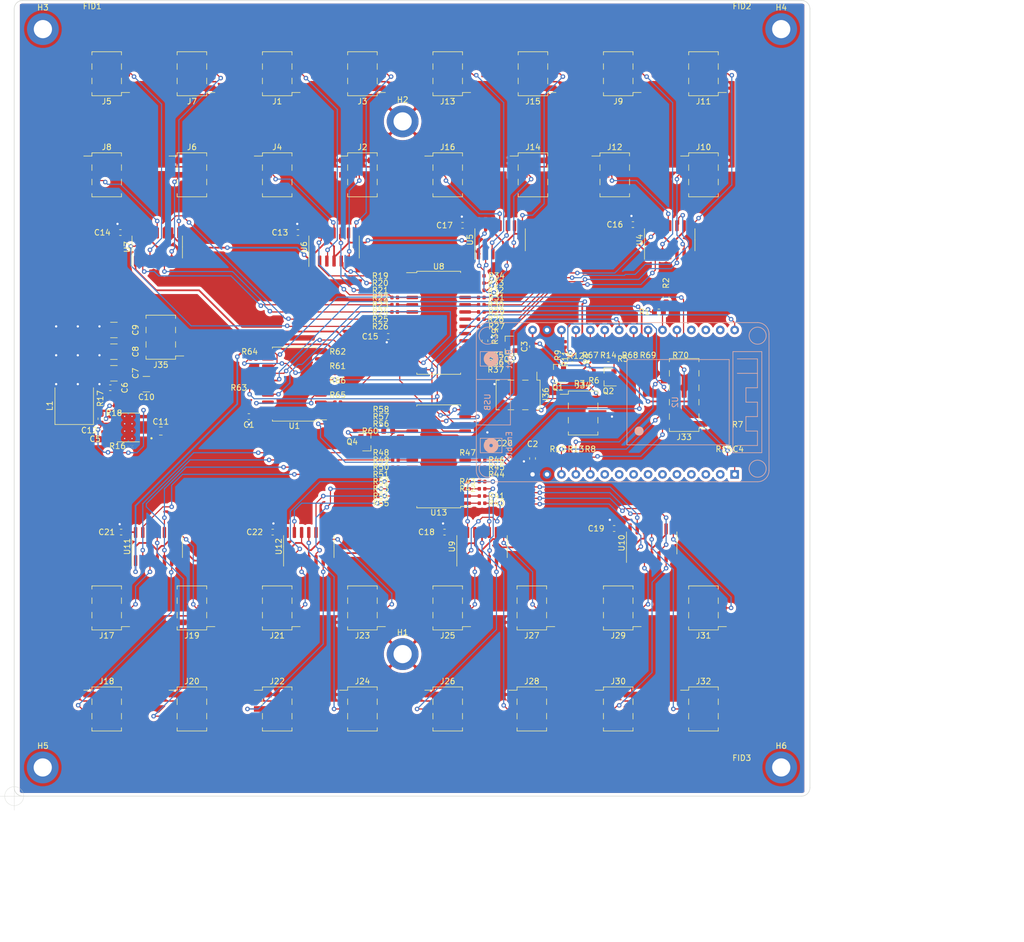
<source format=kicad_pcb>
(kicad_pcb (version 20171130) (host pcbnew 5.1.5+dfsg1-2build2)
  (layers (0 F.Cu signal) (31 B.Cu signal) (34 B.Paste user) (35 F.Paste user) (36 B.SilkS user) (37 F.SilkS user) (38 B.Mask user) (39 F.Mask user) (44 Edge.Cuts user))
  (net 0 "")
  (net 1 +5V)
  (net 2 GND)
  (net 3 +3V3)
  (net 4 /RESET)
  (net 5 "Net-(C5-Pad2)")
  (net 6 +24V)
  (net 7 "Net-(C12-Pad1)")
  (net 8 /+5V_HIGH_POWER)
  (net 9 /SEG_BUS_0)
  (net 10 /SEG_BUS_1)
  (net 11 /SEG_BUS_2)
  (net 12 /SEG_BUS_3)
  (net 13 /SEG_BUS_4)
  (net 14 /SEG_BUS_6)
  (net 15 /SEG_BUS_7)
  (net 16 /SEG_BUS_8)
  (net 17 /SEG_BUS_9)
  (net 18 /SEG_BUS_10)
  (net 19 /SEG_BUS_11)
  (net 20 /SEG_BUS_12)
  (net 21 /SEG_BUS_13)
  (net 22 /SEG_BUS_14)
  (net 23 /SEG_BUS_15)
  (net 24 /SEG_BUS2_0)
  (net 25 /SEG_BUS2_1)
  (net 26 /SEG_BUS2_2)
  (net 27 /SEG_BUS2_3)
  (net 28 /SEG_BUS2_4)
  (net 29 /SEG_BUS2_5)
  (net 30 /SEG_BUS2_6)
  (net 31 /SEG_BUS2_7)
  (net 32 /SEG_BUS2_8)
  (net 33 /SEG_BUS2_10)
  (net 34 /SEG_BUS2_11)
  (net 35 /SEG_BUS2_13)
  (net 36 /SEG_BUS2_14)
  (net 37 /SEG_BUS2_15)
  (net 38 "Net-(J33-Pad1)")
  (net 39 "Net-(J33-Pad5)")
  (net 40 "Net-(J34-Pad2)")
  (net 41 "Net-(J34-Pad1)")
  (net 42 "Net-(Q1-Pad1)")
  (net 43 /I2C_SDA)
  (net 44 /I2C_SCL)
  (net 45 "Net-(Q2-Pad1)")
  (net 46 "Net-(Q3-Pad3)")
  (net 47 "Net-(Q4-Pad3)")
  (net 48 /MISO_LEV)
  (net 49 /MISO)
  (net 50 /TMS)
  (net 51 /TCLK)
  (net 52 /TDO)
  (net 53 /TDI)
  (net 54 /GPIO16)
  (net 55 "Net-(R16-Pad2)")
  (net 56 "Net-(R17-Pad2)")
  (net 57 "Net-(R35-Pad1)")
  (net 58 "Net-(R36-Pad1)")
  (net 59 "Net-(R37-Pad1)")
  (net 60 /sheet5FF17740/PB0)
  (net 61 /sheet5FF17740/PB0_E)
  (net 62 /sheet5FF17740/PB1_E)
  (net 63 /sheet5FF17740/PB1)
  (net 64 /sheet5FF17740/PB2)
  (net 65 /sheet5FF17740/PB2_E)
  (net 66 /sheet5FF17740/PB3_E)
  (net 67 /sheet5FF17740/PB3)
  (net 68 /sheet5FF17740/PB4)
  (net 69 /sheet5FF17740/PB4_E)
  (net 70 /sheet5FF17740/PB5_E)
  (net 71 /sheet5FF17740/PB5)
  (net 72 /sheet5FF17740/PB6)
  (net 73 /sheet5FF17740/PB6_E)
  (net 74 /sheet5FF17740/PB7_E)
  (net 75 /sheet5FF17740/PB7)
  (net 76 /sheet5FF17740/PA0)
  (net 77 /sheet5FF17740/PA0_E)
  (net 78 /sheet5FF17740/PA1_E)
  (net 79 /sheet5FF17740/PA1)
  (net 80 /sheet5FF17740/PA2)
  (net 81 /sheet5FF17740/PA2_E)
  (net 82 /sheet5FF17740/PA3_E)
  (net 83 /sheet5FF17740/PA3)
  (net 84 /sheet5FF17740/PA4)
  (net 85 /sheet5FF17740/PA4_E)
  (net 86 /sheet5FF17740/PA5_E)
  (net 87 /sheet5FF17740/PA5)
  (net 88 /sheet5FF17740/PA6)
  (net 89 /sheet5FF17740/PA6_E)
  (net 90 /sheet5FF17740/PA7_E)
  (net 91 /sheet5FF17740/PA7)
  (net 92 "Net-(R56-Pad1)")
  (net 93 "Net-(R57-Pad1)")
  (net 94 "Net-(R58-Pad1)")
  (net 95 /SCK)
  (net 96 /CS0_INV_LEV)
  (net 97 /SCK_INV_LEV)
  (net 98 /CS2_INV_LEV)
  (net 99 /MOSI)
  (net 100 /I2S_SK6812_INV_LEV_1)
  (net 101 /MOSI_INV_LEV)
  (net 102 /I2S_SK6812_INV_LEV_2)
  (net 103 /I2S_SK6812)
  (net 104 /MOSI_LEV)
  (net 105 /CS1)
  (net 106 /SCK_LEV)
  (net 107 /CS0)
  (net 108 "Net-(U2-Pad2)")
  (net 109 "Net-(U2-Pad3)")
  (net 110 "Net-(U2-Pad4)")
  (net 111 "Net-(U2-Pad5)")
  (net 112 "Net-(U2-Pad6)")
  (net 113 "Net-(U2-Pad7)")
  (net 114 "Net-(U2-Pad8)")
  (net 115 "Net-(U2-Pad9)")
  (net 116 "Net-(U2-Pad10)")
  (net 117 /GPIO2)
  (net 118 "Net-(U2-Pad27)")
  (net 119 "Net-(U2-Pad28)")
  (net 120 "Net-(U2-Pad29)")
  (net 121 "Net-(U8-Pad20)")
  (net 122 "Net-(U8-Pad19)")
  (net 123 "Net-(U13-Pad19)")
  (net 124 "Net-(U13-Pad20)")
  (net 125 /SEG_BUS2_9)
  (net 126 /SEG_BUS2_12)
  (net 127 /Sheet5FDBBAA1_2/RESET)
  (net 128 /Sheet5FDBBAA1_2/PA0_E)
  (net 129 /Sheet5FDBBAA1_2/PA0)
  (net 130 /Sheet5FDBBAA1_2/PA1)
  (net 131 /Sheet5FDBBAA1_2/PA1_E)
  (net 132 /Sheet5FDBBAA1_2/PA2_E)
  (net 133 /Sheet5FDBBAA1_2/PA2)
  (net 134 /Sheet5FDBBAA1_2/PA3)
  (net 135 /Sheet5FDBBAA1_2/PA3_E)
  (net 136 /Sheet5FDBBAA1_2/PA4_E)
  (net 137 /Sheet5FDBBAA1_2/PA4)
  (net 138 /Sheet5FDBBAA1_2/PA5)
  (net 139 /Sheet5FDBBAA1_2/PA5_E)
  (net 140 /Sheet5FDBBAA1_2/PA6_E)
  (net 141 /Sheet5FDBBAA1_2/PA6)
  (net 142 /Sheet5FDBBAA1_2/PA7)
  (net 143 /Sheet5FDBBAA1_2/PA7_E)
  (net 144 /Sheet5FDBBAA1_2/PB0_E)
  (net 145 /Sheet5FDBBAA1_2/PB0)
  (net 146 /Sheet5FDBBAA1_2/PB1)
  (net 147 /Sheet5FDBBAA1_2/PB1_E)
  (net 148 /Sheet5FDBBAA1_2/PB2_E)
  (net 149 /Sheet5FDBBAA1_2/PB2)
  (net 150 /Sheet5FDBBAA1_2/PB3)
  (net 151 /Sheet5FDBBAA1_2/PB3_E)
  (net 152 /Sheet5FDBBAA1_2/PB4_E)
  (net 153 /Sheet5FDBBAA1_2/PB4)
  (net 154 /Sheet5FDBBAA1_2/PB5)
  (net 155 /Sheet5FDBBAA1_2/PB5_E)
  (net 156 /Sheet5FDBBAA1_2/PB6_E)
  (net 157 /Sheet5FDBBAA1_2/PB6)
  (net 158 /Sheet5FDBBAA1_2/PB7)
  (net 159 /Sheet5FDBBAA1_2/PB7_E)
  (net 160 "Net-(C4-Pad2)")
  (net 161 /GPIO14)
  (net 162 /GPIO13)
  (net 163 /GPIO15)
  (net 164 /GPIO12)
  (net 165 /I2S_SK6812_INV_LEV_1_E)
  (net 166 /I2S_SK6812_INV_LEV_2_E)
  (net 167 /SCK_LEV_E)
  (net 168 /Sheet5FDBBAA1_2/MOSI)
  (net 169 /CS0_INV_LEV_E)
  (net 170 /CS2_INV_LEV_E)
  (net 171 /GPIO4)
  (net 172 /GPIO5)
  (net 173 /GPIO18)
  (net 174 /GPIO21)
  (net 175 /+5V_HIGH_POWER_2)
  (net 176 "Net-(C5-Pad1)")
  (net 177 /SEG_BUS_5)
  (module Package_SO:SOIC-14_3.9x8.7mm_P1.27mm (layer F.Cu) (at 95.16 68.38 90)
    (fp_text reference U7 (at 0 -5.28 90) (layer F.SilkS))
    (fp_text value 74HC00)
    (pad 1 smd roundrect (at -2.475 -3.81 90) (size 1.95 0.6) (layers F.Cu F.Paste F.Mask) (net 165 /I2S_SK6812_INV_LEV_1_E))
    (pad 2 smd roundrect (at -2.475 -2.54 90) (size 1.95 0.6) (layers F.Cu F.Paste F.Mask) (net 136 /Sheet5FDBBAA1_2/PA4_E))
    (pad 3 smd roundrect (at -2.475 -1.27 90) (size 1.95 0.6) (layers F.Cu F.Paste F.Mask) (net 13 /SEG_BUS_4))
    (pad 4 smd roundrect (at -2.475 0 90) (size 1.95 0.6) (layers F.Cu F.Paste F.Mask) (net 165 /I2S_SK6812_INV_LEV_1_E))
    (pad 5 smd roundrect (at -2.475 1.27 90) (size 1.95 0.6) (layers F.Cu F.Paste F.Mask) (net 139 /Sheet5FDBBAA1_2/PA5_E))
    (pad 6 smd roundrect (at -2.475 2.54 90) (size 1.95 0.6) (layers F.Cu F.Paste F.Mask) (net 177 /SEG_BUS_5))
    (pad 7 smd roundrect (at -2.475 3.81 90) (size 1.95 0.6) (layers F.Cu F.Paste F.Mask) (net 2 GND))
    (pad 8 smd roundrect (at 2.475 3.81 90) (size 1.95 0.6) (layers F.Cu F.Paste F.Mask) (net 14 /SEG_BUS_6))
    (pad 9 smd roundrect (at 2.475 2.54 90) (size 1.95 0.6) (layers F.Cu F.Paste F.Mask) (net 165 /I2S_SK6812_INV_LEV_1_E))
    (pad 10 smd roundrect (at 2.475 1.27 90) (size 1.95 0.6) (layers F.Cu F.Paste F.Mask) (net 140 /Sheet5FDBBAA1_2/PA6_E))
    (pad 11 smd roundrect (at 2.475 0 90) (size 1.95 0.6) (layers F.Cu F.Paste F.Mask) (net 15 /SEG_BUS_7))
    (pad 12 smd roundrect (at 2.475 -1.27 90) (size 1.95 0.6) (layers F.Cu F.Paste F.Mask) (net 165 /I2S_SK6812_INV_LEV_1_E))
    (pad 13 smd roundrect (at 2.475 -2.54 90) (size 1.95 0.6) (layers F.Cu F.Paste F.Mask) (net 143 /Sheet5FDBBAA1_2/PA7_E))
    (pad 14 smd roundrect (at 2.475 -3.81 90) (size 1.95 0.6) (layers F.Cu F.Paste F.Mask) (net 1 +5V))
  )
  (module Capacitor_SMD:C_0603_1608Metric (layer F.Cu) (at 111.289 98.225 180)
    (fp_text reference C1 (at 0 -1.43) (layer F.SilkS))
    (fp_text value C)
    (pad 1 smd roundrect (at -0.7875 0 180) (size 0.875 0.95) (layers F.Cu F.Paste F.Mask) (net 1 +5V))
    (pad 2 smd roundrect (at 0.7875 0 180) (size 0.875 0.95) (layers F.Cu F.Paste F.Mask) (net 2 GND))
  )
  (module Capacitor_SMD:C_0603_1608Metric (layer F.Cu) (at 161.2 105.591 90)
    (fp_text reference C2 (at 2.54 0 180) (layer F.SilkS))
    (fp_text value C hide)
    (pad 1 smd roundrect (at -0.7875 0 90) (size 0.875 0.95) (layers F.Cu F.Paste F.Mask) (net 1 +5V))
    (pad 2 smd roundrect (at 0.7875 0 90) (size 0.875 0.95) (layers F.Cu F.Paste F.Mask) (net 2 GND))
  )
  (module Capacitor_SMD:C_0603_1608Metric (layer F.Cu) (at 161.2 85.906 90)
    (fp_text reference C3 (at 0 -1.43 90) (layer F.SilkS))
    (fp_text value C hide)
    (pad 1 smd roundrect (at -0.7875 0 90) (size 0.875 0.95) (layers F.Cu F.Paste F.Mask) (net 2 GND))
    (pad 2 smd roundrect (at 0.7875 0 90) (size 0.875 0.95) (layers F.Cu F.Paste F.Mask) (net 3 +3V3))
  )
  (module Capacitor_SMD:C_0402_1005Metric (layer F.Cu) (at 196.76 105.845 270)
    (fp_text reference C4 (at -1.905 -0.635 180) (layer F.SilkS))
    (fp_text value C hide)
    (pad 1 smd roundrect (at -0.485 0 270) (size 0.59 0.64) (layers F.Cu F.Paste F.Mask) (net 2 GND))
    (pad 2 smd roundrect (at 0.485 0 270) (size 0.59 0.64) (layers F.Cu F.Paste F.Mask) (net 160 "Net-(C4-Pad2)"))
  )
  (module Capacitor_SMD:C_0402_1005Metric (layer F.Cu) (at 85.635 101.4 90)
    (fp_text reference C5 (at -0.762 -1.397 180) (layer F.SilkS))
    (fp_text value 100nF hide)
    (pad 2 smd roundrect (at 0.485 0 90) (size 0.59 0.64) (layers F.Cu F.Paste F.Mask) (net 5 "Net-(C5-Pad2)"))
    (pad 1 smd roundrect (at -0.485 0 90) (size 0.59 0.64) (layers F.Cu F.Paste F.Mask) (net 176 "Net-(C5-Pad1)"))
  )
  (module Capacitor_SMD:C_0603_1608Metric (layer F.Cu) (at 86.905 93.145)
    (fp_text reference C6 (at 2.54 0 270) (layer F.SilkS))
    (fp_text value 100nF hide)
    (pad 2 smd roundrect (at 0.7875 0) (size 0.875 0.95) (layers F.Cu F.Paste F.Mask) (net 2 GND))
    (pad 1 smd roundrect (at -0.7875 0) (size 0.875 0.95) (layers F.Cu F.Paste F.Mask) (net 1 +5V))
  )
  (module Capacitor_SMD:C_1210_3225Metric (layer F.Cu) (at 87.54 90.605)
    (fp_text reference C7 (at 3.81 0 270) (layer F.SilkS))
    (fp_text value C hide)
    (pad 1 smd roundrect (at -1.4 0) (size 1.25 2.65) (layers F.Cu F.Paste F.Mask) (roundrect_rratio 0.2) (net 1 +5V))
    (pad 2 smd roundrect (at 1.4 0) (size 1.25 2.65) (layers F.Cu F.Paste F.Mask) (roundrect_rratio 0.2) (net 2 GND))
  )
  (module Capacitor_SMD:C_1210_3225Metric (layer F.Cu) (at 87.54 86.795)
    (fp_text reference C8 (at 3.81 0 270) (layer F.SilkS))
    (fp_text value C hide)
    (pad 1 smd roundrect (at -1.4 0) (size 1.25 2.65) (layers F.Cu F.Paste F.Mask) (roundrect_rratio 0.2) (net 1 +5V))
    (pad 2 smd roundrect (at 1.4 0) (size 1.25 2.65) (layers F.Cu F.Paste F.Mask) (roundrect_rratio 0.2) (net 2 GND))
  )
  (module Capacitor_SMD:C_1210_3225Metric (layer F.Cu) (at 87.54 82.985)
    (fp_text reference C9 (at 3.81 0 270) (layer F.SilkS))
    (fp_text value C hide)
    (pad 2 smd roundrect (at 1.4 0) (size 1.25 2.65) (layers F.Cu F.Paste F.Mask) (roundrect_rratio 0.2) (net 2 GND))
    (pad 1 smd roundrect (at -1.4 0) (size 1.25 2.65) (layers F.Cu F.Paste F.Mask) (roundrect_rratio 0.2) (net 1 +5V))
  )
  (module Capacitor_SMD:C_1210_3225Metric (layer F.Cu) (at 93.255 92.51 180)
    (fp_text reference C10 (at 0 -2.28) (layer F.SilkS))
    (fp_text value 10u)
    (pad 2 smd roundrect (at 1.4 0 180) (size 1.25 2.65) (layers F.Cu F.Paste F.Mask) (roundrect_rratio 0.2) (net 2 GND))
    (pad 1 smd roundrect (at -1.4 0 180) (size 1.25 2.65) (layers F.Cu F.Paste F.Mask) (roundrect_rratio 0.2) (net 6 +24V))
  )
  (module Capacitor_SMD:C_0805_2012Metric (layer F.Cu) (at 95.795 100.765)
    (fp_text reference C11 (at 0 -1.65) (layer F.SilkS))
    (fp_text value 220n)
    (pad 1 smd roundrect (at -0.9375 0) (size 0.975 1.4) (layers F.Cu F.Paste F.Mask) (net 6 +24V))
    (pad 2 smd roundrect (at 0.9375 0) (size 0.975 1.4) (layers F.Cu F.Paste F.Mask) (net 2 GND))
  )
  (module Capacitor_SMD:C_0603_1608Metric (layer F.Cu) (at 85.254 98.606 90)
    (fp_text reference C12 (at -2.032 -2.032) (layer F.SilkS))
    (fp_text value 1u hide)
    (pad 2 smd roundrect (at 0.7875 0 90) (size 0.875 0.95) (layers F.Cu F.Paste F.Mask) (net 2 GND))
    (pad 1 smd roundrect (at -0.7875 0 90) (size 0.875 0.95) (layers F.Cu F.Paste F.Mask) (net 7 "Net-(C12-Pad1)"))
  )
  (module Capacitor_SMD:C_0603_1608Metric (layer F.Cu) (at 119.925 65.84 180)
    (fp_text reference C13 (at 3.175 0) (layer F.SilkS))
    (fp_text value 100n hide)
    (pad 1 smd roundrect (at -0.7875 0 180) (size 0.875 0.95) (layers F.Cu F.Paste F.Mask) (net 1 +5V))
    (pad 2 smd roundrect (at 0.7875 0 180) (size 0.875 0.95) (layers F.Cu F.Paste F.Mask) (net 2 GND))
  )
  (module Capacitor_SMD:C_0603_1608Metric (layer F.Cu) (at 178.853 64.443 180)
    (fp_text reference C16 (at 3.175 0) (layer F.SilkS))
    (fp_text value 100n hide)
    (pad 2 smd roundrect (at 0.7875 0 180) (size 0.875 0.95) (layers F.Cu F.Paste F.Mask) (net 2 GND))
    (pad 1 smd roundrect (at -0.7875 0 180) (size 0.875 0.95) (layers F.Cu F.Paste F.Mask) (net 1 +5V))
  )
  (module Capacitor_SMD:C_0603_1608Metric (layer F.Cu) (at 148.881 64.57 180)
    (fp_text reference C17 (at 3.175 0) (layer F.SilkS))
    (fp_text value 100n hide)
    (pad 2 smd roundrect (at 0.7875 0 180) (size 0.875 0.95) (layers F.Cu F.Paste F.Mask) (net 2 GND))
    (pad 1 smd roundrect (at -0.7875 0 180) (size 0.875 0.95) (layers F.Cu F.Paste F.Mask) (net 1 +5V))
  )
  (module Capacitor_SMD:C_0603_1608Metric (layer F.Cu) (at 175.551 117.91 180)
    (fp_text reference C19 (at 3.175 0) (layer F.SilkS))
    (fp_text value 100n hide)
    (pad 1 smd roundrect (at -0.7875 0 180) (size 0.875 0.95) (layers F.Cu F.Paste F.Mask) (net 1 +5V))
    (pad 2 smd roundrect (at 0.7875 0 180) (size 0.875 0.95) (layers F.Cu F.Paste F.Mask) (net 2 GND))
  )
  (module Capacitor_SMD:C_0603_1608Metric (layer F.Cu) (at 153.072 102.924)
    (fp_text reference C20 (at 3.175 0) (layer F.SilkS))
    (fp_text value C hide)
    (pad 1 smd roundrect (at -0.7875 0) (size 0.875 0.95) (layers F.Cu F.Paste F.Mask) (net 1 +5V))
    (pad 2 smd roundrect (at 0.7875 0) (size 0.875 0.95) (layers F.Cu F.Paste F.Mask) (net 2 GND))
  )
  (module Fiducial:Fiducial_0.5mm_Mask1.5mm (layer F.Cu) (at 83.73 27.74)
    (fp_text reference FID1 (at 0 -1.7145) (layer F.SilkS))
    (fp_text value Fiducial)
    (pad "" smd circle (at 0 0) (size 0.5 0.5) (layers F.Cu F.Mask) (clearance 0.5))
  )
  (module Fiducial:Fiducial_0.5mm_Mask1.5mm (layer F.Cu) (at 198.03 27.74)
    (fp_text reference FID2 (at 0 -1.7145) (layer F.SilkS))
    (fp_text value Fiducial)
    (pad "" smd circle (at 0 0) (size 0.5 0.5) (layers F.Cu F.Mask) (clearance 0.5))
  )
  (module Fiducial:Fiducial_0.5mm_Mask1.5mm (layer F.Cu) (at 198 160)
    (fp_text reference FID3 (at 0 -1.7145) (layer F.SilkS))
    (fp_text value Fiducial)
    (pad "" smd circle (at 0 0) (size 0.5 0.5) (layers F.Cu F.Mask) (clearance 0.5))
  )
  (module MountingHole:MountingHole_3.2mm_M3_DIN965_Pad (layer F.Cu) (at 138.34 140.008)
    (fp_text reference H1 (at 0 -3.8) (layer F.SilkS))
    (fp_text value MountingHole_Pad)
    (pad 1 thru_hole circle (at 0 0) (size 5.6 5.6) (drill 3.2) (layers *.Cu *.Mask) (net 175 /+5V_HIGH_POWER_2))
  )
  (module MountingHole:MountingHole_3.2mm_M3_DIN965_Pad (layer F.Cu) (at 75.047 30.049)
    (fp_text reference H3 (at 0 -3.8) (layer F.SilkS))
    (fp_text value MountingHole_Pad)
    (pad 1 thru_hole circle (at 0 0) (size 5.6 5.6) (drill 3.2) (layers *.Cu *.Mask) (net 2 GND))
  )
  (module MountingHole:MountingHole_3.2mm_M3_DIN965_Pad (layer F.Cu) (at 204.947 30.049)
    (fp_text reference H4 (at 0 -3.8) (layer F.SilkS))
    (fp_text value MountingHole_Pad)
    (pad 1 thru_hole circle (at 0 0) (size 5.6 5.6) (drill 3.2) (layers *.Cu *.Mask) (net 2 GND))
  )
  (module MountingHole:MountingHole_3.2mm_M3_DIN965_Pad (layer F.Cu) (at 75.05 159.95)
    (fp_text reference H5 (at 0 -3.8) (layer F.SilkS))
    (fp_text value MountingHole_Pad)
    (pad 1 thru_hole circle (at -0.03 0) (size 5.6 5.6) (drill 3.2) (layers *.Cu *.Mask) (net 2 GND))
  )
  (module MountingHole:MountingHole_3.2mm_M3_DIN965_Pad (layer F.Cu) (at 204.947 159.95)
    (fp_text reference H6 (at 0 -3.8) (layer F.SilkS))
    (fp_text value MountingHole_Pad)
    (pad 1 thru_hole circle (at 0 0) (size 5.6 5.6) (drill 3.2) (layers *.Cu *.Mask) (net 2 GND))
  )
  (module Connector_PinHeader_2.54mm:PinHeader_2x03_P2.54mm_Vertical_SMD (layer F.Cu) (at 116.27 37.9 180)
    (fp_text reference J1 (at 0 -4.87) (layer F.SilkS))
    (fp_text value Conn_02x03_Top_Bottom)
    (pad 1 smd rect (at -2.525 -2.54 180) (size 3.15 1) (layers F.Cu F.Paste F.Mask) (net 8 /+5V_HIGH_POWER))
    (pad 2 smd rect (at 2.525 -2.54 180) (size 3.15 1) (layers F.Cu F.Paste F.Mask) (net 8 /+5V_HIGH_POWER))
    (pad 3 smd rect (at -2.525 0 180) (size 3.15 1) (layers F.Cu F.Paste F.Mask) (net 9 /SEG_BUS_0))
    (pad 4 smd rect (at 2.525 0 180) (size 3.15 1) (layers F.Cu F.Paste F.Mask) (net 2 GND))
    (pad 5 smd rect (at -2.525 2.54 180) (size 3.15 1) (layers F.Cu F.Paste F.Mask) (net 2 GND))
    (pad 6 smd rect (at 2.525 2.54 180) (size 3.15 1) (layers F.Cu F.Paste F.Mask) (net 2 GND))
  )
  (module Connector_PinHeader_2.54mm:PinHeader_2x03_P2.54mm_Vertical_SMD (layer F.Cu) (at 131.27 55.68)
    (fp_text reference J2 (at 0 -4.87) (layer F.SilkS))
    (fp_text value Conn_02x03_Top_Bottom)
    (pad 6 smd rect (at 2.525 2.54) (size 3.15 1) (layers F.Cu F.Paste F.Mask) (net 2 GND))
    (pad 5 smd rect (at -2.525 2.54) (size 3.15 1) (layers F.Cu F.Paste F.Mask) (net 2 GND))
    (pad 4 smd rect (at 2.525 0) (size 3.15 1) (layers F.Cu F.Paste F.Mask) (net 2 GND))
    (pad 3 smd rect (at -2.525 0) (size 3.15 1) (layers F.Cu F.Paste F.Mask) (net 10 /SEG_BUS_1))
    (pad 2 smd rect (at 2.525 -2.54) (size 3.15 1) (layers F.Cu F.Paste F.Mask) (net 8 /+5V_HIGH_POWER))
    (pad 1 smd rect (at -2.525 -2.54) (size 3.15 1) (layers F.Cu F.Paste F.Mask) (net 8 /+5V_HIGH_POWER))
  )
  (module Connector_PinHeader_2.54mm:PinHeader_2x03_P2.54mm_Vertical_SMD (layer F.Cu) (at 131.27 37.9 180)
    (fp_text reference J3 (at 0 -4.87) (layer F.SilkS))
    (fp_text value Conn_02x03_Top_Bottom)
    (pad 1 smd rect (at -2.525 -2.54 180) (size 3.15 1) (layers F.Cu F.Paste F.Mask) (net 8 /+5V_HIGH_POWER))
    (pad 2 smd rect (at 2.525 -2.54 180) (size 3.15 1) (layers F.Cu F.Paste F.Mask) (net 8 /+5V_HIGH_POWER))
    (pad 3 smd rect (at -2.525 0 180) (size 3.15 1) (layers F.Cu F.Paste F.Mask) (net 11 /SEG_BUS_2))
    (pad 4 smd rect (at 2.525 0 180) (size 3.15 1) (layers F.Cu F.Paste F.Mask) (net 2 GND))
    (pad 5 smd rect (at -2.525 2.54 180) (size 3.15 1) (layers F.Cu F.Paste F.Mask) (net 2 GND))
    (pad 6 smd rect (at 2.525 2.54 180) (size 3.15 1) (layers F.Cu F.Paste F.Mask) (net 2 GND))
  )
  (module Connector_PinHeader_2.54mm:PinHeader_2x03_P2.54mm_Vertical_SMD (layer F.Cu) (at 116.27 55.68)
    (fp_text reference J4 (at 0 -4.87) (layer F.SilkS))
    (fp_text value Conn_02x03_Top_Bottom)
    (pad 6 smd rect (at 2.525 2.54) (size 3.15 1) (layers F.Cu F.Paste F.Mask) (net 2 GND))
    (pad 5 smd rect (at -2.525 2.54) (size 3.15 1) (layers F.Cu F.Paste F.Mask) (net 2 GND))
    (pad 4 smd rect (at 2.525 0) (size 3.15 1) (layers F.Cu F.Paste F.Mask) (net 2 GND))
    (pad 3 smd rect (at -2.525 0) (size 3.15 1) (layers F.Cu F.Paste F.Mask) (net 12 /SEG_BUS_3))
    (pad 2 smd rect (at 2.525 -2.54) (size 3.15 1) (layers F.Cu F.Paste F.Mask) (net 8 /+5V_HIGH_POWER))
    (pad 1 smd rect (at -2.525 -2.54) (size 3.15 1) (layers F.Cu F.Paste F.Mask) (net 8 /+5V_HIGH_POWER))
  )
  (module Connector_PinHeader_2.54mm:PinHeader_2x03_P2.54mm_Vertical_SMD (layer F.Cu) (at 86.27 37.9 180)
    (fp_text reference J5 (at 0 -4.87) (layer F.SilkS))
    (fp_text value Conn_02x03_Top_Bottom)
    (pad 1 smd rect (at -2.525 -2.54 180) (size 3.15 1) (layers F.Cu F.Paste F.Mask) (net 8 /+5V_HIGH_POWER))
    (pad 2 smd rect (at 2.525 -2.54 180) (size 3.15 1) (layers F.Cu F.Paste F.Mask) (net 8 /+5V_HIGH_POWER))
    (pad 3 smd rect (at -2.525 0 180) (size 3.15 1) (layers F.Cu F.Paste F.Mask) (net 13 /SEG_BUS_4))
    (pad 4 smd rect (at 2.525 0 180) (size 3.15 1) (layers F.Cu F.Paste F.Mask) (net 2 GND))
    (pad 5 smd rect (at -2.525 2.54 180) (size 3.15 1) (layers F.Cu F.Paste F.Mask) (net 2 GND))
    (pad 6 smd rect (at 2.525 2.54 180) (size 3.15 1) (layers F.Cu F.Paste F.Mask) (net 2 GND))
  )
  (module Connector_PinHeader_2.54mm:PinHeader_2x03_P2.54mm_Vertical_SMD (layer F.Cu) (at 101.27 55.68)
    (fp_text reference J6 (at 0 -4.87) (layer F.SilkS))
    (fp_text value Conn_02x03_Top_Bottom)
    (pad 6 smd rect (at 2.525 2.54) (size 3.15 1) (layers F.Cu F.Paste F.Mask) (net 2 GND))
    (pad 5 smd rect (at -2.525 2.54) (size 3.15 1) (layers F.Cu F.Paste F.Mask) (net 2 GND))
    (pad 4 smd rect (at 2.525 0) (size 3.15 1) (layers F.Cu F.Paste F.Mask) (net 2 GND))
    (pad 3 smd rect (at -2.525 0) (size 3.15 1) (layers F.Cu F.Paste F.Mask) (net 177 /SEG_BUS_5))
    (pad 2 smd rect (at 2.525 -2.54) (size 3.15 1) (layers F.Cu F.Paste F.Mask) (net 8 /+5V_HIGH_POWER))
    (pad 1 smd rect (at -2.525 -2.54) (size 3.15 1) (layers F.Cu F.Paste F.Mask) (net 8 /+5V_HIGH_POWER))
  )
  (module Connector_PinHeader_2.54mm:PinHeader_2x03_P2.54mm_Vertical_SMD (layer F.Cu) (at 101.27 37.9 180)
    (fp_text reference J7 (at 0 -4.87) (layer F.SilkS))
    (fp_text value Conn_02x03_Top_Bottom)
    (pad 1 smd rect (at -2.525 -2.54 180) (size 3.15 1) (layers F.Cu F.Paste F.Mask) (net 8 /+5V_HIGH_POWER))
    (pad 2 smd rect (at 2.525 -2.54 180) (size 3.15 1) (layers F.Cu F.Paste F.Mask) (net 8 /+5V_HIGH_POWER))
    (pad 3 smd rect (at -2.525 0 180) (size 3.15 1) (layers F.Cu F.Paste F.Mask) (net 14 /SEG_BUS_6))
    (pad 4 smd rect (at 2.525 0 180) (size 3.15 1) (layers F.Cu F.Paste F.Mask) (net 2 GND))
    (pad 5 smd rect (at -2.525 2.54 180) (size 3.15 1) (layers F.Cu F.Paste F.Mask) (net 2 GND))
    (pad 6 smd rect (at 2.525 2.54 180) (size 3.15 1) (layers F.Cu F.Paste F.Mask) (net 2 GND))
  )
  (module Connector_PinHeader_2.54mm:PinHeader_2x03_P2.54mm_Vertical_SMD (layer F.Cu) (at 86.27 55.68)
    (fp_text reference J8 (at 0 -4.87) (layer F.SilkS))
    (fp_text value Conn_02x03_Top_Bottom)
    (pad 6 smd rect (at 2.525 2.54) (size 3.15 1) (layers F.Cu F.Paste F.Mask) (net 2 GND))
    (pad 5 smd rect (at -2.525 2.54) (size 3.15 1) (layers F.Cu F.Paste F.Mask) (net 2 GND))
    (pad 4 smd rect (at 2.525 0) (size 3.15 1) (layers F.Cu F.Paste F.Mask) (net 2 GND))
    (pad 3 smd rect (at -2.525 0) (size 3.15 1) (layers F.Cu F.Paste F.Mask) (net 15 /SEG_BUS_7))
    (pad 2 smd rect (at 2.525 -2.54) (size 3.15 1) (layers F.Cu F.Paste F.Mask) (net 8 /+5V_HIGH_POWER))
    (pad 1 smd rect (at -2.525 -2.54) (size 3.15 1) (layers F.Cu F.Paste F.Mask) (net 8 /+5V_HIGH_POWER))
  )
  (module Connector_PinHeader_2.54mm:PinHeader_2x03_P2.54mm_Vertical_SMD (layer F.Cu) (at 176.27 37.9 180)
    (fp_text reference J9 (at 0 -4.87) (layer F.SilkS))
    (fp_text value Conn_02x03_Top_Bottom)
    (pad 6 smd rect (at 2.525 2.54 180) (size 3.15 1) (layers F.Cu F.Paste F.Mask) (net 2 GND))
    (pad 5 smd rect (at -2.525 2.54 180) (size 3.15 1) (layers F.Cu F.Paste F.Mask) (net 2 GND))
    (pad 4 smd rect (at 2.525 0 180) (size 3.15 1) (layers F.Cu F.Paste F.Mask) (net 2 GND))
    (pad 3 smd rect (at -2.525 0 180) (size 3.15 1) (layers F.Cu F.Paste F.Mask) (net 16 /SEG_BUS_8))
    (pad 2 smd rect (at 2.525 -2.54 180) (size 3.15 1) (layers F.Cu F.Paste F.Mask) (net 8 /+5V_HIGH_POWER))
    (pad 1 smd rect (at -2.525 -2.54 180) (size 3.15 1) (layers F.Cu F.Paste F.Mask) (net 8 /+5V_HIGH_POWER))
  )
  (module Connector_PinHeader_2.54mm:PinHeader_2x03_P2.54mm_Vertical_SMD (layer F.Cu) (at 191.27 55.68)
    (fp_text reference J10 (at 0 -4.87) (layer F.SilkS))
    (fp_text value Conn_02x03_Top_Bottom)
    (pad 1 smd rect (at -2.525 -2.54) (size 3.15 1) (layers F.Cu F.Paste F.Mask) (net 8 /+5V_HIGH_POWER))
    (pad 2 smd rect (at 2.525 -2.54) (size 3.15 1) (layers F.Cu F.Paste F.Mask) (net 8 /+5V_HIGH_POWER))
    (pad 3 smd rect (at -2.525 0) (size 3.15 1) (layers F.Cu F.Paste F.Mask) (net 17 /SEG_BUS_9))
    (pad 4 smd rect (at 2.525 0) (size 3.15 1) (layers F.Cu F.Paste F.Mask) (net 2 GND))
    (pad 5 smd rect (at -2.525 2.54) (size 3.15 1) (layers F.Cu F.Paste F.Mask) (net 2 GND))
    (pad 6 smd rect (at 2.525 2.54) (size 3.15 1) (layers F.Cu F.Paste F.Mask) (net 2 GND))
  )
  (module Connector_PinHeader_2.54mm:PinHeader_2x03_P2.54mm_Vertical_SMD (layer F.Cu) (at 191.27 37.9 180)
    (fp_text reference J11 (at 0 -4.87) (layer F.SilkS))
    (fp_text value Conn_02x03_Top_Bottom)
    (pad 1 smd rect (at -2.525 -2.54 180) (size 3.15 1) (layers F.Cu F.Paste F.Mask) (net 8 /+5V_HIGH_POWER))
    (pad 2 smd rect (at 2.525 -2.54 180) (size 3.15 1) (layers F.Cu F.Paste F.Mask) (net 8 /+5V_HIGH_POWER))
    (pad 3 smd rect (at -2.525 0 180) (size 3.15 1) (layers F.Cu F.Paste F.Mask) (net 18 /SEG_BUS_10))
    (pad 4 smd rect (at 2.525 0 180) (size 3.15 1) (layers F.Cu F.Paste F.Mask) (net 2 GND))
    (pad 5 smd rect (at -2.525 2.54 180) (size 3.15 1) (layers F.Cu F.Paste F.Mask) (net 2 GND))
    (pad 6 smd rect (at 2.525 2.54 180) (size 3.15 1) (layers F.Cu F.Paste F.Mask) (net 2 GND))
  )
  (module Connector_PinHeader_2.54mm:PinHeader_2x03_P2.54mm_Vertical_SMD (layer F.Cu) (at 175.66 55.68)
    (fp_text reference J12 (at 0 -4.87) (layer F.SilkS))
    (fp_text value Conn_02x03_Top_Bottom)
    (pad 6 smd rect (at 2.525 2.54) (size 3.15 1) (layers F.Cu F.Paste F.Mask) (net 2 GND))
    (pad 5 smd rect (at -2.525 2.54) (size 3.15 1) (layers F.Cu F.Paste F.Mask) (net 2 GND))
    (pad 4 smd rect (at 2.525 0) (size 3.15 1) (layers F.Cu F.Paste F.Mask) (net 2 GND))
    (pad 3 smd rect (at -2.525 0) (size 3.15 1) (layers F.Cu F.Paste F.Mask) (net 19 /SEG_BUS_11))
    (pad 2 smd rect (at 2.525 -2.54) (size 3.15 1) (layers F.Cu F.Paste F.Mask) (net 8 /+5V_HIGH_POWER))
    (pad 1 smd rect (at -2.525 -2.54) (size 3.15 1) (layers F.Cu F.Paste F.Mask) (net 8 /+5V_HIGH_POWER))
  )
  (module Connector_PinHeader_2.54mm:PinHeader_2x03_P2.54mm_Vertical_SMD (layer F.Cu) (at 146.27 37.9 180)
    (fp_text reference J13 (at 0 -4.87) (layer F.SilkS))
    (fp_text value Conn_02x03_Top_Bottom)
    (pad 1 smd rect (at -2.525 -2.54 180) (size 3.15 1) (layers F.Cu F.Paste F.Mask) (net 8 /+5V_HIGH_POWER))
    (pad 2 smd rect (at 2.525 -2.54 180) (size 3.15 1) (layers F.Cu F.Paste F.Mask) (net 8 /+5V_HIGH_POWER))
    (pad 3 smd rect (at -2.525 0 180) (size 3.15 1) (layers F.Cu F.Paste F.Mask) (net 20 /SEG_BUS_12))
    (pad 4 smd rect (at 2.525 0 180) (size 3.15 1) (layers F.Cu F.Paste F.Mask) (net 2 GND))
    (pad 5 smd rect (at -2.525 2.54 180) (size 3.15 1) (layers F.Cu F.Paste F.Mask) (net 2 GND))
    (pad 6 smd rect (at 2.525 2.54 180) (size 3.15 1) (layers F.Cu F.Paste F.Mask) (net 2 GND))
  )
  (module Connector_PinHeader_2.54mm:PinHeader_2x03_P2.54mm_Vertical_SMD (layer F.Cu) (at 161.27 55.68)
    (fp_text reference J14 (at 0 -4.87) (layer F.SilkS))
    (fp_text value Conn_02x03_Top_Bottom)
    (pad 6 smd rect (at 2.525 2.54) (size 3.15 1) (layers F.Cu F.Paste F.Mask) (net 2 GND))
    (pad 5 smd rect (at -2.525 2.54) (size 3.15 1) (layers F.Cu F.Paste F.Mask) (net 2 GND))
    (pad 4 smd rect (at 2.525 0) (size 3.15 1) (layers F.Cu F.Paste F.Mask) (net 2 GND))
    (pad 3 smd rect (at -2.525 0) (size 3.15 1) (layers F.Cu F.Paste F.Mask) (net 21 /SEG_BUS_13))
    (pad 2 smd rect (at 2.525 -2.54) (size 3.15 1) (layers F.Cu F.Paste F.Mask) (net 8 /+5V_HIGH_POWER))
    (pad 1 smd rect (at -2.525 -2.54) (size 3.15 1) (layers F.Cu F.Paste F.Mask) (net 8 /+5V_HIGH_POWER))
  )
  (module Connector_PinHeader_2.54mm:PinHeader_2x03_P2.54mm_Vertical_SMD (layer F.Cu) (at 161.27 37.9 180)
    (fp_text reference J15 (at 0 -4.87) (layer F.SilkS))
    (fp_text value Conn_02x03_Top_Bottom)
    (pad 1 smd rect (at -2.525 -2.54 180) (size 3.15 1) (layers F.Cu F.Paste F.Mask) (net 8 /+5V_HIGH_POWER))
    (pad 2 smd rect (at 2.525 -2.54 180) (size 3.15 1) (layers F.Cu F.Paste F.Mask) (net 8 /+5V_HIGH_POWER))
    (pad 3 smd rect (at -2.525 0 180) (size 3.15 1) (layers F.Cu F.Paste F.Mask) (net 22 /SEG_BUS_14))
    (pad 4 smd rect (at 2.525 0 180) (size 3.15 1) (layers F.Cu F.Paste F.Mask) (net 2 GND))
    (pad 5 smd rect (at -2.525 2.54 180) (size 3.15 1) (layers F.Cu F.Paste F.Mask) (net 2 GND))
    (pad 6 smd rect (at 2.525 2.54 180) (size 3.15 1) (layers F.Cu F.Paste F.Mask) (net 2 GND))
  )
  (module Connector_PinHeader_2.54mm:PinHeader_2x03_P2.54mm_Vertical_SMD (layer F.Cu) (at 146.27 55.68)
    (fp_text reference J16 (at 0 -4.87) (layer F.SilkS))
    (fp_text value Conn_02x03_Top_Bottom)
    (pad 1 smd rect (at -2.525 -2.54) (size 3.15 1) (layers F.Cu F.Paste F.Mask) (net 8 /+5V_HIGH_POWER))
    (pad 2 smd rect (at 2.525 -2.54) (size 3.15 1) (layers F.Cu F.Paste F.Mask) (net 8 /+5V_HIGH_POWER))
    (pad 3 smd rect (at -2.525 0) (size 3.15 1) (layers F.Cu F.Paste F.Mask) (net 23 /SEG_BUS_15))
    (pad 4 smd rect (at 2.525 0) (size 3.15 1) (layers F.Cu F.Paste F.Mask) (net 2 GND))
    (pad 5 smd rect (at -2.525 2.54) (size 3.15 1) (layers F.Cu F.Paste F.Mask) (net 2 GND))
    (pad 6 smd rect (at 2.525 2.54) (size 3.15 1) (layers F.Cu F.Paste F.Mask) (net 2 GND))
  )
  (module Connector_PinHeader_2.54mm:PinHeader_2x03_P2.54mm_Vertical_SMD (layer F.Cu) (at 86.27 131.88 180)
    (fp_text reference J17 (at 0 -4.87) (layer F.SilkS))
    (fp_text value Conn_02x03_Top_Bottom)
    (pad 1 smd rect (at -2.525 -2.54 180) (size 3.15 1) (layers F.Cu F.Paste F.Mask) (net 175 /+5V_HIGH_POWER_2))
    (pad 2 smd rect (at 2.525 -2.54 180) (size 3.15 1) (layers F.Cu F.Paste F.Mask) (net 175 /+5V_HIGH_POWER_2))
    (pad 3 smd rect (at -2.525 0 180) (size 3.15 1) (layers F.Cu F.Paste F.Mask) (net 24 /SEG_BUS2_0))
    (pad 4 smd rect (at 2.525 0 180) (size 3.15 1) (layers F.Cu F.Paste F.Mask) (net 2 GND))
    (pad 5 smd rect (at -2.525 2.54 180) (size 3.15 1) (layers F.Cu F.Paste F.Mask) (net 2 GND))
    (pad 6 smd rect (at 2.525 2.54 180) (size 3.15 1) (layers F.Cu F.Paste F.Mask) (net 2 GND))
  )
  (module Connector_PinHeader_2.54mm:PinHeader_2x03_P2.54mm_Vertical_SMD (layer F.Cu) (at 86.27 149.66)
    (fp_text reference J18 (at 0 -4.87) (layer F.SilkS))
    (fp_text value Conn_02x03_Top_Bottom)
    (pad 6 smd rect (at 2.525 2.54) (size 3.15 1) (layers F.Cu F.Paste F.Mask) (net 2 GND))
    (pad 5 smd rect (at -2.525 2.54) (size 3.15 1) (layers F.Cu F.Paste F.Mask) (net 2 GND))
    (pad 4 smd rect (at 2.525 0) (size 3.15 1) (layers F.Cu F.Paste F.Mask) (net 2 GND))
    (pad 3 smd rect (at -2.525 0) (size 3.15 1) (layers F.Cu F.Paste F.Mask) (net 25 /SEG_BUS2_1))
    (pad 2 smd rect (at 2.525 -2.54) (size 3.15 1) (layers F.Cu F.Paste F.Mask) (net 175 /+5V_HIGH_POWER_2))
    (pad 1 smd rect (at -2.525 -2.54) (size 3.15 1) (layers F.Cu F.Paste F.Mask) (net 175 /+5V_HIGH_POWER_2))
  )
  (module Connector_PinHeader_2.54mm:PinHeader_2x03_P2.54mm_Vertical_SMD (layer F.Cu) (at 101.27 131.88 180)
    (fp_text reference J19 (at 0 -4.87) (layer F.SilkS))
    (fp_text value Conn_02x03_Top_Bottom)
    (pad 1 smd rect (at -2.525 -2.54 180) (size 3.15 1) (layers F.Cu F.Paste F.Mask) (net 175 /+5V_HIGH_POWER_2))
    (pad 2 smd rect (at 2.525 -2.54 180) (size 3.15 1) (layers F.Cu F.Paste F.Mask) (net 175 /+5V_HIGH_POWER_2))
    (pad 3 smd rect (at -2.525 0 180) (size 3.15 1) (layers F.Cu F.Paste F.Mask) (net 26 /SEG_BUS2_2))
    (pad 4 smd rect (at 2.525 0 180) (size 3.15 1) (layers F.Cu F.Paste F.Mask) (net 2 GND))
    (pad 5 smd rect (at -2.525 2.54 180) (size 3.15 1) (layers F.Cu F.Paste F.Mask) (net 2 GND))
    (pad 6 smd rect (at 2.525 2.54 180) (size 3.15 1) (layers F.Cu F.Paste F.Mask) (net 2 GND))
  )
  (module Connector_PinHeader_2.54mm:PinHeader_2x03_P2.54mm_Vertical_SMD (layer F.Cu) (at 101.27 149.66)
    (fp_text reference J20 (at 0 -4.87) (layer F.SilkS))
    (fp_text value Conn_02x03_Top_Bottom)
    (pad 6 smd rect (at 2.525 2.54) (size 3.15 1) (layers F.Cu F.Paste F.Mask) (net 2 GND))
    (pad 5 smd rect (at -2.525 2.54) (size 3.15 1) (layers F.Cu F.Paste F.Mask) (net 2 GND))
    (pad 4 smd rect (at 2.525 0) (size 3.15 1) (layers F.Cu F.Paste F.Mask) (net 2 GND))
    (pad 3 smd rect (at -2.525 0) (size 3.15 1) (layers F.Cu F.Paste F.Mask) (net 27 /SEG_BUS2_3))
    (pad 2 smd rect (at 2.525 -2.54) (size 3.15 1) (layers F.Cu F.Paste F.Mask) (net 175 /+5V_HIGH_POWER_2))
    (pad 1 smd rect (at -2.525 -2.54) (size 3.15 1) (layers F.Cu F.Paste F.Mask) (net 175 /+5V_HIGH_POWER_2))
  )
  (module Connector_PinHeader_2.54mm:PinHeader_2x03_P2.54mm_Vertical_SMD (layer F.Cu) (at 116.27 131.88 180)
    (fp_text reference J21 (at 0 -4.87) (layer F.SilkS))
    (fp_text value Conn_02x03_Top_Bottom)
    (pad 1 smd rect (at -2.525 -2.54 180) (size 3.15 1) (layers F.Cu F.Paste F.Mask) (net 175 /+5V_HIGH_POWER_2))
    (pad 2 smd rect (at 2.525 -2.54 180) (size 3.15 1) (layers F.Cu F.Paste F.Mask) (net 175 /+5V_HIGH_POWER_2))
    (pad 3 smd rect (at -2.525 0 180) (size 3.15 1) (layers F.Cu F.Paste F.Mask) (net 28 /SEG_BUS2_4))
    (pad 4 smd rect (at 2.525 0 180) (size 3.15 1) (layers F.Cu F.Paste F.Mask) (net 2 GND))
    (pad 5 smd rect (at -2.525 2.54 180) (size 3.15 1) (layers F.Cu F.Paste F.Mask) (net 2 GND))
    (pad 6 smd rect (at 2.525 2.54 180) (size 3.15 1) (layers F.Cu F.Paste F.Mask) (net 2 GND))
  )
  (module Connector_PinHeader_2.54mm:PinHeader_2x03_P2.54mm_Vertical_SMD (layer F.Cu) (at 116.27 149.66)
    (fp_text reference J22 (at 0 -4.87) (layer F.SilkS))
    (fp_text value Conn_02x03_Top_Bottom)
    (pad 6 smd rect (at 2.525 2.54) (size 3.15 1) (layers F.Cu F.Paste F.Mask) (net 2 GND))
    (pad 5 smd rect (at -2.525 2.54) (size 3.15 1) (layers F.Cu F.Paste F.Mask) (net 2 GND))
    (pad 4 smd rect (at 2.525 0) (size 3.15 1) (layers F.Cu F.Paste F.Mask) (net 2 GND))
    (pad 3 smd rect (at -2.525 0) (size 3.15 1) (layers F.Cu F.Paste F.Mask) (net 29 /SEG_BUS2_5))
    (pad 2 smd rect (at 2.525 -2.54) (size 3.15 1) (layers F.Cu F.Paste F.Mask) (net 175 /+5V_HIGH_POWER_2))
    (pad 1 smd rect (at -2.525 -2.54) (size 3.15 1) (layers F.Cu F.Paste F.Mask) (net 175 /+5V_HIGH_POWER_2))
  )
  (module Connector_PinHeader_2.54mm:PinHeader_2x03_P2.54mm_Vertical_SMD (layer F.Cu) (at 131.27 131.88 180)
    (fp_text reference J23 (at 0 -4.87) (layer F.SilkS))
    (fp_text value Conn_02x03_Top_Bottom)
    (pad 1 smd rect (at -2.525 -2.54 180) (size 3.15 1) (layers F.Cu F.Paste F.Mask) (net 175 /+5V_HIGH_POWER_2))
    (pad 2 smd rect (at 2.525 -2.54 180) (size 3.15 1) (layers F.Cu F.Paste F.Mask) (net 175 /+5V_HIGH_POWER_2))
    (pad 3 smd rect (at -2.525 0 180) (size 3.15 1) (layers F.Cu F.Paste F.Mask) (net 30 /SEG_BUS2_6))
    (pad 4 smd rect (at 2.525 0 180) (size 3.15 1) (layers F.Cu F.Paste F.Mask) (net 2 GND))
    (pad 5 smd rect (at -2.525 2.54 180) (size 3.15 1) (layers F.Cu F.Paste F.Mask) (net 2 GND))
    (pad 6 smd rect (at 2.525 2.54 180) (size 3.15 1) (layers F.Cu F.Paste F.Mask) (net 2 GND))
  )
  (module Connector_PinHeader_2.54mm:PinHeader_2x03_P2.54mm_Vertical_SMD (layer F.Cu) (at 131.27 149.66)
    (fp_text reference J24 (at 0 -4.87) (layer F.SilkS))
    (fp_text value Conn_02x03_Top_Bottom)
    (pad 6 smd rect (at 2.525 2.54) (size 3.15 1) (layers F.Cu F.Paste F.Mask) (net 2 GND))
    (pad 5 smd rect (at -2.525 2.54) (size 3.15 1) (layers F.Cu F.Paste F.Mask) (net 2 GND))
    (pad 4 smd rect (at 2.525 0) (size 3.15 1) (layers F.Cu F.Paste F.Mask) (net 2 GND))
    (pad 3 smd rect (at -2.525 0) (size 3.15 1) (layers F.Cu F.Paste F.Mask) (net 31 /SEG_BUS2_7))
    (pad 2 smd rect (at 2.525 -2.54) (size 3.15 1) (layers F.Cu F.Paste F.Mask) (net 175 /+5V_HIGH_POWER_2))
    (pad 1 smd rect (at -2.525 -2.54) (size 3.15 1) (layers F.Cu F.Paste F.Mask) (net 175 /+5V_HIGH_POWER_2))
  )
  (module Connector_PinHeader_2.54mm:PinHeader_2x03_P2.54mm_Vertical_SMD (layer F.Cu) (at 146.27 131.88 180)
    (fp_text reference J25 (at 0 -4.87) (layer F.SilkS))
    (fp_text value Conn_02x03_Top_Bottom)
    (pad 6 smd rect (at 2.525 2.54 180) (size 3.15 1) (layers F.Cu F.Paste F.Mask) (net 2 GND))
    (pad 5 smd rect (at -2.525 2.54 180) (size 3.15 1) (layers F.Cu F.Paste F.Mask) (net 2 GND))
    (pad 4 smd rect (at 2.525 0 180) (size 3.15 1) (layers F.Cu F.Paste F.Mask) (net 2 GND))
    (pad 3 smd rect (at -2.525 0 180) (size 3.15 1) (layers F.Cu F.Paste F.Mask) (net 32 /SEG_BUS2_8))
    (pad 2 smd rect (at 2.525 -2.54 180) (size 3.15 1) (layers F.Cu F.Paste F.Mask) (net 175 /+5V_HIGH_POWER_2))
    (pad 1 smd rect (at -2.525 -2.54 180) (size 3.15 1) (layers F.Cu F.Paste F.Mask) (net 175 /+5V_HIGH_POWER_2))
  )
  (module Connector_PinHeader_2.54mm:PinHeader_2x03_P2.54mm_Vertical_SMD (layer F.Cu) (at 146.27 149.66)
    (fp_text reference J26 (at 0 -4.87) (layer F.SilkS))
    (fp_text value Conn_02x03_Top_Bottom)
    (pad 1 smd rect (at -2.525 -2.54) (size 3.15 1) (layers F.Cu F.Paste F.Mask) (net 175 /+5V_HIGH_POWER_2))
    (pad 2 smd rect (at 2.525 -2.54) (size 3.15 1) (layers F.Cu F.Paste F.Mask) (net 175 /+5V_HIGH_POWER_2))
    (pad 3 smd rect (at -2.525 0) (size 3.15 1) (layers F.Cu F.Paste F.Mask) (net 125 /SEG_BUS2_9))
    (pad 4 smd rect (at 2.525 0) (size 3.15 1) (layers F.Cu F.Paste F.Mask) (net 2 GND))
    (pad 5 smd rect (at -2.525 2.54) (size 3.15 1) (layers F.Cu F.Paste F.Mask) (net 2 GND))
    (pad 6 smd rect (at 2.525 2.54) (size 3.15 1) (layers F.Cu F.Paste F.Mask) (net 2 GND))
  )
  (module Connector_PinHeader_2.54mm:PinHeader_2x03_P2.54mm_Vertical_SMD (layer F.Cu) (at 161.07 131.88 180)
    (fp_text reference J27 (at 0 -4.87) (layer F.SilkS))
    (fp_text value Conn_02x03_Top_Bottom)
    (pad 1 smd rect (at -2.525 -2.54 180) (size 3.15 1) (layers F.Cu F.Paste F.Mask) (net 175 /+5V_HIGH_POWER_2))
    (pad 2 smd rect (at 2.525 -2.54 180) (size 3.15 1) (layers F.Cu F.Paste F.Mask) (net 175 /+5V_HIGH_POWER_2))
    (pad 3 smd rect (at -2.525 0 180) (size 3.15 1) (layers F.Cu F.Paste F.Mask) (net 33 /SEG_BUS2_10))
    (pad 4 smd rect (at 2.525 0 180) (size 3.15 1) (layers F.Cu F.Paste F.Mask) (net 2 GND))
    (pad 5 smd rect (at -2.525 2.54 180) (size 3.15 1) (layers F.Cu F.Paste F.Mask) (net 2 GND))
    (pad 6 smd rect (at 2.525 2.54 180) (size 3.15 1) (layers F.Cu F.Paste F.Mask) (net 2 GND))
  )
  (module Connector_PinHeader_2.54mm:PinHeader_2x03_P2.54mm_Vertical_SMD (layer F.Cu) (at 161.07 149.66)
    (fp_text reference J28 (at 0 -4.87) (layer F.SilkS))
    (fp_text value Conn_02x03_Top_Bottom)
    (pad 6 smd rect (at 2.525 2.54) (size 3.15 1) (layers F.Cu F.Paste F.Mask) (net 2 GND))
    (pad 5 smd rect (at -2.525 2.54) (size 3.15 1) (layers F.Cu F.Paste F.Mask) (net 2 GND))
    (pad 4 smd rect (at 2.525 0) (size 3.15 1) (layers F.Cu F.Paste F.Mask) (net 2 GND))
    (pad 3 smd rect (at -2.525 0) (size 3.15 1) (layers F.Cu F.Paste F.Mask) (net 34 /SEG_BUS2_11))
    (pad 2 smd rect (at 2.525 -2.54) (size 3.15 1) (layers F.Cu F.Paste F.Mask) (net 175 /+5V_HIGH_POWER_2))
    (pad 1 smd rect (at -2.525 -2.54) (size 3.15 1) (layers F.Cu F.Paste F.Mask) (net 175 /+5V_HIGH_POWER_2))
  )
  (module Connector_PinHeader_2.54mm:PinHeader_2x03_P2.54mm_Vertical_SMD (layer F.Cu) (at 176.27 131.88 180)
    (fp_text reference J29 (at 0 -4.87) (layer F.SilkS))
    (fp_text value Conn_02x03_Top_Bottom)
    (pad 6 smd rect (at 2.525 2.54 180) (size 3.15 1) (layers F.Cu F.Paste F.Mask) (net 2 GND))
    (pad 5 smd rect (at -2.525 2.54 180) (size 3.15 1) (layers F.Cu F.Paste F.Mask) (net 2 GND))
    (pad 4 smd rect (at 2.525 0 180) (size 3.15 1) (layers F.Cu F.Paste F.Mask) (net 2 GND))
    (pad 3 smd rect (at -2.525 0 180) (size 3.15 1) (layers F.Cu F.Paste F.Mask) (net 126 /SEG_BUS2_12))
    (pad 2 smd rect (at 2.525 -2.54 180) (size 3.15 1) (layers F.Cu F.Paste F.Mask) (net 175 /+5V_HIGH_POWER_2))
    (pad 1 smd rect (at -2.525 -2.54 180) (size 3.15 1) (layers F.Cu F.Paste F.Mask) (net 175 /+5V_HIGH_POWER_2))
  )
  (module Connector_PinHeader_2.54mm:PinHeader_2x03_P2.54mm_Vertical_SMD (layer F.Cu) (at 176.27 149.66)
    (fp_text reference J30 (at 0 -4.87) (layer F.SilkS))
    (fp_text value Conn_02x03_Top_Bottom)
    (pad 1 smd rect (at -2.525 -2.54) (size 3.15 1) (layers F.Cu F.Paste F.Mask) (net 175 /+5V_HIGH_POWER_2))
    (pad 2 smd rect (at 2.525 -2.54) (size 3.15 1) (layers F.Cu F.Paste F.Mask) (net 175 /+5V_HIGH_POWER_2))
    (pad 3 smd rect (at -2.525 0) (size 3.15 1) (layers F.Cu F.Paste F.Mask) (net 35 /SEG_BUS2_13))
    (pad 4 smd rect (at 2.525 0) (size 3.15 1) (layers F.Cu F.Paste F.Mask) (net 2 GND))
    (pad 5 smd rect (at -2.525 2.54) (size 3.15 1) (layers F.Cu F.Paste F.Mask) (net 2 GND))
    (pad 6 smd rect (at 2.525 2.54) (size 3.15 1) (layers F.Cu F.Paste F.Mask) (net 2 GND))
  )
  (module Connector_PinHeader_2.54mm:PinHeader_2x03_P2.54mm_Vertical_SMD (layer F.Cu) (at 191.27 131.88 180)
    (fp_text reference J31 (at 0 -4.87) (layer F.SilkS))
    (fp_text value Conn_02x03_Top_Bottom)
    (pad 6 smd rect (at 2.525 2.54 180) (size 3.15 1) (layers F.Cu F.Paste F.Mask) (net 2 GND))
    (pad 5 smd rect (at -2.525 2.54 180) (size 3.15 1) (layers F.Cu F.Paste F.Mask) (net 2 GND))
    (pad 4 smd rect (at 2.525 0 180) (size 3.15 1) (layers F.Cu F.Paste F.Mask) (net 2 GND))
    (pad 3 smd rect (at -2.525 0 180) (size 3.15 1) (layers F.Cu F.Paste F.Mask) (net 36 /SEG_BUS2_14))
    (pad 2 smd rect (at 2.525 -2.54 180) (size 3.15 1) (layers F.Cu F.Paste F.Mask) (net 175 /+5V_HIGH_POWER_2))
    (pad 1 smd rect (at -2.525 -2.54 180) (size 3.15 1) (layers F.Cu F.Paste F.Mask) (net 175 /+5V_HIGH_POWER_2))
  )
  (module Connector_PinHeader_2.54mm:PinHeader_2x03_P2.54mm_Vertical_SMD (layer F.Cu) (at 191.27 149.66)
    (fp_text reference J32 (at 0 -4.87) (layer F.SilkS))
    (fp_text value Conn_02x03_Top_Bottom)
    (pad 1 smd rect (at -2.525 -2.54) (size 3.15 1) (layers F.Cu F.Paste F.Mask) (net 175 /+5V_HIGH_POWER_2))
    (pad 2 smd rect (at 2.525 -2.54) (size 3.15 1) (layers F.Cu F.Paste F.Mask) (net 175 /+5V_HIGH_POWER_2))
    (pad 3 smd rect (at -2.525 0) (size 3.15 1) (layers F.Cu F.Paste F.Mask) (net 37 /SEG_BUS2_15))
    (pad 4 smd rect (at 2.525 0) (size 3.15 1) (layers F.Cu F.Paste F.Mask) (net 2 GND))
    (pad 5 smd rect (at -2.525 2.54) (size 3.15 1) (layers F.Cu F.Paste F.Mask) (net 2 GND))
    (pad 6 smd rect (at 2.525 2.54) (size 3.15 1) (layers F.Cu F.Paste F.Mask) (net 2 GND))
  )
  (module Connector_PinHeader_2.54mm:PinHeader_2x05_P2.54mm_Vertical_SMD (layer F.Cu) (at 187.87 94.415 180)
    (fp_text reference J33 (at 0 -7.41) (layer F.SilkS))
    (fp_text value Conn_02x05_Odd_Even)
    (pad 1 smd rect (at -2.525 -5.08 180) (size 3.15 1) (layers F.Cu F.Paste F.Mask) (net 38 "Net-(J33-Pad1)"))
    (pad 2 smd rect (at 2.525 -5.08 180) (size 3.15 1) (layers F.Cu F.Paste F.Mask) (net 50 /TMS))
    (pad 3 smd rect (at -2.525 -2.54 180) (size 3.15 1) (layers F.Cu F.Paste F.Mask) (net 2 GND))
    (pad 4 smd rect (at 2.525 -2.54 180) (size 3.15 1) (layers F.Cu F.Paste F.Mask) (net 51 /TCLK))
    (pad 5 smd rect (at -2.525 0 180) (size 3.15 1) (layers F.Cu F.Paste F.Mask) (net 39 "Net-(J33-Pad5)"))
    (pad 6 smd rect (at 2.525 0 180) (size 3.15 1) (layers F.Cu F.Paste F.Mask) (net 52 /TDO))
    (pad 7 smd rect (at -2.525 2.54 180) (size 3.15 1) (layers F.Cu F.Paste F.Mask) (net 2 GND))
    (pad 8 smd rect (at 2.525 2.54 180) (size 3.15 1) (layers F.Cu F.Paste F.Mask) (net 53 /TDI))
    (pad 9 smd rect (at -2.525 5.08 180) (size 3.15 1) (layers F.Cu F.Paste F.Mask) (net 2 GND))
    (pad 10 smd rect (at 2.525 5.08 180) (size 3.15 1) (layers F.Cu F.Paste F.Mask) (net 4 /RESET))
  )
  (module Connector_PinHeader_2.54mm:PinHeader_2x03_P2.54mm_Vertical_SMD (layer F.Cu) (at 170.09 97.59)
    (fp_text reference J34 (at 0 -4.87) (layer F.SilkS))
    (fp_text value Conn_02x03_Top_Bottom hide)
    (pad 6 smd rect (at 2.525 2.54) (size 3.15 1) (layers F.Cu F.Paste F.Mask) (net 2 GND))
    (pad 5 smd rect (at -2.525 2.54) (size 3.15 1) (layers F.Cu F.Paste F.Mask) (net 1 +5V))
    (pad 4 smd rect (at 2.525 0) (size 3.15 1) (layers F.Cu F.Paste F.Mask) (net 1 +5V))
    (pad 3 smd rect (at -2.525 0) (size 3.15 1) (layers F.Cu F.Paste F.Mask) (net 2 GND))
    (pad 2 smd rect (at 2.525 -2.54) (size 3.15 1) (layers F.Cu F.Paste F.Mask) (net 40 "Net-(J34-Pad2)"))
    (pad 1 smd rect (at -2.525 -2.54) (size 3.15 1) (layers F.Cu F.Paste F.Mask) (net 41 "Net-(J34-Pad1)"))
  )
  (module Connector_PinHeader_2.54mm:PinHeader_2x03_P2.54mm_Vertical_SMD (layer F.Cu) (at 95.795 84.255 180)
    (fp_text reference J35 (at 0 -4.87) (layer F.SilkS))
    (fp_text value Conn_02x03_Top_Bottom)
    (pad 6 smd rect (at 2.525 2.54 180) (size 3.15 1) (layers F.Cu F.Paste F.Mask) (net 2 GND))
    (pad 5 smd rect (at -2.525 2.54 180) (size 3.15 1) (layers F.Cu F.Paste F.Mask) (net 2 GND))
    (pad 4 smd rect (at 2.525 0 180) (size 3.15 1) (layers F.Cu F.Paste F.Mask) (net 2 GND))
    (pad 3 smd rect (at -2.525 0 180) (size 3.15 1) (layers F.Cu F.Paste F.Mask) (net 6 +24V))
    (pad 2 smd rect (at 2.525 -2.54 180) (size 3.15 1) (layers F.Cu F.Paste F.Mask) (net 6 +24V))
    (pad 1 smd rect (at -2.525 -2.54 180) (size 3.15 1) (layers F.Cu F.Paste F.Mask) (net 6 +24V))
  )
  (module Inductor_SMD:L_Coilcraft_XAL60xx_6.36x6.56mm (layer F.Cu) (at 80.555 96.32 90)
    (fp_text reference L1 (at 0 -4.3 90) (layer F.SilkS))
    (fp_text value 10u hide)
    (pad 1 smd rect (at -2.02 0 90) (size 1.43 5.5) (layers F.Cu F.Paste F.Mask) (net 176 "Net-(C5-Pad1)"))
    (pad 2 smd rect (at 2.02 0 90) (size 1.43 5.5) (layers F.Cu F.Paste F.Mask) (net 1 +5V))
  )
  (module Package_TO_SOT_SMD:SOT-23 (layer F.Cu) (at 165.645 90.605 180)
    (fp_text reference Q1 (at 0 -2.5) (layer F.SilkS))
    (fp_text value Q_NMOS_GSD hide)
    (pad 1 smd rect (at -1 -0.95 180) (size 0.9 0.8) (layers F.Cu F.Paste F.Mask) (net 42 "Net-(Q1-Pad1)"))
    (pad 2 smd rect (at -1 0.95 180) (size 0.9 0.8) (layers F.Cu F.Paste F.Mask) (net 43 /I2C_SDA))
    (pad 3 smd rect (at 1 0 180) (size 0.9 0.8) (layers F.Cu F.Paste F.Mask) (net 40 "Net-(J34-Pad2)"))
  )
  (module Package_TO_SOT_SMD:SOT-23 (layer F.Cu) (at 174.535 91.24 180)
    (fp_text reference Q2 (at 0 -2.5) (layer F.SilkS))
    (fp_text value Q_NMOS_GSD hide)
    (pad 3 smd rect (at 1 0 180) (size 0.9 0.8) (layers F.Cu F.Paste F.Mask) (net 41 "Net-(J34-Pad1)"))
    (pad 2 smd rect (at -1 0.95 180) (size 0.9 0.8) (layers F.Cu F.Paste F.Mask) (net 44 /I2C_SCL))
    (pad 1 smd rect (at -1 -0.95 180) (size 0.9 0.8) (layers F.Cu F.Paste F.Mask) (net 45 "Net-(Q2-Pad1)"))
  )
  (module Package_TO_SOT_SMD:SOT-23 (layer F.Cu) (at 157.136 85.652 180)
    (fp_text reference Q3 (at 0 -2.5) (layer F.SilkS))
    (fp_text value Q_NMOS_GSD)
    (pad 3 smd rect (at 1 0 180) (size 0.9 0.8) (layers F.Cu F.Paste F.Mask) (net 46 "Net-(Q3-Pad3)"))
    (pad 2 smd rect (at -1 0.95 180) (size 0.9 0.8) (layers F.Cu F.Paste F.Mask) (net 2 GND))
    (pad 1 smd rect (at -1 -0.95 180) (size 0.9 0.8) (layers F.Cu F.Paste F.Mask) (net 127 /Sheet5FDBBAA1_2/RESET))
  )
  (module Resistor_SMD:R_0603_1608Metric (layer F.Cu) (at 183.425 79.81)
    (fp_text reference R1 (at -2.54 0) (layer F.SilkS))
    (fp_text value 510R hide)
    (pad 2 smd roundrect (at 0.7875 0) (size 0.875 0.95) (layers F.Cu F.Paste F.Mask) (net 48 /MISO_LEV))
    (pad 1 smd roundrect (at -0.7875 0) (size 0.875 0.95) (layers F.Cu F.Paste F.Mask) (net 49 /MISO))
  )
  (module Resistor_SMD:R_0603_1608Metric (layer F.Cu) (at 184.695 77.27 90)
    (fp_text reference R2 (at 2.54 0 90) (layer F.SilkS))
    (fp_text value 1k hide)
    (pad 1 smd roundrect (at -0.7875 0 90) (size 0.875 0.95) (layers F.Cu F.Paste F.Mask) (net 48 /MISO_LEV))
    (pad 2 smd roundrect (at 0.7875 0 90) (size 0.875 0.95) (layers F.Cu F.Paste F.Mask) (net 2 GND))
  )
  (module Resistor_SMD:R_0402_1005Metric (layer F.Cu) (at 169.455 91.24 180)
    (fp_text reference R3 (at 0 -1.17) (layer F.SilkS))
    (fp_text value 33R hide)
    (pad 2 smd roundrect (at 0.485 0 180) (size 0.59 0.64) (layers F.Cu F.Paste F.Mask) (net 42 "Net-(Q1-Pad1)"))
    (pad 1 smd roundrect (at -0.485 0 180) (size 0.59 0.64) (layers F.Cu F.Paste F.Mask) (net 3 +3V3))
  )
  (module Resistor_SMD:R_0603_1608Metric (layer F.Cu) (at 168.185 88.065 180)
    (fp_text reference R4 (at -2.54 0 90) (layer F.SilkS))
    (fp_text value 2k hide)
    (pad 2 smd roundrect (at 0.7875 0 180) (size 0.875 0.95) (layers F.Cu F.Paste F.Mask) (net 43 /I2C_SDA))
    (pad 1 smd roundrect (at -0.7875 0 180) (size 0.875 0.95) (layers F.Cu F.Paste F.Mask) (net 3 +3V3))
  )
  (module Resistor_SMD:R_0603_1608Metric (layer F.Cu) (at 174.535 88.065)
    (fp_text reference R5 (at 2.54 0) (layer F.SilkS))
    (fp_text value 2k)
    (pad 2 smd roundrect (at 0.7875 0) (size 0.875 0.95) (layers F.Cu F.Paste F.Mask) (net 44 /I2C_SCL))
    (pad 1 smd roundrect (at -0.7875 0) (size 0.875 0.95) (layers F.Cu F.Paste F.Mask) (net 3 +3V3))
  )
  (module Resistor_SMD:R_0402_1005Metric (layer F.Cu) (at 171.995 90.605 270)
    (fp_text reference R6 (at 1.27 0 180) (layer F.SilkS))
    (fp_text value 33R hide)
    (pad 1 smd roundrect (at -0.485 0 270) (size 0.59 0.64) (layers F.Cu F.Paste F.Mask) (net 3 +3V3))
    (pad 2 smd roundrect (at 0.485 0 270) (size 0.59 0.64) (layers F.Cu F.Paste F.Mask) (net 45 "Net-(Q2-Pad1)"))
  )
  (module Resistor_SMD:R_0402_1005Metric (layer F.Cu) (at 195.265 99.622)
    (fp_text reference R7 (at 2.009 0) (layer F.SilkS))
    (fp_text value 33R hide)
    (pad 1 smd roundrect (at -0.485 0) (size 0.59 0.64) (layers F.Cu F.Paste F.Mask) (net 38 "Net-(J33-Pad1)"))
    (pad 2 smd roundrect (at 0.485 0) (size 0.59 0.64) (layers F.Cu F.Paste F.Mask) (net 3 +3V3))
  )
  (module Resistor_SMD:R_0402_1005Metric (layer F.Cu) (at 171.36 105.845 270)
    (fp_text reference R8 (at -1.905 0 180) (layer F.SilkS))
    (fp_text value 33R hide)
    (pad 1 smd roundrect (at -0.485 0 270) (size 0.59 0.64) (layers F.Cu F.Paste F.Mask) (net 50 /TMS))
    (pad 2 smd roundrect (at 0.485 0 270) (size 0.59 0.64) (layers F.Cu F.Paste F.Mask) (net 161 /GPIO14))
  )
  (module Resistor_SMD:R_0402_1005Metric (layer F.Cu) (at 165.645 85.525 90)
    (fp_text reference R9 (at -1.905 0 270) (layer F.SilkS))
    (fp_text value 33R hide)
    (pad 2 smd roundrect (at 0.485 0 90) (size 0.59 0.64) (layers F.Cu F.Paste F.Mask) (net 163 /GPIO15))
    (pad 1 smd roundrect (at -0.485 0 90) (size 0.59 0.64) (layers F.Cu F.Paste F.Mask) (net 43 /I2C_SDA))
  )
  (module Resistor_SMD:R_0402_1005Metric (layer F.Cu) (at 166.28 105.845 270)
    (fp_text reference R10 (at -1.905 0.635 180) (layer F.SilkS))
    (fp_text value 33R hide)
    (pad 1 smd roundrect (at -0.485 0 270) (size 0.59 0.64) (layers F.Cu F.Paste F.Mask) (net 51 /TCLK))
    (pad 2 smd roundrect (at 0.485 0 270) (size 0.59 0.64) (layers F.Cu F.Paste F.Mask) (net 162 /GPIO13))
  )
  (module Resistor_SMD:R_0402_1005Metric (layer F.Cu) (at 166.915 85.525 90)
    (fp_text reference R11 (at -2.54 0 270) (layer F.SilkS))
    (fp_text value 33R hide)
    (pad 2 smd roundrect (at 0.485 0 90) (size 0.59 0.64) (layers F.Cu F.Paste F.Mask) (net 163 /GPIO15))
    (pad 1 smd roundrect (at -0.485 0 90) (size 0.59 0.64) (layers F.Cu F.Paste F.Mask) (net 52 /TDO))
  )
  (module Resistor_SMD:R_0402_1005Metric (layer F.Cu) (at 168.82 85.548 90)
    (fp_text reference R12 (at -2.009 0 180) (layer F.SilkS))
    (fp_text value 33R hide)
    (pad 2 smd roundrect (at 0.485 0 90) (size 0.59 0.64) (layers F.Cu F.Paste F.Mask) (net 117 /GPIO2))
    (pad 1 smd roundrect (at -0.485 0 90) (size 0.59 0.64) (layers F.Cu F.Paste F.Mask) (net 43 /I2C_SDA))
  )
  (module Resistor_SMD:R_0402_1005Metric (layer F.Cu) (at 168.82 105.845 270)
    (fp_text reference R13 (at -1.905 0 180) (layer F.SilkS))
    (fp_text value 33R hide)
    (pad 1 smd roundrect (at -0.485 0 270) (size 0.59 0.64) (layers F.Cu F.Paste F.Mask) (net 53 /TDI))
    (pad 2 smd roundrect (at 0.485 0 270) (size 0.59 0.64) (layers F.Cu F.Paste F.Mask) (net 164 /GPIO12))
  )
  (module Resistor_SMD:R_0402_1005Metric (layer F.Cu) (at 173.9 85.525 90)
    (fp_text reference R14 (at -1.905 0.635 180) (layer F.SilkS))
    (fp_text value 33R hide)
    (pad 1 smd roundrect (at -0.485 0 90) (size 0.59 0.64) (layers F.Cu F.Paste F.Mask) (net 44 /I2C_SCL))
    (pad 2 smd roundrect (at 0.485 0 90) (size 0.59 0.64) (layers F.Cu F.Paste F.Mask) (net 54 /GPIO16))
  )
  (module Resistor_SMD:R_0402_1005Metric (layer F.Cu) (at 195.49 105.845 90)
    (fp_text reference R15 (at 1.905 -0.635 180) (layer F.SilkS))
    (fp_text value 33R hide)
    (pad 2 smd roundrect (at 0.485 0 90) (size 0.59 0.64) (layers F.Cu F.Paste F.Mask) (net 4 /RESET))
    (pad 1 smd roundrect (at -0.485 0 90) (size 0.59 0.64) (layers F.Cu F.Paste F.Mask) (net 160 "Net-(C4-Pad2)"))
  )
  (module Resistor_SMD:R_0402_1005Metric (layer F.Cu) (at 88.175 104.575)
    (fp_text reference R16 (at 0 -1.17) (layer F.SilkS))
    (fp_text value 100k hide)
    (pad 1 smd roundrect (at -0.485 0) (size 0.59 0.64) (layers F.Cu F.Paste F.Mask) (net 7 "Net-(C12-Pad1)"))
    (pad 2 smd roundrect (at 0.485 0) (size 0.59 0.64) (layers F.Cu F.Paste F.Mask) (net 55 "Net-(R16-Pad2)"))
  )
  (module Resistor_SMD:R_0402_1005Metric (layer F.Cu) (at 87.055 95.05)
    (fp_text reference R17 (at -1.905 0 270) (layer F.SilkS))
    (fp_text value 100k hide)
    (pad 2 smd roundrect (at 0.485 0) (size 0.59 0.64) (layers F.Cu F.Paste F.Mask) (net 56 "Net-(R17-Pad2)"))
    (pad 1 smd roundrect (at -0.485 0) (size 0.59 0.64) (layers F.Cu F.Paste F.Mask) (net 1 +5V))
  )
  (module Resistor_SMD:R_0402_1005Metric (layer F.Cu) (at 88.175 96.32)
    (fp_text reference R18 (at -0.635 1.27) (layer F.SilkS))
    (fp_text value 24.9k hide)
    (pad 1 smd roundrect (at -0.485 0) (size 0.59 0.64) (layers F.Cu F.Paste F.Mask) (net 56 "Net-(R17-Pad2)"))
    (pad 2 smd roundrect (at 0.485 0) (size 0.59 0.64) (layers F.Cu F.Paste F.Mask) (net 2 GND))
  )
  (module Resistor_SMD:R_0402_1005Metric (layer F.Cu) (at 136.943 74.73)
    (fp_text reference R20 (at -2.54 0) (layer F.SilkS))
    (fp_text value 33R hide)
    (pad 2 smd roundrect (at 0.485 0) (size 0.59 0.64) (layers F.Cu F.Paste F.Mask) (net 130 /Sheet5FDBBAA1_2/PA1))
    (pad 1 smd roundrect (at -0.485 0) (size 0.59 0.64) (layers F.Cu F.Paste F.Mask) (net 131 /Sheet5FDBBAA1_2/PA1_E))
  )
  (module Resistor_SMD:R_0402_1005Metric (layer F.Cu) (at 136.943 76)
    (fp_text reference R21 (at -2.54 0) (layer F.SilkS))
    (fp_text value 33R hide)
    (pad 1 smd roundrect (at -0.485 0) (size 0.59 0.64) (layers F.Cu F.Paste F.Mask) (net 132 /Sheet5FDBBAA1_2/PA2_E))
    (pad 2 smd roundrect (at 0.485 0) (size 0.59 0.64) (layers F.Cu F.Paste F.Mask) (net 133 /Sheet5FDBBAA1_2/PA2))
  )
  (module Resistor_SMD:R_0402_1005Metric (layer F.Cu) (at 136.943 77.27)
    (fp_text reference R22 (at -2.54 0) (layer F.SilkS))
    (fp_text value 33R hide)
    (pad 2 smd roundrect (at 0.485 0) (size 0.59 0.64) (layers F.Cu F.Paste F.Mask) (net 134 /Sheet5FDBBAA1_2/PA3))
    (pad 1 smd roundrect (at -0.485 0) (size 0.59 0.64) (layers F.Cu F.Paste F.Mask) (net 135 /Sheet5FDBBAA1_2/PA3_E))
  )
  (module Resistor_SMD:R_0402_1005Metric (layer F.Cu) (at 152.183 81.08 180)
    (fp_text reference R28 (at -2.54 0) (layer F.SilkS))
    (fp_text value 33R hide)
    (pad 2 smd roundrect (at 0.485 0 180) (size 0.59 0.64) (layers F.Cu F.Paste F.Mask) (net 146 /Sheet5FDBBAA1_2/PB1))
    (pad 1 smd roundrect (at -0.485 0 180) (size 0.59 0.64) (layers F.Cu F.Paste F.Mask) (net 147 /Sheet5FDBBAA1_2/PB1_E))
  )
  (module Resistor_SMD:R_0402_1005Metric (layer F.Cu) (at 152.183 78.54 180)
    (fp_text reference R30 (at -2.54 0) (layer F.SilkS))
    (fp_text value 33R hide)
    (pad 2 smd roundrect (at 0.485 0 180) (size 0.59 0.64) (layers F.Cu F.Paste F.Mask) (net 150 /Sheet5FDBBAA1_2/PB3))
    (pad 1 smd roundrect (at -0.485 0 180) (size 0.59 0.64) (layers F.Cu F.Paste F.Mask) (net 151 /Sheet5FDBBAA1_2/PB3_E))
  )
  (module Resistor_SMD:R_0402_1005Metric (layer F.Cu) (at 152.183 77.27 180)
    (fp_text reference R31 (at -2.667 0) (layer F.SilkS))
    (fp_text value 33R hide)
    (pad 1 smd roundrect (at -0.485 0 180) (size 0.59 0.64) (layers F.Cu F.Paste F.Mask) (net 152 /Sheet5FDBBAA1_2/PB4_E))
    (pad 2 smd roundrect (at 0.485 0 180) (size 0.59 0.64) (layers F.Cu F.Paste F.Mask) (net 153 /Sheet5FDBBAA1_2/PB4))
  )
  (module Resistor_SMD:R_0402_1005Metric (layer F.Cu) (at 152.183 76 180)
    (fp_text reference R32 (at -2.54 0) (layer F.SilkS))
    (fp_text value 33R hide)
    (pad 2 smd roundrect (at 0.485 0 180) (size 0.59 0.64) (layers F.Cu F.Paste F.Mask) (net 154 /Sheet5FDBBAA1_2/PB5))
    (pad 1 smd roundrect (at -0.485 0 180) (size 0.59 0.64) (layers F.Cu F.Paste F.Mask) (net 155 /Sheet5FDBBAA1_2/PB5_E))
  )
  (module Resistor_SMD:R_0402_1005Metric (layer F.Cu) (at 152.183 74.73 180)
    (fp_text reference R33 (at -2.54 0) (layer F.SilkS))
    (fp_text value 33R hide)
    (pad 1 smd roundrect (at -0.485 0 180) (size 0.59 0.64) (layers F.Cu F.Paste F.Mask) (net 156 /Sheet5FDBBAA1_2/PB6_E))
    (pad 2 smd roundrect (at 0.485 0 180) (size 0.59 0.64) (layers F.Cu F.Paste F.Mask) (net 157 /Sheet5FDBBAA1_2/PB6))
  )
  (module Resistor_SMD:R_0402_1005Metric (layer F.Cu) (at 152.183 87.43)
    (fp_text reference R35 (at 2.54 0) (layer F.SilkS))
    (fp_text value 33 hide)
    (pad 2 smd roundrect (at 0.485 0) (size 0.59 0.64) (layers F.Cu F.Paste F.Mask) (net 2 GND))
    (pad 1 smd roundrect (at -0.485 0) (size 0.59 0.64) (layers F.Cu F.Paste F.Mask) (net 57 "Net-(R35-Pad1)"))
  )
  (module Resistor_SMD:R_0402_1005Metric (layer F.Cu) (at 152.183 89.97)
    (fp_text reference R37 (at 2.54 0) (layer F.SilkS))
    (fp_text value 33R hide)
    (pad 2 smd roundrect (at 0.485 0) (size 0.59 0.64) (layers F.Cu F.Paste F.Mask) (net 2 GND))
    (pad 1 smd roundrect (at -0.485 0) (size 0.59 0.64) (layers F.Cu F.Paste F.Mask) (net 59 "Net-(R37-Pad1)"))
  )
  (module Resistor_SMD:R_0402_1005Metric (layer F.Cu) (at 152.31 113.465 180)
    (fp_text reference R40 (at -2.54 0) (layer F.SilkS))
    (fp_text value 33 hide)
    (pad 2 smd roundrect (at 0.485 0 180) (size 0.59 0.64) (layers F.Cu F.Paste F.Mask) (net 60 /sheet5FF17740/PB0))
    (pad 1 smd roundrect (at -0.485 0 180) (size 0.59 0.64) (layers F.Cu F.Paste F.Mask) (net 61 /sheet5FF17740/PB0_E))
  )
  (module Resistor_SMD:R_0402_1005Metric (layer F.Cu) (at 152.31 108.385 180)
    (fp_text reference R44 (at -2.54 0) (layer F.SilkS))
    (fp_text value 33R hide)
    (pad 2 smd roundrect (at 0.485 0 180) (size 0.59 0.64) (layers F.Cu F.Paste F.Mask) (net 68 /sheet5FF17740/PB4))
    (pad 1 smd roundrect (at -0.485 0 180) (size 0.59 0.64) (layers F.Cu F.Paste F.Mask) (net 69 /sheet5FF17740/PB4_E))
  )
  (module Resistor_SMD:R_0402_1005Metric (layer F.Cu) (at 152.31 107.115 180)
    (fp_text reference R45 (at -2.54 0) (layer F.SilkS))
    (fp_text value 33R hide)
    (pad 1 smd roundrect (at -0.485 0 180) (size 0.59 0.64) (layers F.Cu F.Paste F.Mask) (net 70 /sheet5FF17740/PB5_E))
    (pad 2 smd roundrect (at 0.485 0 180) (size 0.59 0.64) (layers F.Cu F.Paste F.Mask) (net 71 /sheet5FF17740/PB5))
  )
  (module Resistor_SMD:R_0402_1005Metric (layer F.Cu) (at 152.31 105.845 180)
    (fp_text reference R46 (at -2.54 0) (layer F.SilkS))
    (fp_text value 33R hide)
    (pad 2 smd roundrect (at 0.485 0 180) (size 0.59 0.64) (layers F.Cu F.Paste F.Mask) (net 72 /sheet5FF17740/PB6))
    (pad 1 smd roundrect (at -0.485 0 180) (size 0.59 0.64) (layers F.Cu F.Paste F.Mask) (net 73 /sheet5FF17740/PB6_E))
  )
  (module Resistor_SMD:R_0402_1005Metric (layer F.Cu) (at 152.31 104.575 180)
    (fp_text reference R47 (at 2.54 0) (layer F.SilkS))
    (fp_text value 33R hide)
    (pad 1 smd roundrect (at -0.485 0 180) (size 0.59 0.64) (layers F.Cu F.Paste F.Mask) (net 74 /sheet5FF17740/PB7_E))
    (pad 2 smd roundrect (at 0.485 0 180) (size 0.59 0.64) (layers F.Cu F.Paste F.Mask) (net 75 /sheet5FF17740/PB7))
  )
  (module Resistor_SMD:R_0402_1005Metric (layer F.Cu) (at 137.07 104.575)
    (fp_text reference R48 (at -2.54 0) (layer F.SilkS))
    (fp_text value 33R hide)
    (pad 2 smd roundrect (at 0.485 0) (size 0.59 0.64) (layers F.Cu F.Paste F.Mask) (net 76 /sheet5FF17740/PA0))
    (pad 1 smd roundrect (at -0.485 0) (size 0.59 0.64) (layers F.Cu F.Paste F.Mask) (net 77 /sheet5FF17740/PA0_E))
  )
  (module Resistor_SMD:R_0402_1005Metric (layer F.Cu) (at 137.07 107.115)
    (fp_text reference R50 (at -2.54 0) (layer F.SilkS))
    (fp_text value 33R hide)
    (pad 2 smd roundrect (at 0.485 0) (size 0.59 0.64) (layers F.Cu F.Paste F.Mask) (net 80 /sheet5FF17740/PA2))
    (pad 1 smd roundrect (at -0.485 0) (size 0.59 0.64) (layers F.Cu F.Paste F.Mask) (net 81 /sheet5FF17740/PA2_E))
  )
  (module Resistor_SMD:R_0402_1005Metric (layer F.Cu) (at 137.07 113.465)
    (fp_text reference R55 (at -2.54 0) (layer F.SilkS))
    (fp_text value 33R hide)
    (pad 1 smd roundrect (at -0.485 0) (size 0.59 0.64) (layers F.Cu F.Paste F.Mask) (net 90 /sheet5FF17740/PA7_E))
    (pad 2 smd roundrect (at 0.485 0) (size 0.59 0.64) (layers F.Cu F.Paste F.Mask) (net 91 /sheet5FF17740/PA7))
  )
  (module Resistor_SMD:R_0402_1005Metric (layer F.Cu) (at 137.07 98.225 180)
    (fp_text reference R57 (at 2.54 0) (layer F.SilkS))
    (fp_text value 33R hide)
    (pad 2 smd roundrect (at 0.485 0 180) (size 0.59 0.64) (layers F.Cu F.Paste F.Mask) (net 2 GND))
    (pad 1 smd roundrect (at -0.485 0 180) (size 0.59 0.64) (layers F.Cu F.Paste F.Mask) (net 93 "Net-(R57-Pad1)"))
  )
  (module Resistor_SMD:R_0603_1608Metric (layer F.Cu) (at 135.8 100.765)
    (fp_text reference R60 (at -3.175 0) (layer F.SilkS))
    (fp_text value 1k hide)
    (pad 1 smd roundrect (at -0.7875 0) (size 0.875 0.95) (layers F.Cu F.Paste F.Mask) (net 1 +5V))
    (pad 2 smd roundrect (at 0.7875 0) (size 0.875 0.95) (layers F.Cu F.Paste F.Mask) (net 47 "Net-(Q4-Pad3)"))
  )
  (module Package_SO:SOIC-20W_7.5x12.8mm_P1.27mm (layer F.Cu) (at 119.29 92.51 180)
    (fp_text reference U1 (at 0 -7.35) (layer F.SilkS))
    (fp_text value 74HCT240)
    (pad 1 smd roundrect (at -4.65 -5.715 180) (size 2.05 0.6) (layers F.Cu F.Paste F.Mask) (net 2 GND))
    (pad 2 smd roundrect (at -4.65 -4.445 180) (size 2.05 0.6) (layers F.Cu F.Paste F.Mask) (net 95 /SCK))
    (pad 3 smd roundrect (at -4.65 -3.175 180) (size 2.05 0.6) (layers F.Cu F.Paste F.Mask) (net 96 /CS0_INV_LEV))
    (pad 4 smd roundrect (at -4.65 -1.905 180) (size 2.05 0.6) (layers F.Cu F.Paste F.Mask) (net 97 /SCK_INV_LEV))
    (pad 5 smd roundrect (at -4.65 -0.635 180) (size 2.05 0.6) (layers F.Cu F.Paste F.Mask) (net 98 /CS2_INV_LEV))
    (pad 6 smd roundrect (at -4.65 0.635 180) (size 2.05 0.6) (layers F.Cu F.Paste F.Mask) (net 99 /MOSI))
    (pad 7 smd roundrect (at -4.65 1.905 180) (size 2.05 0.6) (layers F.Cu F.Paste F.Mask) (net 100 /I2S_SK6812_INV_LEV_1))
    (pad 8 smd roundrect (at -4.65 3.175 180) (size 2.05 0.6) (layers F.Cu F.Paste F.Mask) (net 101 /MOSI_INV_LEV))
    (pad 9 smd roundrect (at -4.65 4.445 180) (size 2.05 0.6) (layers F.Cu F.Paste F.Mask) (net 102 /I2S_SK6812_INV_LEV_2))
    (pad 10 smd roundrect (at -4.65 5.715 180) (size 2.05 0.6) (layers F.Cu F.Paste F.Mask) (net 2 GND))
    (pad 11 smd roundrect (at 4.65 5.715 180) (size 2.05 0.6) (layers F.Cu F.Paste F.Mask) (net 103 /I2S_SK6812))
    (pad 12 smd roundrect (at 4.65 4.445 180) (size 2.05 0.6) (layers F.Cu F.Paste F.Mask) (net 104 /MOSI_LEV))
    (pad 13 smd roundrect (at 4.65 3.175 180) (size 2.05 0.6) (layers F.Cu F.Paste F.Mask) (net 103 /I2S_SK6812))
    (pad 14 smd roundrect (at 4.65 1.905 180) (size 2.05 0.6) (layers F.Cu F.Paste F.Mask) (net 101 /MOSI_INV_LEV))
    (pad 15 smd roundrect (at 4.65 0.635 180) (size 2.05 0.6) (layers F.Cu F.Paste F.Mask) (net 105 /CS1))
    (pad 16 smd roundrect (at 4.65 -0.635 180) (size 2.05 0.6) (layers F.Cu F.Paste F.Mask) (net 106 /SCK_LEV))
    (pad 17 smd roundrect (at 4.65 -1.905 180) (size 2.05 0.6) (layers F.Cu F.Paste F.Mask) (net 107 /CS0))
    (pad 18 smd roundrect (at 4.65 -3.175 180) (size 2.05 0.6) (layers F.Cu F.Paste F.Mask) (net 97 /SCK_INV_LEV))
    (pad 19 smd roundrect (at 4.65 -4.445 180) (size 2.05 0.6) (layers F.Cu F.Paste F.Mask) (net 2 GND))
    (pad 20 smd roundrect (at 4.65 -5.715 180) (size 2.05 0.6) (layers F.Cu F.Paste F.Mask) (net 1 +5V))
  )
  (module ESP32_DEVKIT_V1:esp32_devkit_v1_doit (layer B.Cu) (at 196.76 95.685 90)
    (fp_text reference U2 (at 0 -10.47 270) (layer B.SilkS) (effects (justify mirror)))
    (fp_text value ESP32_DevKit_V1_DOIT)
    (fp_text user USB (at 0 -43.49 270) (layer B.SilkS) (effects (justify mirror)))
    (fp_text user Boot (at 7.62 -39.68 270) (layer B.SilkS) (effects (justify mirror)))
    (fp_text user Enable (at -7.62 -39.68 270) (layer B.SilkS) (effects (justify mirror)))
    (pad 1 thru_hole rect (at -12.7 0 90) (size 1.524 1.524) (drill 0.762) (layers *.Cu *.Mask) (net 160 "Net-(C4-Pad2)"))
    (pad 2 thru_hole circle (at -12.7 -2.54 90) (size 1.524 1.524) (drill 0.762) (layers *.Cu *.Mask) (net 108 "Net-(U2-Pad2)"))
    (pad 3 thru_hole circle (at -12.7 -5.08 90) (size 1.524 1.524) (drill 0.762) (layers *.Cu *.Mask) (net 109 "Net-(U2-Pad3)"))
    (pad 4 thru_hole circle (at -12.7 -7.62 90) (size 1.524 1.524) (drill 0.762) (layers *.Cu *.Mask) (net 110 "Net-(U2-Pad4)"))
    (pad 5 thru_hole circle (at -12.7 -10.16 90) (size 1.524 1.524) (drill 0.762) (layers *.Cu *.Mask) (net 111 "Net-(U2-Pad5)"))
    (pad 6 thru_hole circle (at -12.7 -12.7 90) (size 1.524 1.524) (drill 0.762) (layers *.Cu *.Mask) (net 112 "Net-(U2-Pad6)"))
    (pad 7 thru_hole circle (at -12.7 -15.24 90) (size 1.524 1.524) (drill 0.762) (layers *.Cu *.Mask) (net 113 "Net-(U2-Pad7)"))
    (pad 8 thru_hole circle (at -12.7 -17.78 90) (size 1.524 1.524) (drill 0.762) (layers *.Cu *.Mask) (net 114 "Net-(U2-Pad8)"))
    (pad 9 thru_hole circle (at -12.7 -20.32 90) (size 1.524 1.524) (drill 0.762) (layers *.Cu *.Mask) (net 115 "Net-(U2-Pad9)"))
    (pad 10 thru_hole circle (at -12.7 -22.86 90) (size 1.524 1.524) (drill 0.762) (layers *.Cu *.Mask) (net 116 "Net-(U2-Pad10)"))
    (pad 11 thru_hole circle (at -12.7 -25.4 90) (size 1.524 1.524) (drill 0.762) (layers *.Cu *.Mask) (net 161 /GPIO14))
    (pad 12 thru_hole circle (at -12.7 -27.94 90) (size 1.524 1.524) (drill 0.762) (layers *.Cu *.Mask) (net 164 /GPIO12))
    (pad 13 thru_hole circle (at -12.7 -30.48 90) (size 1.524 1.524) (drill 0.762) (layers *.Cu *.Mask) (net 162 /GPIO13))
    (pad 14 thru_hole circle (at -12.7 -33.02 90) (size 1.524 1.524) (drill 0.762) (layers *.Cu *.Mask) (net 2 GND))
    (pad 15 thru_hole circle (at -12.7 -35.56 90) (size 1.524 1.524) (drill 0.762) (layers *.Cu *.Mask) (net 1 +5V))
    (pad 16 thru_hole circle (at 12.7 -35.56 90) (size 1.524 1.524) (drill 0.762) (layers *.Cu *.Mask) (net 3 +3V3))
    (pad 17 thru_hole circle (at 12.7 -33.02 90) (size 1.524 1.524) (drill 0.762) (layers *.Cu *.Mask) (net 2 GND))
    (pad 18 thru_hole circle (at 12.7 -30.48 90) (size 1.524 1.524) (drill 0.762) (layers *.Cu *.Mask) (net 163 /GPIO15))
    (pad 19 thru_hole circle (at 12.7 -27.94 90) (size 1.524 1.524) (drill 0.762) (layers *.Cu *.Mask) (net 117 /GPIO2))
    (pad 20 thru_hole circle (at 12.7 -25.4 90) (size 1.524 1.524) (drill 0.762) (layers *.Cu *.Mask) (net 171 /GPIO4))
    (pad 21 thru_hole circle (at 12.7 -22.86 90) (size 1.524 1.524) (drill 0.762) (layers *.Cu *.Mask) (net 54 /GPIO16))
    (pad 22 thru_hole circle (at 12.7 -20.32 90) (size 1.524 1.524) (drill 0.762) (layers *.Cu *.Mask) (net 127 /Sheet5FDBBAA1_2/RESET))
    (pad 23 thru_hole circle (at 12.7 -17.78 90) (size 1.524 1.524) (drill 0.762) (layers *.Cu *.Mask) (net 172 /GPIO5))
    (pad 24 thru_hole circle (at 12.7 -15.24 90) (size 1.524 1.524) (drill 0.762) (layers *.Cu *.Mask) (net 173 /GPIO18))
    (pad 25 thru_hole circle (at 12.7 -12.7 90) (size 1.524 1.524) (drill 0.762) (layers *.Cu *.Mask) (net 48 /MISO_LEV))
    (pad 26 thru_hole circle (at 12.7 -10.16 90) (size 1.524 1.524) (drill 0.762) (layers *.Cu *.Mask) (net 174 /GPIO21))
    (pad 27 thru_hole circle (at 12.7 -7.62 90) (size 1.524 1.524) (drill 0.762) (layers *.Cu *.Mask) (net 118 "Net-(U2-Pad27)"))
    (pad 28 thru_hole circle (at 12.7 -5.08 90) (size 1.524 1.524) (drill 0.762) (layers *.Cu *.Mask) (net 119 "Net-(U2-Pad28)"))
    (pad 29 thru_hole circle (at 12.7 -2.54 90) (size 1.524 1.524) (drill 0.762) (layers *.Cu *.Mask) (net 120 "Net-(U2-Pad29)"))
    (pad 30 thru_hole circle (at 12.7 0 90) (size 1.524 1.524) (drill 0.762) (layers *.Cu *.Mask) (net 99 /MOSI))
  )
  (module LMR33630ADDA:NOPB (layer F.Cu) (at 90.08 100.13 180)
    (fp_text reference U3 (at -0.075 -3.635) (layer F.SilkS) (effects (font (thickness 0.015))))
    (fp_text value LMR33630ADDA)
    (pad 1 smd rect (at -2.7 -1.905 180) (size 1.55 0.6) (layers F.Cu F.Paste) (net 2 GND))
    (pad 2 smd rect (at -2.7 -0.635 180) (size 1.55 0.6) (layers F.Cu F.Paste) (net 6 +24V))
    (pad 3 smd rect (at -2.7 0.635 180) (size 1.55 0.6) (layers F.Cu F.Paste) (net 6 +24V))
    (pad 4 smd rect (at -2.7 1.905 180) (size 1.55 0.6) (layers F.Cu F.Paste) (net 55 "Net-(R16-Pad2)"))
    (pad 5 smd rect (at 2.7 1.905 180) (size 1.55 0.6) (layers F.Cu F.Paste) (net 56 "Net-(R17-Pad2)"))
    (pad 6 smd rect (at 2.7 0.635 180) (size 1.55 0.6) (layers F.Cu F.Paste) (net 7 "Net-(C12-Pad1)"))
    (pad 7 smd rect (at 2.7 -0.635 180) (size 1.55 0.6) (layers F.Cu F.Paste) (net 5 "Net-(C5-Pad2)"))
    (pad 8 smd rect (at 2.7 -1.905 180) (size 1.55 0.6) (layers F.Cu F.Paste) (net 176 "Net-(C5-Pad1)"))
    (pad 9 smd rect (at 0 0 180) (size 2.95 6) (layers F.Cu) (net 2 GND))
    (pad 10 thru_hole circle (at -0.65 -1.95 180) (size 0.3 0.3) (drill 0.2) (layers *.Cu *.Mask))
    (pad 11 thru_hole circle (at 0.65 -1.95 180) (size 0.3 0.3) (drill 0.2) (layers *.Cu *.Mask))
    (pad 12 thru_hole circle (at -0.65 -0.65 180) (size 0.3 0.3) (drill 0.2) (layers *.Cu *.Mask))
    (pad 13 thru_hole circle (at 0.65 -0.65 180) (size 0.3 0.3) (drill 0.2) (layers *.Cu *.Mask))
    (pad 14 thru_hole circle (at -0.65 0.65 180) (size 0.3 0.3) (drill 0.2) (layers *.Cu *.Mask))
    (pad 15 thru_hole circle (at 0.65 0.65 180) (size 0.3 0.3) (drill 0.2) (layers *.Cu *.Mask))
    (pad 16 thru_hole circle (at -0.65 1.95 180) (size 0.3 0.3) (drill 0.2) (layers *.Cu *.Mask))
    (pad 17 thru_hole circle (at 0.65 1.95 180) (size 0.3 0.3) (drill 0.2) (layers *.Cu *.Mask))
  )
  (module Package_SO:SOIC-14_3.9x8.7mm_P1.27mm (layer F.Cu) (at 126.275 68.38 90)
    (fp_text reference U6 (at 0 -5.28 90) (layer F.SilkS))
    (fp_text value 74HC00)
    (pad 1 smd roundrect (at -2.475 -3.81 90) (size 1.95 0.6) (layers F.Cu F.Paste F.Mask) (net 165 /I2S_SK6812_INV_LEV_1_E))
    (pad 2 smd roundrect (at -2.475 -2.54 90) (size 1.95 0.6) (layers F.Cu F.Paste F.Mask) (net 128 /Sheet5FDBBAA1_2/PA0_E))
    (pad 3 smd roundrect (at -2.475 -1.27 90) (size 1.95 0.6) (layers F.Cu F.Paste F.Mask) (net 9 /SEG_BUS_0))
    (pad 4 smd roundrect (at -2.475 0 90) (size 1.95 0.6) (layers F.Cu F.Paste F.Mask) (net 165 /I2S_SK6812_INV_LEV_1_E))
    (pad 5 smd roundrect (at -2.475 1.27 90) (size 1.95 0.6) (layers F.Cu F.Paste F.Mask) (net 131 /Sheet5FDBBAA1_2/PA1_E))
    (pad 6 smd roundrect (at -2.475 2.54 90) (size 1.95 0.6) (layers F.Cu F.Paste F.Mask) (net 10 /SEG_BUS_1))
    (pad 7 smd roundrect (at -2.475 3.81 90) (size 1.95 0.6) (layers F.Cu F.Paste F.Mask) (net 2 GND))
    (pad 8 smd roundrect (at 2.475 3.81 90) (size 1.95 0.6) (layers F.Cu F.Paste F.Mask) (net 11 /SEG_BUS_2))
    (pad 9 smd roundrect (at 2.475 2.54 90) (size 1.95 0.6) (layers F.Cu F.Paste F.Mask) (net 165 /I2S_SK6812_INV_LEV_1_E))
    (pad 10 smd roundrect (at 2.475 1.27 90) (size 1.95 0.6) (layers F.Cu F.Paste F.Mask) (net 132 /Sheet5FDBBAA1_2/PA2_E))
    (pad 11 smd roundrect (at 2.475 0 90) (size 1.95 0.6) (layers F.Cu F.Paste F.Mask) (net 12 /SEG_BUS_3))
    (pad 12 smd roundrect (at 2.475 -1.27 90) (size 1.95 0.6) (layers F.Cu F.Paste F.Mask) (net 165 /I2S_SK6812_INV_LEV_1_E))
    (pad 13 smd roundrect (at 2.475 -2.54 90) (size 1.95 0.6) (layers F.Cu F.Paste F.Mask) (net 135 /Sheet5FDBBAA1_2/PA3_E))
    (pad 14 smd roundrect (at 2.475 -3.81 90) (size 1.95 0.6) (layers F.Cu F.Paste F.Mask) (net 1 +5V))
  )
  (module Package_SO:SOIC-28W_7.5x17.9mm_P1.27mm (layer F.Cu) (at 144.69 81.715)
    (fp_text reference U8 (at 0 -9.9) (layer F.SilkS))
    (fp_text value MCP23S17_SO)
    (pad 28 smd roundrect (at 4.65 -8.255) (size 2.05 0.6) (layers F.Cu F.Paste F.Mask) (net 158 /Sheet5FDBBAA1_2/PB7))
    (pad 27 smd roundrect (at 4.65 -6.985) (size 2.05 0.6) (layers F.Cu F.Paste F.Mask) (net 157 /Sheet5FDBBAA1_2/PB6))
    (pad 26 smd roundrect (at 4.65 -5.715) (size 2.05 0.6) (layers F.Cu F.Paste F.Mask) (net 154 /Sheet5FDBBAA1_2/PB5))
    (pad 25 smd roundrect (at 4.65 -4.445) (size 2.05 0.6) (layers F.Cu F.Paste F.Mask) (net 153 /Sheet5FDBBAA1_2/PB4))
    (pad 24 smd roundrect (at 4.65 -3.175) (size 2.05 0.6) (layers F.Cu F.Paste F.Mask) (net 150 /Sheet5FDBBAA1_2/PB3))
    (pad 23 smd roundrect (at 4.65 -1.905) (size 2.05 0.6) (layers F.Cu F.Paste F.Mask) (net 149 /Sheet5FDBBAA1_2/PB2))
    (pad 22 smd roundrect (at 4.65 -0.635) (size 2.05 0.6) (layers F.Cu F.Paste F.Mask) (net 146 /Sheet5FDBBAA1_2/PB1))
    (pad 21 smd roundrect (at 4.65 0.635) (size 2.05 0.6) (layers F.Cu F.Paste F.Mask) (net 145 /Sheet5FDBBAA1_2/PB0))
    (pad 20 smd roundrect (at 4.65 1.905) (size 2.05 0.6) (layers F.Cu F.Paste F.Mask) (net 121 "Net-(U8-Pad20)"))
    (pad 19 smd roundrect (at 4.65 3.175) (size 2.05 0.6) (layers F.Cu F.Paste F.Mask) (net 122 "Net-(U8-Pad19)"))
    (pad 18 smd roundrect (at 4.65 4.445) (size 2.05 0.6) (layers F.Cu F.Paste F.Mask) (net 46 "Net-(Q3-Pad3)"))
    (pad 17 smd roundrect (at 4.65 5.715) (size 2.05 0.6) (layers F.Cu F.Paste F.Mask) (net 57 "Net-(R35-Pad1)"))
    (pad 16 smd roundrect (at 4.65 6.985) (size 2.05 0.6) (layers F.Cu F.Paste F.Mask) (net 58 "Net-(R36-Pad1)"))
    (pad 15 smd roundrect (at 4.65 8.255) (size 2.05 0.6) (layers F.Cu F.Paste F.Mask) (net 59 "Net-(R37-Pad1)"))
    (pad 14 smd roundrect (at -4.65 8.255) (size 2.05 0.6) (layers F.Cu F.Paste F.Mask) (net 49 /MISO))
    (pad 13 smd roundrect (at -4.65 6.985) (size 2.05 0.6) (layers F.Cu F.Paste F.Mask) (net 168 /Sheet5FDBBAA1_2/MOSI))
    (pad 12 smd roundrect (at -4.65 5.715) (size 2.05 0.6) (layers F.Cu F.Paste F.Mask) (net 167 /SCK_LEV_E))
    (pad 11 smd roundrect (at -4.65 4.445) (size 2.05 0.6) (layers F.Cu F.Paste F.Mask) (net 170 /CS2_INV_LEV_E))
    (pad 10 smd roundrect (at -4.65 3.175) (size 2.05 0.6) (layers F.Cu F.Paste F.Mask) (net 2 GND))
    (pad 9 smd roundrect (at -4.65 1.905) (size 2.05 0.6) (layers F.Cu F.Paste F.Mask) (net 1 +5V))
    (pad 8 smd roundrect (at -4.65 0.635) (size 2.05 0.6) (layers F.Cu F.Paste F.Mask) (net 142 /Sheet5FDBBAA1_2/PA7))
    (pad 7 smd roundrect (at -4.65 -0.635) (size 2.05 0.6) (layers F.Cu F.Paste F.Mask) (net 141 /Sheet5FDBBAA1_2/PA6))
    (pad 6 smd roundrect (at -4.65 -1.905) (size 2.05 0.6) (layers F.Cu F.Paste F.Mask) (net 138 /Sheet5FDBBAA1_2/PA5))
    (pad 5 smd roundrect (at -4.65 -3.175) (size 2.05 0.6) (layers F.Cu F.Paste F.Mask) (net 137 /Sheet5FDBBAA1_2/PA4))
    (pad 4 smd roundrect (at -4.65 -4.445) (size 2.05 0.6) (layers F.Cu F.Paste F.Mask) (net 134 /Sheet5FDBBAA1_2/PA3))
    (pad 3 smd roundrect (at -4.65 -5.715) (size 2.05 0.6) (layers F.Cu F.Paste F.Mask) (net 133 /Sheet5FDBBAA1_2/PA2))
    (pad 2 smd roundrect (at -4.65 -6.985) (size 2.05 0.6) (layers F.Cu F.Paste F.Mask) (net 130 /Sheet5FDBBAA1_2/PA1))
    (pad 1 smd roundrect (at -4.65 -8.255) (size 2.05 0.6) (layers F.Cu F.Paste F.Mask) (net 129 /Sheet5FDBBAA1_2/PA0))
  )
  (module Package_SO:SOIC-14_3.9x8.7mm_P1.27mm (layer F.Cu) (at 152.31 121.085 90)
    (fp_text reference U9 (at 0 -5.28 90) (layer F.SilkS))
    (fp_text value 74HC00)
    (pad 1 smd roundrect (at -2.475 -3.81 90) (size 1.95 0.6) (layers F.Cu F.Paste F.Mask) (net 166 /I2S_SK6812_INV_LEV_2_E))
    (pad 2 smd roundrect (at -2.475 -2.54 90) (size 1.95 0.6) (layers F.Cu F.Paste F.Mask) (net 61 /sheet5FF17740/PB0_E))
    (pad 3 smd roundrect (at -2.475 -1.27 90) (size 1.95 0.6) (layers F.Cu F.Paste F.Mask) (net 32 /SEG_BUS2_8))
    (pad 4 smd roundrect (at -2.475 0 90) (size 1.95 0.6) (layers F.Cu F.Paste F.Mask) (net 166 /I2S_SK6812_INV_LEV_2_E))
    (pad 5 smd roundrect (at -2.475 1.27 90) (size 1.95 0.6) (layers F.Cu F.Paste F.Mask) (net 62 /sheet5FF17740/PB1_E))
    (pad 6 smd roundrect (at -2.475 2.54 90) (size 1.95 0.6) (layers F.Cu F.Paste F.Mask) (net 125 /SEG_BUS2_9))
    (pad 7 smd roundrect (at -2.475 3.81 90) (size 1.95 0.6) (layers F.Cu F.Paste F.Mask) (net 2 GND))
    (pad 8 smd roundrect (at 2.475 3.81 90) (size 1.95 0.6) (layers F.Cu F.Paste F.Mask) (net 33 /SEG_BUS2_10))
    (pad 9 smd roundrect (at 2.475 2.54 90) (size 1.95 0.6) (layers F.Cu F.Paste F.Mask) (net 166 /I2S_SK6812_INV_LEV_2_E))
    (pad 10 smd roundrect (at 2.475 1.27 90) (size 1.95 0.6) (layers F.Cu F.Paste F.Mask) (net 65 /sheet5FF17740/PB2_E))
    (pad 11 smd roundrect (at 2.475 0 90) (size 1.95 0.6) (layers F.Cu F.Paste F.Mask) (net 34 /SEG_BUS2_11))
    (pad 12 smd roundrect (at 2.475 -1.27 90) (size 1.95 0.6) (layers F.Cu F.Paste F.Mask) (net 166 /I2S_SK6812_INV_LEV_2_E))
    (pad 13 smd roundrect (at 2.475 -2.54 90) (size 1.95 0.6) (layers F.Cu F.Paste F.Mask) (net 66 /sheet5FF17740/PB3_E))
    (pad 14 smd roundrect (at 2.475 -3.81 90) (size 1.95 0.6) (layers F.Cu F.Paste F.Mask) (net 1 +5V))
  )
  (module Package_SO:SOIC-14_3.9x8.7mm_P1.27mm (layer F.Cu) (at 182.155 120.45 90)
    (fp_text reference U10 (at 0 -5.28 90) (layer F.SilkS))
    (fp_text value 74HC00)
    (pad 14 smd roundrect (at 2.475 -3.81 90) (size 1.95 0.6) (layers F.Cu F.Paste F.Mask) (net 1 +5V))
    (pad 13 smd roundrect (at 2.475 -2.54 90) (size 1.95 0.6) (layers F.Cu F.Paste F.Mask) (net 74 /sheet5FF17740/PB7_E))
    (pad 12 smd roundrect (at 2.475 -1.27 90) (size 1.95 0.6) (layers F.Cu F.Paste F.Mask) (net 166 /I2S_SK6812_INV_LEV_2_E))
    (pad 11 smd roundrect (at 2.475 0 90) (size 1.95 0.6) (layers F.Cu F.Paste F.Mask) (net 37 /SEG_BUS2_15))
    (pad 10 smd roundrect (at 2.475 1.27 90) (size 1.95 0.6) (layers F.Cu F.Paste F.Mask) (net 73 /sheet5FF17740/PB6_E))
    (pad 9 smd roundrect (at 2.475 2.54 90) (size 1.95 0.6) (layers F.Cu F.Paste F.Mask) (net 166 /I2S_SK6812_INV_LEV_2_E))
    (pad 8 smd roundrect (at 2.475 3.81 90) (size 1.95 0.6) (layers F.Cu F.Paste F.Mask) (net 36 /SEG_BUS2_14))
    (pad 7 smd roundrect (at -2.475 3.81 90) (size 1.95 0.6) (layers F.Cu F.Paste F.Mask) (net 2 GND))
    (pad 6 smd roundrect (at -2.475 2.54 90) (size 1.95 0.6) (layers F.Cu F.Paste F.Mask) (net 35 /SEG_BUS2_13))
    (pad 5 smd roundrect (at -2.475 1.27 90) (size 1.95 0.6) (layers F.Cu F.Paste F.Mask) (net 70 /sheet5FF17740/PB5_E))
    (pad 4 smd roundrect (at -2.475 0 90) (size 1.95 0.6) (layers F.Cu F.Paste F.Mask) (net 166 /I2S_SK6812_INV_LEV_2_E))
    (pad 3 smd roundrect (at -2.475 -1.27 90) (size 1.95 0.6) (layers F.Cu F.Paste F.Mask) (net 126 /SEG_BUS2_12))
    (pad 2 smd roundrect (at -2.475 -2.54 90) (size 1.95 0.6) (layers F.Cu F.Paste F.Mask) (net 69 /sheet5FF17740/PB4_E))
    (pad 1 smd roundrect (at -2.475 -3.81 90) (size 1.95 0.6) (layers F.Cu F.Paste F.Mask) (net 166 /I2S_SK6812_INV_LEV_2_E))
  )
  (module Package_SO:SOIC-14_3.9x8.7mm_P1.27mm (layer F.Cu) (at 121.83 121.085 90)
    (fp_text reference U12 (at 0 -5.28 90) (layer F.SilkS))
    (fp_text value 74HC00)
    (pad 14 smd roundrect (at 2.475 -3.81 90) (size 1.95 0.6) (layers F.Cu F.Paste F.Mask) (net 1 +5V))
    (pad 13 smd roundrect (at 2.475 -2.54 90) (size 1.95 0.6) (layers F.Cu F.Paste F.Mask) (net 90 /sheet5FF17740/PA7_E))
    (pad 12 smd roundrect (at 2.475 -1.27 90) (size 1.95 0.6) (layers F.Cu F.Paste F.Mask) (net 166 /I2S_SK6812_INV_LEV_2_E))
    (pad 11 smd roundrect (at 2.475 0 90) (size 1.95 0.6) (layers F.Cu F.Paste F.Mask) (net 31 /SEG_BUS2_7))
    (pad 10 smd roundrect (at 2.475 1.27 90) (size 1.95 0.6) (layers F.Cu F.Paste F.Mask) (net 89 /sheet5FF17740/PA6_E))
    (pad 9 smd roundrect (at 2.475 2.54 90) (size 1.95 0.6) (layers F.Cu F.Paste F.Mask) (net 166 /I2S_SK6812_INV_LEV_2_E))
    (pad 8 smd roundrect (at 2.475 3.81 90) (size 1.95 0.6) (layers F.Cu F.Paste F.Mask) (net 30 /SEG_BUS2_6))
    (pad 7 smd roundrect (at -2.475 3.81 90) (size 1.95 0.6) (layers F.Cu F.Paste F.Mask) (net 2 GND))
    (pad 6 smd roundrect (at -2.475 2.54 90) (size 1.95 0.6) (layers F.Cu F.Paste F.Mask) (net 29 /SEG_BUS2_5))
    (pad 5 smd roundrect (at -2.475 1.27 90) (size 1.95 0.6) (layers F.Cu F.Paste F.Mask) (net 86 /sheet5FF17740/PA5_E))
    (pad 4 smd roundrect (at -2.475 0 90) (size 1.95 0.6) (layers F.Cu F.Paste F.Mask) (net 166 /I2S_SK6812_INV_LEV_2_E))
    (pad 3 smd roundrect (at -2.475 -1.27 90) (size 1.95 0.6) (layers F.Cu F.Paste F.Mask) (net 28 /SEG_BUS2_4))
    (pad 2 smd roundrect (at -2.475 -2.54 90) (size 1.95 0.6) (layers F.Cu F.Paste F.Mask) (net 85 /sheet5FF17740/PA4_E))
    (pad 1 smd roundrect (at -2.475 -3.81 90) (size 1.95 0.6) (layers F.Cu F.Paste F.Mask) (net 166 /I2S_SK6812_INV_LEV_2_E))
  )
  (module Capacitor_SMD:C_0603_1608Metric (layer F.Cu) (at 88.683 65.84 180)
    (fp_text reference C14 (at 3.175 0) (layer F.SilkS))
    (fp_text value 100n hide)
    (pad 1 smd roundrect (at -0.7875 0 180) (size 0.875 0.95) (layers F.Cu F.Paste F.Mask) (net 1 +5V))
    (pad 2 smd roundrect (at 0.7875 0 180) (size 0.875 0.95) (layers F.Cu F.Paste F.Mask) (net 2 GND))
  )
  (module Capacitor_SMD:C_0603_1608Metric (layer F.Cu) (at 135.8 84.128 180)
    (fp_text reference C15 (at 3.175 0) (layer F.SilkS))
    (fp_text value C hide)
    (pad 2 smd roundrect (at 0.7875 0 180) (size 0.875 0.95) (layers F.Cu F.Paste F.Mask) (net 2 GND))
    (pad 1 smd roundrect (at -0.7875 0 180) (size 0.875 0.95) (layers F.Cu F.Paste F.Mask) (net 1 +5V))
  )
  (module Capacitor_SMD:C_0603_1608Metric (layer F.Cu) (at 145.706 118.545 180)
    (fp_text reference C18 (at 3.175 0) (layer F.SilkS))
    (fp_text value 100n hide)
    (pad 2 smd roundrect (at 0.7875 0 180) (size 0.875 0.95) (layers F.Cu F.Paste F.Mask) (net 2 GND))
    (pad 1 smd roundrect (at -0.7875 0 180) (size 0.875 0.95) (layers F.Cu F.Paste F.Mask) (net 1 +5V))
  )
  (module Capacitor_SMD:C_0603_1608Metric (layer F.Cu) (at 88.81 118.545 180)
    (fp_text reference C21 (at 2.54 0) (layer F.SilkS))
    (fp_text value 100n hide)
    (pad 1 smd roundrect (at -0.7875 0 180) (size 0.875 0.95) (layers F.Cu F.Paste F.Mask) (net 1 +5V))
    (pad 2 smd roundrect (at 0.7875 0 180) (size 0.875 0.95) (layers F.Cu F.Paste F.Mask) (net 2 GND))
  )
  (module Capacitor_SMD:C_0603_1608Metric (layer F.Cu) (at 115.48 118.545 180)
    (fp_text reference C22 (at 3.175 0) (layer F.SilkS))
    (fp_text value 100n hide)
    (pad 1 smd roundrect (at -0.7875 0 180) (size 0.875 0.95) (layers F.Cu F.Paste F.Mask) (net 1 +5V))
    (pad 2 smd roundrect (at 0.7875 0 180) (size 0.875 0.95) (layers F.Cu F.Paste F.Mask) (net 2 GND))
  )
  (module Package_TO_SOT_SMD:SOT-23 (layer F.Cu) (at 132 102.67)
    (fp_text reference Q4 (at -2.54 0) (layer F.SilkS))
    (fp_text value Q_NMOS_GSD hide)
    (pad 1 smd rect (at -1 -0.95) (size 0.9 0.8) (layers F.Cu F.Paste F.Mask) (net 127 /Sheet5FDBBAA1_2/RESET))
    (pad 2 smd rect (at -1 0.95) (size 0.9 0.8) (layers F.Cu F.Paste F.Mask) (net 2 GND))
    (pad 3 smd rect (at 1 0) (size 0.9 0.8) (layers F.Cu F.Paste F.Mask) (net 47 "Net-(Q4-Pad3)"))
  )
  (module Resistor_SMD:R_0402_1005Metric (layer F.Cu) (at 136.943 73.46)
    (fp_text reference R19 (at -2.54 0) (layer F.SilkS))
    (fp_text value 33 hide)
    (pad 2 smd roundrect (at 0.485 0) (size 0.59 0.64) (layers F.Cu F.Paste F.Mask) (net 129 /Sheet5FDBBAA1_2/PA0))
    (pad 1 smd roundrect (at -0.485 0) (size 0.59 0.64) (layers F.Cu F.Paste F.Mask) (net 128 /Sheet5FDBBAA1_2/PA0_E))
  )
  (module Resistor_SMD:R_0402_1005Metric (layer F.Cu) (at 136.943 78.54)
    (fp_text reference R23 (at -2.54 0) (layer F.SilkS))
    (fp_text value 33R hide)
    (pad 1 smd roundrect (at -0.485 0) (size 0.59 0.64) (layers F.Cu F.Paste F.Mask) (net 136 /Sheet5FDBBAA1_2/PA4_E))
    (pad 2 smd roundrect (at 0.485 0) (size 0.59 0.64) (layers F.Cu F.Paste F.Mask) (net 137 /Sheet5FDBBAA1_2/PA4))
  )
  (module Resistor_SMD:R_0402_1005Metric (layer F.Cu) (at 136.943 79.81)
    (fp_text reference R24 (at -2.54 0) (layer F.SilkS))
    (fp_text value 33R hide)
    (pad 1 smd roundrect (at -0.485 0) (size 0.59 0.64) (layers F.Cu F.Paste F.Mask) (net 139 /Sheet5FDBBAA1_2/PA5_E))
    (pad 2 smd roundrect (at 0.485 0) (size 0.59 0.64) (layers F.Cu F.Paste F.Mask) (net 138 /Sheet5FDBBAA1_2/PA5))
  )
  (module Resistor_SMD:R_0402_1005Metric (layer F.Cu) (at 136.943 81.08)
    (fp_text reference R25 (at -2.54 0) (layer F.SilkS))
    (fp_text value 33R hide)
    (pad 2 smd roundrect (at 0.485 0) (size 0.59 0.64) (layers F.Cu F.Paste F.Mask) (net 141 /Sheet5FDBBAA1_2/PA6))
    (pad 1 smd roundrect (at -0.485 0) (size 0.59 0.64) (layers F.Cu F.Paste F.Mask) (net 140 /Sheet5FDBBAA1_2/PA6_E))
  )
  (module Resistor_SMD:R_0402_1005Metric (layer F.Cu) (at 136.943 82.35)
    (fp_text reference R26 (at -2.54 0) (layer F.SilkS))
    (fp_text value 33R hide)
    (pad 1 smd roundrect (at -0.485 0) (size 0.59 0.64) (layers F.Cu F.Paste F.Mask) (net 143 /Sheet5FDBBAA1_2/PA7_E))
    (pad 2 smd roundrect (at 0.485 0) (size 0.59 0.64) (layers F.Cu F.Paste F.Mask) (net 142 /Sheet5FDBBAA1_2/PA7))
  )
  (module Resistor_SMD:R_0402_1005Metric (layer F.Cu) (at 152.183 82.35 180)
    (fp_text reference R27 (at -2.667 0) (layer F.SilkS))
    (fp_text value 33R hide)
    (pad 2 smd roundrect (at 0.485 0 180) (size 0.59 0.64) (layers F.Cu F.Paste F.Mask) (net 145 /Sheet5FDBBAA1_2/PB0))
    (pad 1 smd roundrect (at -0.485 0 180) (size 0.59 0.64) (layers F.Cu F.Paste F.Mask) (net 144 /Sheet5FDBBAA1_2/PB0_E))
  )
  (module Resistor_SMD:R_0402_1005Metric (layer F.Cu) (at 152.183 79.81 180)
    (fp_text reference R29 (at -2.667 0) (layer F.SilkS))
    (fp_text value 33R hide)
    (pad 1 smd roundrect (at -0.485 0 180) (size 0.59 0.64) (layers F.Cu F.Paste F.Mask) (net 148 /Sheet5FDBBAA1_2/PB2_E))
    (pad 2 smd roundrect (at 0.485 0 180) (size 0.59 0.64) (layers F.Cu F.Paste F.Mask) (net 149 /Sheet5FDBBAA1_2/PB2))
  )
  (module Resistor_SMD:R_0402_1005Metric (layer F.Cu) (at 152.183 73.46 180)
    (fp_text reference R34 (at -2.667 0) (layer F.SilkS))
    (fp_text value 33R hide)
    (pad 2 smd roundrect (at 0.485 0 180) (size 0.59 0.64) (layers F.Cu F.Paste F.Mask) (net 158 /Sheet5FDBBAA1_2/PB7))
    (pad 1 smd roundrect (at -0.485 0 180) (size 0.59 0.64) (layers F.Cu F.Paste F.Mask) (net 159 /Sheet5FDBBAA1_2/PB7_E))
  )
  (module Resistor_SMD:R_0402_1005Metric (layer F.Cu) (at 152.183 88.7)
    (fp_text reference R36 (at 2.54 0) (layer F.SilkS))
    (fp_text value 33R hide)
    (pad 1 smd roundrect (at -0.485 0) (size 0.59 0.64) (layers F.Cu F.Paste F.Mask) (net 58 "Net-(R36-Pad1)"))
    (pad 2 smd roundrect (at 0.485 0) (size 0.59 0.64) (layers F.Cu F.Paste F.Mask) (net 2 GND))
  )
  (module Resistor_SMD:R_0603_1608Metric (layer F.Cu) (at 152.818 84.89 270)
    (fp_text reference R39 (at -0.762 -1.778 90) (layer F.SilkS))
    (fp_text value 1k hide)
    (pad 1 smd roundrect (at -0.7875 0 270) (size 0.875 0.95) (layers F.Cu F.Paste F.Mask) (net 1 +5V))
    (pad 2 smd roundrect (at 0.7875 0 270) (size 0.875 0.95) (layers F.Cu F.Paste F.Mask) (net 46 "Net-(Q3-Pad3)"))
  )
  (module Resistor_SMD:R_0402_1005Metric (layer F.Cu) (at 152.31 112.195 180)
    (fp_text reference R41 (at -2.54 0) (layer F.SilkS))
    (fp_text value 33R hide)
    (pad 1 smd roundrect (at -0.485 0 180) (size 0.59 0.64) (layers F.Cu F.Paste F.Mask) (net 62 /sheet5FF17740/PB1_E))
    (pad 2 smd roundrect (at 0.485 0 180) (size 0.59 0.64) (layers F.Cu F.Paste F.Mask) (net 63 /sheet5FF17740/PB1))
  )
  (module Resistor_SMD:R_0402_1005Metric (layer F.Cu) (at 152.31 110.925 180)
    (fp_text reference R42 (at 2.54 0) (layer F.SilkS))
    (fp_text value 33R hide)
    (pad 2 smd roundrect (at 0.485 0 180) (size 0.59 0.64) (layers F.Cu F.Paste F.Mask) (net 64 /sheet5FF17740/PB2))
    (pad 1 smd roundrect (at -0.485 0 180) (size 0.59 0.64) (layers F.Cu F.Paste F.Mask) (net 65 /sheet5FF17740/PB2_E))
  )
  (module Resistor_SMD:R_0402_1005Metric (layer F.Cu) (at 152.31 109.655 180)
    (fp_text reference R43 (at 2.54 0) (layer F.SilkS))
    (fp_text value 33R hide)
    (pad 1 smd roundrect (at -0.485 0 180) (size 0.59 0.64) (layers F.Cu F.Paste F.Mask) (net 66 /sheet5FF17740/PB3_E))
    (pad 2 smd roundrect (at 0.485 0 180) (size 0.59 0.64) (layers F.Cu F.Paste F.Mask) (net 67 /sheet5FF17740/PB3))
  )
  (module Resistor_SMD:R_0402_1005Metric (layer F.Cu) (at 137.07 105.845)
    (fp_text reference R49 (at -2.54 0) (layer F.SilkS))
    (fp_text value 33R hide)
    (pad 1 smd roundrect (at -0.485 0) (size 0.59 0.64) (layers F.Cu F.Paste F.Mask) (net 78 /sheet5FF17740/PA1_E))
    (pad 2 smd roundrect (at 0.485 0) (size 0.59 0.64) (layers F.Cu F.Paste F.Mask) (net 79 /sheet5FF17740/PA1))
  )
  (module Resistor_SMD:R_0402_1005Metric (layer F.Cu) (at 137.07 108.385)
    (fp_text reference R51 (at -2.54 0) (layer F.SilkS))
    (fp_text value 33R hide)
    (pad 2 smd roundrect (at 0.485 0) (size 0.59 0.64) (layers F.Cu F.Paste F.Mask) (net 83 /sheet5FF17740/PA3))
    (pad 1 smd roundrect (at -0.485 0) (size 0.59 0.64) (layers F.Cu F.Paste F.Mask) (net 82 /sheet5FF17740/PA3_E))
  )
  (module Resistor_SMD:R_0402_1005Metric (layer F.Cu) (at 137.07 109.655)
    (fp_text reference R52 (at -2.54 0) (layer F.SilkS))
    (fp_text value 33R hide)
    (pad 1 smd roundrect (at -0.485 0) (size 0.59 0.64) (layers F.Cu F.Paste F.Mask) (net 85 /sheet5FF17740/PA4_E))
    (pad 2 smd roundrect (at 0.485 0) (size 0.59 0.64) (layers F.Cu F.Paste F.Mask) (net 84 /sheet5FF17740/PA4))
  )
  (module Resistor_SMD:R_0402_1005Metric (layer F.Cu) (at 137.07 110.925)
    (fp_text reference R53 (at -2.54 0) (layer F.SilkS))
    (fp_text value 33R hide)
    (pad 2 smd roundrect (at 0.485 0) (size 0.59 0.64) (layers F.Cu F.Paste F.Mask) (net 87 /sheet5FF17740/PA5))
    (pad 1 smd roundrect (at -0.485 0) (size 0.59 0.64) (layers F.Cu F.Paste F.Mask) (net 86 /sheet5FF17740/PA5_E))
  )
  (module Resistor_SMD:R_0402_1005Metric (layer F.Cu) (at 137.07 112.195)
    (fp_text reference R54 (at -2.54 0) (layer F.SilkS))
    (fp_text value 33R hide)
    (pad 1 smd roundrect (at -0.485 0) (size 0.59 0.64) (layers F.Cu F.Paste F.Mask) (net 89 /sheet5FF17740/PA6_E))
    (pad 2 smd roundrect (at 0.485 0) (size 0.59 0.64) (layers F.Cu F.Paste F.Mask) (net 88 /sheet5FF17740/PA6))
  )
  (module Resistor_SMD:R_0402_1005Metric (layer F.Cu) (at 137.07 99.495 180)
    (fp_text reference R56 (at 2.54 0) (layer F.SilkS))
    (fp_text value 33 hide)
    (pad 2 smd roundrect (at 0.485 0 180) (size 0.59 0.64) (layers F.Cu F.Paste F.Mask) (net 2 GND))
    (pad 1 smd roundrect (at -0.485 0 180) (size 0.59 0.64) (layers F.Cu F.Paste F.Mask) (net 92 "Net-(R56-Pad1)"))
  )
  (module Resistor_SMD:R_0402_1005Metric (layer F.Cu) (at 137.07 96.955 180)
    (fp_text reference R58 (at 2.54 0) (layer F.SilkS))
    (fp_text value 33R hide)
    (pad 2 smd roundrect (at 0.485 0 180) (size 0.59 0.64) (layers F.Cu F.Paste F.Mask) (net 2 GND))
    (pad 1 smd roundrect (at -0.485 0 180) (size 0.59 0.64) (layers F.Cu F.Paste F.Mask) (net 94 "Net-(R58-Pad1)"))
  )
  (module Resistor_SMD:R_0402_1005Metric (layer F.Cu) (at 126.91 90.605 180)
    (fp_text reference R61 (at 0 1.27) (layer F.SilkS))
    (fp_text value 33R hide)
    (pad 1 smd roundrect (at -0.485 0 180) (size 0.59 0.64) (layers F.Cu F.Paste F.Mask) (net 165 /I2S_SK6812_INV_LEV_1_E))
    (pad 2 smd roundrect (at 0.485 0 180) (size 0.59 0.64) (layers F.Cu F.Paste F.Mask) (net 100 /I2S_SK6812_INV_LEV_1))
  )
  (module Resistor_SMD:R_0402_1005Metric (layer F.Cu) (at 126.91 88.065 180)
    (fp_text reference R62 (at 0 1.27) (layer F.SilkS))
    (fp_text value 33R hide)
    (pad 1 smd roundrect (at -0.485 0 180) (size 0.59 0.64) (layers F.Cu F.Paste F.Mask) (net 166 /I2S_SK6812_INV_LEV_2_E))
    (pad 2 smd roundrect (at 0.485 0 180) (size 0.59 0.64) (layers F.Cu F.Paste F.Mask) (net 102 /I2S_SK6812_INV_LEV_2))
  )
  (module Resistor_SMD:R_0402_1005Metric (layer F.Cu) (at 112.051 93.145)
    (fp_text reference R63 (at -2.54 0) (layer F.SilkS))
    (fp_text value 33R hide)
    (pad 1 smd roundrect (at -0.485 0) (size 0.59 0.64) (layers F.Cu F.Paste F.Mask) (net 167 /SCK_LEV_E))
    (pad 2 smd roundrect (at 0.485 0) (size 0.59 0.64) (layers F.Cu F.Paste F.Mask) (net 106 /SCK_LEV))
  )
  (module Resistor_SMD:R_0402_1005Metric (layer F.Cu) (at 112.051 88.065)
    (fp_text reference R64 (at -0.635 -1.27) (layer F.SilkS))
    (fp_text value 33R hide)
    (pad 2 smd roundrect (at 0.485 0) (size 0.59 0.64) (layers F.Cu F.Paste F.Mask) (net 104 /MOSI_LEV))
    (pad 1 smd roundrect (at -0.485 0) (size 0.59 0.64) (layers F.Cu F.Paste F.Mask) (net 168 /Sheet5FDBBAA1_2/MOSI))
  )
  (module Resistor_SMD:R_0402_1005Metric (layer F.Cu) (at 126.91 95.685 180)
    (fp_text reference R65 (at 0 1.27) (layer F.SilkS))
    (fp_text value 33R hide)
    (pad 2 smd roundrect (at 0.485 0 180) (size 0.59 0.64) (layers F.Cu F.Paste F.Mask) (net 96 /CS0_INV_LEV))
    (pad 1 smd roundrect (at -0.485 0 180) (size 0.59 0.64) (layers F.Cu F.Paste F.Mask) (net 169 /CS0_INV_LEV_E))
  )
  (module Resistor_SMD:R_0402_1005Metric (layer F.Cu) (at 126.91 93.145 180)
    (fp_text reference R66 (at 0 1.27) (layer F.SilkS))
    (fp_text value 33R hide)
    (pad 2 smd roundrect (at 0.485 0 180) (size 0.59 0.64) (layers F.Cu F.Paste F.Mask) (net 98 /CS2_INV_LEV))
    (pad 1 smd roundrect (at -0.485 0 180) (size 0.59 0.64) (layers F.Cu F.Paste F.Mask) (net 170 /CS2_INV_LEV_E))
  )
  (module Resistor_SMD:R_0402_1005Metric (layer F.Cu) (at 171.36 85.525 90)
    (fp_text reference R67 (at -1.905 0 180) (layer F.SilkS))
    (fp_text value 33R hide)
    (pad 2 smd roundrect (at 0.485 0 90) (size 0.59 0.64) (layers F.Cu F.Paste F.Mask) (net 171 /GPIO4))
    (pad 1 smd roundrect (at -0.485 0 90) (size 0.59 0.64) (layers F.Cu F.Paste F.Mask) (net 105 /CS1))
  )
  (module Resistor_SMD:R_0402_1005Metric (layer F.Cu) (at 178.98 85.525 90)
    (fp_text reference R68 (at -1.905 -0.635 180) (layer F.SilkS))
    (fp_text value 33R hide)
    (pad 1 smd roundrect (at -0.485 0 90) (size 0.59 0.64) (layers F.Cu F.Paste F.Mask) (net 107 /CS0))
    (pad 2 smd roundrect (at 0.485 0 90) (size 0.59 0.64) (layers F.Cu F.Paste F.Mask) (net 172 /GPIO5))
  )
  (module Resistor_SMD:R_0402_1005Metric (layer F.Cu) (at 181.52 85.525 90)
    (fp_text reference R69 (at -1.905 0 180) (layer F.SilkS))
    (fp_text value 33R hide)
    (pad 2 smd roundrect (at 0.485 0 90) (size 0.59 0.64) (layers F.Cu F.Paste F.Mask) (net 173 /GPIO18))
    (pad 1 smd roundrect (at -0.485 0 90) (size 0.59 0.64) (layers F.Cu F.Paste F.Mask) (net 95 /SCK))
  )
  (module Resistor_SMD:R_0402_1005Metric (layer F.Cu) (at 186.6 85.525 90)
    (fp_text reference R70 (at -1.905 0.635 180) (layer F.SilkS))
    (fp_text value 33R hide)
    (pad 2 smd roundrect (at 0.485 0 90) (size 0.59 0.64) (layers F.Cu F.Paste F.Mask) (net 174 /GPIO21))
    (pad 1 smd roundrect (at -0.485 0 90) (size 0.59 0.64) (layers F.Cu F.Paste F.Mask) (net 103 /I2S_SK6812))
  )
  (module Package_SO:SOIC-14_3.9x8.7mm_P1.27mm (layer F.Cu) (at 185.33 67.11 90)
    (fp_text reference U4 (at 0 -5.28 90) (layer F.SilkS))
    (fp_text value 74HC00)
    (pad 1 smd roundrect (at -2.475 -3.81 90) (size 1.95 0.6) (layers F.Cu F.Paste F.Mask) (net 165 /I2S_SK6812_INV_LEV_1_E))
    (pad 2 smd roundrect (at -2.475 -2.54 90) (size 1.95 0.6) (layers F.Cu F.Paste F.Mask) (net 144 /Sheet5FDBBAA1_2/PB0_E))
    (pad 3 smd roundrect (at -2.475 -1.27 90) (size 1.95 0.6) (layers F.Cu F.Paste F.Mask) (net 16 /SEG_BUS_8))
    (pad 4 smd roundrect (at -2.475 0 90) (size 1.95 0.6) (layers F.Cu F.Paste F.Mask) (net 165 /I2S_SK6812_INV_LEV_1_E))
    (pad 5 smd roundrect (at -2.475 1.27 90) (size 1.95 0.6) (layers F.Cu F.Paste F.Mask) (net 147 /Sheet5FDBBAA1_2/PB1_E))
    (pad 6 smd roundrect (at -2.475 2.54 90) (size 1.95 0.6) (layers F.Cu F.Paste F.Mask) (net 17 /SEG_BUS_9))
    (pad 7 smd roundrect (at -2.475 3.81 90) (size 1.95 0.6) (layers F.Cu F.Paste F.Mask) (net 2 GND))
    (pad 8 smd roundrect (at 2.475 3.81 90) (size 1.95 0.6) (layers F.Cu F.Paste F.Mask) (net 18 /SEG_BUS_10))
    (pad 9 smd roundrect (at 2.475 2.54 90) (size 1.95 0.6) (layers F.Cu F.Paste F.Mask) (net 165 /I2S_SK6812_INV_LEV_1_E))
    (pad 10 smd roundrect (at 2.475 1.27 90) (size 1.95 0.6) (layers F.Cu F.Paste F.Mask) (net 148 /Sheet5FDBBAA1_2/PB2_E))
    (pad 11 smd roundrect (at 2.475 0 90) (size 1.95 0.6) (layers F.Cu F.Paste F.Mask) (net 19 /SEG_BUS_11))
    (pad 12 smd roundrect (at 2.475 -1.27 90) (size 1.95 0.6) (layers F.Cu F.Paste F.Mask) (net 165 /I2S_SK6812_INV_LEV_1_E))
    (pad 13 smd roundrect (at 2.475 -2.54 90) (size 1.95 0.6) (layers F.Cu F.Paste F.Mask) (net 151 /Sheet5FDBBAA1_2/PB3_E))
    (pad 14 smd roundrect (at 2.475 -3.81 90) (size 1.95 0.6) (layers F.Cu F.Paste F.Mask) (net 1 +5V))
  )
  (module Package_SO:SOIC-14_3.9x8.7mm_P1.27mm (layer F.Cu) (at 155.485 67.11 90)
    (fp_text reference U5 (at 0 -5.28 90) (layer F.SilkS))
    (fp_text value 74HC00)
    (pad 14 smd roundrect (at 2.475 -3.81 90) (size 1.95 0.6) (layers F.Cu F.Paste F.Mask) (net 1 +5V))
    (pad 13 smd roundrect (at 2.475 -2.54 90) (size 1.95 0.6) (layers F.Cu F.Paste F.Mask) (net 159 /Sheet5FDBBAA1_2/PB7_E))
    (pad 12 smd roundrect (at 2.475 -1.27 90) (size 1.95 0.6) (layers F.Cu F.Paste F.Mask) (net 165 /I2S_SK6812_INV_LEV_1_E))
    (pad 11 smd roundrect (at 2.475 0 90) (size 1.95 0.6) (layers F.Cu F.Paste F.Mask) (net 23 /SEG_BUS_15))
    (pad 10 smd roundrect (at 2.475 1.27 90) (size 1.95 0.6) (layers F.Cu F.Paste F.Mask) (net 156 /Sheet5FDBBAA1_2/PB6_E))
    (pad 9 smd roundrect (at 2.475 2.54 90) (size 1.95 0.6) (layers F.Cu F.Paste F.Mask) (net 165 /I2S_SK6812_INV_LEV_1_E))
    (pad 8 smd roundrect (at 2.475 3.81 90) (size 1.95 0.6) (layers F.Cu F.Paste F.Mask) (net 22 /SEG_BUS_14))
    (pad 7 smd roundrect (at -2.475 3.81 90) (size 1.95 0.6) (layers F.Cu F.Paste F.Mask) (net 2 GND))
    (pad 6 smd roundrect (at -2.475 2.54 90) (size 1.95 0.6) (layers F.Cu F.Paste F.Mask) (net 21 /SEG_BUS_13))
    (pad 5 smd roundrect (at -2.475 1.27 90) (size 1.95 0.6) (layers F.Cu F.Paste F.Mask) (net 155 /Sheet5FDBBAA1_2/PB5_E))
    (pad 4 smd roundrect (at -2.475 0 90) (size 1.95 0.6) (layers F.Cu F.Paste F.Mask) (net 165 /I2S_SK6812_INV_LEV_1_E))
    (pad 3 smd roundrect (at -2.475 -1.27 90) (size 1.95 0.6) (layers F.Cu F.Paste F.Mask) (net 20 /SEG_BUS_12))
    (pad 2 smd roundrect (at -2.475 -2.54 90) (size 1.95 0.6) (layers F.Cu F.Paste F.Mask) (net 152 /Sheet5FDBBAA1_2/PB4_E))
    (pad 1 smd roundrect (at -2.475 -3.81 90) (size 1.95 0.6) (layers F.Cu F.Paste F.Mask) (net 165 /I2S_SK6812_INV_LEV_1_E))
  )
  (module Package_SO:SOIC-14_3.9x8.7mm_P1.27mm (layer F.Cu) (at 95.16 121.085 90)
    (fp_text reference U11 (at 0 -5.28 90) (layer F.SilkS))
    (fp_text value 74HC00)
    (pad 14 smd roundrect (at 2.475 -3.81 90) (size 1.95 0.6) (layers F.Cu F.Paste F.Mask) (net 1 +5V))
    (pad 13 smd roundrect (at 2.475 -2.54 90) (size 1.95 0.6) (layers F.Cu F.Paste F.Mask) (net 82 /sheet5FF17740/PA3_E))
    (pad 12 smd roundrect (at 2.475 -1.27 90) (size 1.95 0.6) (layers F.Cu F.Paste F.Mask) (net 166 /I2S_SK6812_INV_LEV_2_E))
    (pad 11 smd roundrect (at 2.475 0 90) (size 1.95 0.6) (layers F.Cu F.Paste F.Mask) (net 27 /SEG_BUS2_3))
    (pad 10 smd roundrect (at 2.475 1.27 90) (size 1.95 0.6) (layers F.Cu F.Paste F.Mask) (net 81 /sheet5FF17740/PA2_E))
    (pad 9 smd roundrect (at 2.475 2.54 90) (size 1.95 0.6) (layers F.Cu F.Paste F.Mask) (net 166 /I2S_SK6812_INV_LEV_2_E))
    (pad 8 smd roundrect (at 2.475 3.81 90) (size 1.95 0.6) (layers F.Cu F.Paste F.Mask) (net 26 /SEG_BUS2_2))
    (pad 7 smd roundrect (at -2.475 3.81 90) (size 1.95 0.6) (layers F.Cu F.Paste F.Mask) (net 2 GND))
    (pad 6 smd roundrect (at -2.475 2.54 90) (size 1.95 0.6) (layers F.Cu F.Paste F.Mask) (net 25 /SEG_BUS2_1))
    (pad 5 smd roundrect (at -2.475 1.27 90) (size 1.95 0.6) (layers F.Cu F.Paste F.Mask) (net 78 /sheet5FF17740/PA1_E))
    (pad 4 smd roundrect (at -2.475 0 90) (size 1.95 0.6) (layers F.Cu F.Paste F.Mask) (net 166 /I2S_SK6812_INV_LEV_2_E))
    (pad 3 smd roundrect (at -2.475 -1.27 90) (size 1.95 0.6) (layers F.Cu F.Paste F.Mask) (net 24 /SEG_BUS2_0))
    (pad 2 smd roundrect (at -2.475 -2.54 90) (size 1.95 0.6) (layers F.Cu F.Paste F.Mask) (net 77 /sheet5FF17740/PA0_E))
    (pad 1 smd roundrect (at -2.475 -3.81 90) (size 1.95 0.6) (layers F.Cu F.Paste F.Mask) (net 166 /I2S_SK6812_INV_LEV_2_E))
  )
  (module Package_SO:SOIC-28W_7.5x17.9mm_P1.27mm (layer F.Cu) (at 144.69 105.21 180)
    (fp_text reference U13 (at 0 -9.9) (layer F.SilkS))
    (fp_text value MCP23S17_SO)
    (pad 1 smd roundrect (at -4.65 -8.255 180) (size 2.05 0.6) (layers F.Cu F.Paste F.Mask) (net 60 /sheet5FF17740/PB0))
    (pad 2 smd roundrect (at -4.65 -6.985 180) (size 2.05 0.6) (layers F.Cu F.Paste F.Mask) (net 63 /sheet5FF17740/PB1))
    (pad 3 smd roundrect (at -4.65 -5.715 180) (size 2.05 0.6) (layers F.Cu F.Paste F.Mask) (net 64 /sheet5FF17740/PB2))
    (pad 4 smd roundrect (at -4.65 -4.445 180) (size 2.05 0.6) (layers F.Cu F.Paste F.Mask) (net 67 /sheet5FF17740/PB3))
    (pad 5 smd roundrect (at -4.65 -3.175 180) (size 2.05 0.6) (layers F.Cu F.Paste F.Mask) (net 68 /sheet5FF17740/PB4))
    (pad 6 smd roundrect (at -4.65 -1.905 180) (size 2.05 0.6) (layers F.Cu F.Paste F.Mask) (net 71 /sheet5FF17740/PB5))
    (pad 7 smd roundrect (at -4.65 -0.635 180) (size 2.05 0.6) (layers F.Cu F.Paste F.Mask) (net 72 /sheet5FF17740/PB6))
    (pad 8 smd roundrect (at -4.65 0.635 180) (size 2.05 0.6) (layers F.Cu F.Paste F.Mask) (net 75 /sheet5FF17740/PB7))
    (pad 9 smd roundrect (at -4.65 1.905 180) (size 2.05 0.6) (layers F.Cu F.Paste F.Mask) (net 1 +5V))
    (pad 10 smd roundrect (at -4.65 3.175 180) (size 2.05 0.6) (layers F.Cu F.Paste F.Mask) (net 2 GND))
    (pad 11 smd roundrect (at -4.65 4.445 180) (size 2.05 0.6) (layers F.Cu F.Paste F.Mask) (net 169 /CS0_INV_LEV_E))
    (pad 12 smd roundrect (at -4.65 5.715 180) (size 2.05 0.6) (layers F.Cu F.Paste F.Mask) (net 167 /SCK_LEV_E))
    (pad 13 smd roundrect (at -4.65 6.985 180) (size 2.05 0.6) (layers F.Cu F.Paste F.Mask) (net 168 /Sheet5FDBBAA1_2/MOSI))
    (pad 14 smd roundrect (at -4.65 8.255 180) (size 2.05 0.6) (layers F.Cu F.Paste F.Mask) (net 49 /MISO))
    (pad 15 smd roundrect (at 4.65 8.255 180) (size 2.05 0.6) (layers F.Cu F.Paste F.Mask) (net 94 "Net-(R58-Pad1)"))
    (pad 16 smd roundrect (at 4.65 6.985 180) (size 2.05 0.6) (layers F.Cu F.Paste F.Mask) (net 93 "Net-(R57-Pad1)"))
    (pad 17 smd roundrect (at 4.65 5.715 180) (size 2.05 0.6) (layers F.Cu F.Paste F.Mask) (net 92 "Net-(R56-Pad1)"))
    (pad 18 smd roundrect (at 4.65 4.445 180) (size 2.05 0.6) (layers F.Cu F.Paste F.Mask) (net 47 "Net-(Q4-Pad3)"))
    (pad 19 smd roundrect (at 4.65 3.175 180) (size 2.05 0.6) (layers F.Cu F.Paste F.Mask) (net 123 "Net-(U13-Pad19)"))
    (pad 20 smd roundrect (at 4.65 1.905 180) (size 2.05 0.6) (layers F.Cu F.Paste F.Mask) (net 124 "Net-(U13-Pad20)"))
    (pad 21 smd roundrect (at 4.65 0.635 180) (size 2.05 0.6) (layers F.Cu F.Paste F.Mask) (net 76 /sheet5FF17740/PA0))
    (pad 22 smd roundrect (at 4.65 -0.635 180) (size 2.05 0.6) (layers F.Cu F.Paste F.Mask) (net 79 /sheet5FF17740/PA1))
    (pad 23 smd roundrect (at 4.65 -1.905 180) (size 2.05 0.6) (layers F.Cu F.Paste F.Mask) (net 80 /sheet5FF17740/PA2))
    (pad 24 smd roundrect (at 4.65 -3.175 180) (size 2.05 0.6) (layers F.Cu F.Paste F.Mask) (net 83 /sheet5FF17740/PA3))
    (pad 25 smd roundrect (at 4.65 -4.445 180) (size 2.05 0.6) (layers F.Cu F.Paste F.Mask) (net 84 /sheet5FF17740/PA4))
    (pad 26 smd roundrect (at 4.65 -5.715 180) (size 2.05 0.6) (layers F.Cu F.Paste F.Mask) (net 87 /sheet5FF17740/PA5))
    (pad 27 smd roundrect (at 4.65 -6.985 180) (size 2.05 0.6) (layers F.Cu F.Paste F.Mask) (net 88 /sheet5FF17740/PA6))
    (pad 28 smd roundrect (at 4.65 -8.255 180) (size 2.05 0.6) (layers F.Cu F.Paste F.Mask) (net 91 /sheet5FF17740/PA7))
  )
  (module MountingHole:MountingHole_3.2mm_M3_DIN965_Pad (layer F.Cu) (at 138.34 46.282)
    (fp_text reference H2 (at 0 -3.8) (layer F.SilkS))
    (fp_text value MountingHole_Pad)
    (pad 1 thru_hole circle (at 0 0) (size 5.6 5.6) (drill 3.2) (layers *.Cu *.Mask) (net 8 /+5V_HIGH_POWER))
  )
  (module Connector_PinHeader_2.54mm:PinHeader_2x03_P2.54mm_Vertical_SMD (layer F.Cu) (at 158.66 94.415 270)
    (fp_text reference J36 (at 0 -4.87 90) (layer F.SilkS))
    (fp_text value Conn_02x03_Top_Bottom hide)
    (pad 1 smd rect (at -2.525 -2.54 270) (size 3.15 1) (layers F.Cu F.Paste F.Mask) (net 41 "Net-(J34-Pad1)"))
    (pad 2 smd rect (at 2.525 -2.54 270) (size 3.15 1) (layers F.Cu F.Paste F.Mask) (net 40 "Net-(J34-Pad2)"))
    (pad 3 smd rect (at -2.525 0 270) (size 3.15 1) (layers F.Cu F.Paste F.Mask) (net 2 GND))
    (pad 4 smd rect (at 2.525 0 270) (size 3.15 1) (layers F.Cu F.Paste F.Mask) (net 1 +5V))
    (pad 5 smd rect (at -2.525 2.54 270) (size 3.15 1) (layers F.Cu F.Paste F.Mask) (net 1 +5V))
    (pad 6 smd rect (at 2.525 2.54 270) (size 3.15 1) (layers F.Cu F.Paste F.Mask) (net 2 GND))
  )
  (gr_arc (start 71.5 163.5) (end 70 163.5) (angle -90) (layer Edge.Cuts) (width 0.1))
  (gr_arc (start 208.5 163.5) (end 208.5 165) (angle -90) (layer Edge.Cuts) (width 0.1))
  (gr_arc (start 208.5 26.5) (end 210 26.5) (angle -90) (layer Edge.Cuts) (width 0.1))
  (gr_arc (start 71.5 26.5) (end 71.5 25) (angle -90) (layer Edge.Cuts) (width 0.1))
  (target plus (at 70 165) (size 5) (width 0.05) (layer Edge.Cuts))
  (gr_line (start 208.5 25) (end 71.5 25) (layer Edge.Cuts) (width 0.1))
  (gr_line (start 210 163.5) (end 210 26.5) (layer Edge.Cuts) (width 0.1))
  (gr_line (start 71.5 165) (end 208.5 165) (layer Edge.Cuts) (width 0.1))
  (gr_line (start 70 26.5) (end 70 163.5) (layer Edge.Cuts) (width 0.1))
  (segment (start 136.5875 84.128) (end 137.578 84.128) (width 0.3) (layer F.Cu) (net 1))
  (segment (start 138.086 83.62) (end 140.04 83.62) (width 0.3) (layer F.Cu) (net 1))
  (segment (start 137.578 84.128) (end 138.086 83.62) (width 0.3) (layer F.Cu) (net 1))
  (segment (start 136.5875 84.603) (end 136.0465 85.144) (width 0.3) (layer F.Cu) (net 1))
  (segment (start 136.5875 84.128) (end 136.5875 84.603) (width 0.2) (layer F.Cu) (net 1))
  (via (at 135.546 85.144) (size 0.8) (drill 0.4) (layers F.Cu B.Cu) (net 1))
  (segment (start 136.0465 85.144) (end 135.546 85.144) (width 0.3) (layer F.Cu) (net 1))
  (segment (start 151.9035 103.305) (end 152.2845 102.924) (width 0.3) (layer F.Cu) (net 1))
  (segment (start 149.34 103.305) (end 151.9035 103.305) (width 0.3) (layer F.Cu) (net 1))
  (segment (start 112.0765 98.225) (end 114.64 98.225) (width 0.3) (layer F.Cu) (net 1))
  (via (at 111.289 99.622) (size 0.8) (drill 0.4) (layers F.Cu B.Cu) (net 1))
  (segment (start 112.0765 98.8345) (end 111.289 99.622) (width 0.3) (layer F.Cu) (net 1))
  (segment (start 112.0765 98.225) (end 112.0765 98.8345) (width 0.3) (layer F.Cu) (net 1))
  (segment (start 161.2 108.385) (end 161.2 106.3785) (width 0.3) (layer F.Cu) (net 1))
  (via (at 159.676 106.099) (size 0.8) (drill 0.4) (layers F.Cu B.Cu) (net 1))
  (segment (start 159.9555 106.3785) (end 159.676 106.099) (width 0.3) (layer F.Cu) (net 1))
  (segment (start 161.2 106.3785) (end 159.9555 106.3785) (width 0.3) (layer F.Cu) (net 1))
  (via (at 175.17 98.225) (size 0.8) (drill 0.4) (layers F.Cu B.Cu) (net 1))
  (segment (start 174.535 97.59) (end 175.17 98.225) (width 0.3) (layer F.Cu) (net 1))
  (segment (start 172.615 97.59) (end 174.535 97.59) (width 0.3) (layer F.Cu) (net 1))
  (segment (start 91.285 118.545) (end 91.35 118.61) (width 0.3) (layer F.Cu) (net 1))
  (segment (start 89.5975 118.545) (end 91.285 118.545) (width 0.3) (layer F.Cu) (net 1))
  (via (at 88.556 117.148) (size 0.8) (drill 0.4) (layers F.Cu B.Cu) (net 1))
  (segment (start 89.5975 118.1895) (end 88.556 117.148) (width 0.3) (layer F.Cu) (net 1))
  (segment (start 89.5975 118.545) (end 89.5975 118.1895) (width 0.3) (layer F.Cu) (net 1))
  (via (at 115.607 117.021) (size 0.8) (drill 0.4) (layers F.Cu B.Cu) (net 1))
  (segment (start 116.2675 117.6815) (end 115.607 117.021) (width 0.3) (layer F.Cu) (net 1))
  (segment (start 116.2675 118.545) (end 116.2675 117.6815) (width 0.3) (layer F.Cu) (net 1))
  (segment (start 117.955 118.545) (end 118.02 118.61) (width 0.3) (layer F.Cu) (net 1))
  (segment (start 116.2675 118.545) (end 117.955 118.545) (width 0.3) (layer F.Cu) (net 1))
  (segment (start 148.435 118.545) (end 148.5 118.61) (width 0.3) (layer F.Cu) (net 1))
  (segment (start 146.4935 118.545) (end 148.435 118.545) (width 0.3) (layer F.Cu) (net 1))
  (via (at 145.452 117.021) (size 0.8) (drill 0.4) (layers F.Cu B.Cu) (net 1))
  (segment (start 146.4935 118.0625) (end 145.452 117.021) (width 0.3) (layer F.Cu) (net 1))
  (segment (start 146.4935 118.545) (end 146.4935 118.0625) (width 0.3) (layer F.Cu) (net 1))
  (segment (start 178.28 117.91) (end 178.345 117.975) (width 0.3) (layer F.Cu) (net 1))
  (segment (start 176.3385 117.91) (end 178.28 117.91) (width 0.3) (layer F.Cu) (net 1))
  (segment (start 176.3385 117.435) (end 175.4165 116.513) (width 0.3) (layer F.Cu) (net 1))
  (segment (start 176.3385 117.91) (end 176.3385 117.435) (width 0.3) (layer F.Cu) (net 1))
  (via (at 174.789 116.386) (size 0.8) (drill 0.4) (layers F.Cu B.Cu) (net 1))
  (segment (start 174.916 116.513) (end 174.789 116.386) (width 0.3) (layer F.Cu) (net 1))
  (segment (start 175.4165 116.513) (end 174.916 116.513) (width 0.3) (layer F.Cu) (net 1))
  (segment (start 91.285 65.84) (end 91.35 65.905) (width 0.3) (layer F.Cu) (net 1))
  (segment (start 89.4705 65.84) (end 91.285 65.84) (width 0.3) (layer F.Cu) (net 1))
  (via (at 88.175 64.316) (size 0.8) (drill 0.4) (layers F.Cu B.Cu) (net 1))
  (segment (start 89.4705 65.6115) (end 88.175 64.316) (width 0.3) (layer F.Cu) (net 1))
  (segment (start 89.4705 65.84) (end 89.4705 65.6115) (width 0.3) (layer F.Cu) (net 1))
  (segment (start 122.4 65.84) (end 122.465 65.905) (width 0.3) (layer F.Cu) (net 1))
  (segment (start 120.7125 65.84) (end 122.4 65.84) (width 0.3) (layer F.Cu) (net 1))
  (via (at 119.798 64.316) (size 0.8) (drill 0.4) (layers F.Cu B.Cu) (net 1))
  (segment (start 120.7125 65.2305) (end 119.798 64.316) (width 0.3) (layer F.Cu) (net 1))
  (segment (start 120.7125 65.84) (end 120.7125 65.2305) (width 0.3) (layer F.Cu) (net 1))
  (segment (start 151.61 64.57) (end 151.675 64.635) (width 0.3) (layer F.Cu) (net 1))
  (segment (start 149.6685 64.57) (end 151.61 64.57) (width 0.3) (layer F.Cu) (net 1))
  (via (at 148.754 63.046) (size 0.8) (drill 0.4) (layers F.Cu B.Cu) (net 1))
  (segment (start 149.6685 63.9605) (end 148.754 63.046) (width 0.3) (layer F.Cu) (net 1))
  (segment (start 149.6685 64.57) (end 149.6685 63.9605) (width 0.3) (layer F.Cu) (net 1))
  (segment (start 179.8325 64.635) (end 179.6405 64.443) (width 0.3) (layer F.Cu) (net 1))
  (segment (start 181.52 64.635) (end 179.8325 64.635) (width 0.3) (layer F.Cu) (net 1))
  (via (at 178.599 62.919) (size 0.8) (drill 0.4) (layers F.Cu B.Cu) (net 1))
  (segment (start 179.6405 63.9605) (end 178.599 62.919) (width 0.3) (layer F.Cu) (net 1))
  (segment (start 179.6405 64.443) (end 179.6405 63.9605) (width 0.3) (layer F.Cu) (net 1))
  (via (at 77.38 82.35) (size 0.8) (drill 0.4) (layers F.Cu B.Cu) (net 1))
  (via (at 81.19 82.35) (size 0.8) (drill 0.4) (layers F.Cu B.Cu) (net 1))
  (via (at 85 82.35) (size 0.8) (drill 0.4) (layers F.Cu B.Cu) (net 1))
  (via (at 77.38 87.43) (size 0.8) (drill 0.4) (layers F.Cu B.Cu) (net 1))
  (via (at 81.19 87.43) (size 0.8) (drill 0.4) (layers F.Cu B.Cu) (net 1))
  (via (at 85 87.43) (size 0.8) (drill 0.4) (layers F.Cu B.Cu) (net 1))
  (via (at 77.38 92.51) (size 0.8) (drill 0.4) (layers F.Cu B.Cu) (net 1))
  (via (at 81.19 92.51) (size 0.8) (drill 0.4) (layers F.Cu B.Cu) (net 1))
  (via (at 85 92.51) (size 0.8) (drill 0.4) (layers F.Cu B.Cu) (net 1))
  (segment (start 152.818 84.1025) (end 153.8525 84.1025) (width 0.3) (layer F.Cu) (net 1))
  (via (at 154 84.25) (size 0.8) (drill 0.4) (layers F.Cu B.Cu) (net 1))
  (segment (start 153.8525 84.1025) (end 154 84.25) (width 0.3) (layer F.Cu) (net 1))
  (via (at 154.5 92.5) (size 0.8) (drill 0.4) (layers F.Cu B.Cu) (net 1))
  (segment (start 155.11 91.89) (end 154.5 92.5) (width 0.2) (layer F.Cu) (net 1))
  (segment (start 156.12 91.89) (end 155.11 91.89) (width 0.2) (layer F.Cu) (net 1))
  (segment (start 158.66 95.865) (end 158.66 96.94) (width 0.2) (layer F.Cu) (net 1))
  (segment (start 157.96 95.165) (end 158.66 95.865) (width 0.2) (layer F.Cu) (net 1))
  (segment (start 156.885 95.165) (end 157.96 95.165) (width 0.2) (layer F.Cu) (net 1))
  (segment (start 156.12 94.4) (end 156.885 95.165) (width 0.2) (layer F.Cu) (net 1))
  (segment (start 156.12 91.89) (end 156.12 94.4) (width 0.2) (layer F.Cu) (net 1))
  (segment (start 171.54 97.59) (end 172.615 97.59) (width 0.2) (layer F.Cu) (net 1))
  (segment (start 170.84 98.29) (end 171.54 97.59) (width 0.2) (layer F.Cu) (net 1))
  (segment (start 170.84 99.365) (end 170.84 98.29) (width 0.2) (layer F.Cu) (net 1))
  (segment (start 170.075 100.13) (end 170.84 99.365) (width 0.2) (layer F.Cu) (net 1))
  (segment (start 167.565 100.13) (end 170.075 100.13) (width 0.2) (layer F.Cu) (net 1))
  (via (at 153.25 101) (size 0.8) (drill 0.4) (layers F.Cu B.Cu) (net 1))
  (segment (start 152.2845 102.924) (end 152.2845 101.9655) (width 0.3) (layer F.Cu) (net 1))
  (segment (start 152.2845 101.9655) (end 153.25 101) (width 0.3) (layer F.Cu) (net 1))
  (segment (start 135.0125 100.765) (end 135.0125 100.2625) (width 0.3) (layer F.Cu) (net 1))
  (via (at 134.5 99.75) (size 0.8) (drill 0.4) (layers F.Cu B.Cu) (net 1))
  (segment (start 135.0125 100.2625) (end 134.5 99.75) (width 0.3) (layer F.Cu) (net 1))
  (segment (start 85.254 97.209) (end 88.429 97.209) (width 0.4) (layer F.Cu) (net 2))
  (segment (start 85.254 97.8185) (end 85.254 97.209) (width 0.4) (layer F.Cu) (net 2))
  (segment (start 89.339998 100.13) (end 90.08 100.13) (width 0.3) (layer F.Cu) (net 2))
  (segment (start 88.929999 97.709999) (end 88.929999 99.720001) (width 0.3) (layer F.Cu) (net 2))
  (segment (start 88.929999 99.720001) (end 89.339998 100.13) (width 0.3) (layer F.Cu) (net 2))
  (segment (start 88.429 97.209) (end 88.929999 97.709999) (width 0.3) (layer F.Cu) (net 2))
  (segment (start 166.28 89.208) (end 162.47 85.398) (width 0.3) (layer B.Cu) (net 3))
  (via (at 162.47 85.398) (size 0.8) (drill 0.4) (layers F.Cu B.Cu) (net 3))
  (segment (start 170.852 88.954) (end 170.852 89.208) (width 0.3) (layer F.Cu) (net 3))
  (segment (start 170.852 89.208) (end 166.28 89.208) (width 0.3) (layer B.Cu) (net 3))
  (via (at 170.852 89.208) (size 0.8) (drill 0.4) (layers F.Cu B.Cu) (net 3))
  (segment (start 161.2 85.1185) (end 161.2 82.985) (width 0.3) (layer F.Cu) (net 3))
  (segment (start 161.4795 85.398) (end 161.2 85.1185) (width 0.3) (layer F.Cu) (net 3))
  (segment (start 162.47 85.398) (end 161.4795 85.398) (width 0.3) (layer F.Cu) (net 3))
  (segment (start 170.1155 89.208) (end 168.9725 88.065) (width 0.3) (layer F.Cu) (net 3))
  (segment (start 170.852 89.208) (end 170.1155 89.208) (width 0.3) (layer F.Cu) (net 3))
  (segment (start 171.995 88.065) (end 173.7475 88.065) (width 0.3) (layer F.Cu) (net 3))
  (segment (start 170.852 89.208) (end 171.995 88.065) (width 0.3) (layer F.Cu) (net 3))
  (segment (start 169.94 90.12) (end 169.94 91.24) (width 0.3) (layer F.Cu) (net 3))
  (segment (start 170.852 89.208) (end 169.94 90.12) (width 0.3) (layer F.Cu) (net 3))
  (segment (start 171.083 89.208) (end 171.995 90.12) (width 0.3) (layer F.Cu) (net 3))
  (segment (start 170.852 89.208) (end 171.083 89.208) (width 0.3) (layer F.Cu) (net 3))
  (segment (start 175.569999 89.607999) (end 181.52 95.558) (width 0.3) (layer B.Cu) (net 3))
  (segment (start 170.852 89.208) (end 171.251999 89.607999) (width 0.3) (layer B.Cu) (net 3))
  (via (at 181.52 95.558) (size 0.8) (drill 0.4) (layers F.Cu B.Cu) (net 3))
  (segment (start 171.251999 89.607999) (end 175.569999 89.607999) (width 0.3) (layer B.Cu) (net 3))
  (segment (start 195.75 98) (end 195.75 99.622) (width 0.3) (layer F.Cu) (net 3))
  (segment (start 193.308 95.558) (end 195.75 98) (width 0.3) (layer F.Cu) (net 3))
  (segment (start 181.52 95.558) (end 193.308 95.558) (width 0.3) (layer F.Cu) (net 3))
  (segment (start 195.49 105.36) (end 195.49 104.448) (width 0.2) (layer F.Cu) (net 4))
  (via (at 195.49 104.194) (size 0.8) (drill 0.4) (layers F.Cu B.Cu) (net 4))
  (segment (start 195.49 104.448) (end 195.49 104.194) (width 0.2) (layer F.Cu) (net 4))
  (via (at 187.869992 89.97) (size 0.8) (drill 0.4) (layers F.Cu B.Cu) (net 4))
  (segment (start 187.469993 89.570001) (end 187.869992 89.97) (width 0.2) (layer F.Cu) (net 4))
  (segment (start 195.49 104.194) (end 187.869992 96.573992) (width 0.2) (layer B.Cu) (net 4))
  (segment (start 187.869992 96.573992) (end 187.869992 90.535685) (width 0.2) (layer B.Cu) (net 4))
  (segment (start 187.869992 90.535685) (end 187.869992 89.97) (width 0.2) (layer B.Cu) (net 4))
  (segment (start 185.345 89.335) (end 187.234992 89.335) (width 0.2) (layer F.Cu) (net 4))
  (segment (start 187.234992 89.335) (end 187.469993 89.570001) (width 0.2) (layer F.Cu) (net 4))
  (segment (start 87.23 100.915) (end 87.38 100.765) (width 0.3) (layer F.Cu) (net 5))
  (segment (start 85.635 100.915) (end 87.23 100.915) (width 0.3) (layer F.Cu) (net 5))
  (segment (start 85.3555 99.495) (end 87.38 99.495) (width 0.4) (layer F.Cu) (net 7))
  (segment (start 85.254 99.3935) (end 85.3555 99.495) (width 0.4) (layer F.Cu) (net 7))
  (via (at 84.75 100.5) (size 0.8) (drill 0.4) (layers F.Cu B.Cu) (net 7))
  (segment (start 85.254 99.996) (end 84.75 100.5) (width 0.2) (layer F.Cu) (net 7))
  (segment (start 85.254 99.3935) (end 85.254 99.996) (width 0.2) (layer F.Cu) (net 7))
  (segment (start 84.75 100.5) (end 84.75 103.5) (width 0.2) (layer B.Cu) (net 7))
  (via (at 86.5 104.5) (size 0.8) (drill 0.4) (layers F.Cu B.Cu) (net 7))
  (segment (start 85.75 104.5) (end 86.5 104.5) (width 0.2) (layer B.Cu) (net 7))
  (segment (start 84.75 103.5) (end 85.75 104.5) (width 0.2) (layer B.Cu) (net 7))
  (segment (start 87.615 104.5) (end 87.69 104.575) (width 0.2) (layer F.Cu) (net 7))
  (segment (start 86.5 104.5) (end 87.615 104.5) (width 0.2) (layer F.Cu) (net 7))
  (segment (start 120.57 37.9) (end 121.322 38.652) (width 0.2) (layer F.Cu) (net 9))
  (segment (start 118.795 37.9) (end 120.57 37.9) (width 0.2) (layer F.Cu) (net 9))
  (via (at 121.322 38.662) (size 0.8) (drill 0.4) (layers F.Cu B.Cu) (net 9))
  (segment (start 121.322 38.652) (end 121.322 38.662) (width 0.2) (layer F.Cu) (net 9))
  (via (at 125.132 68.888) (size 0.8) (drill 0.4) (layers F.Cu B.Cu) (net 9))
  (segment (start 125.132 70.728) (end 125.005 70.855) (width 0.2) (layer F.Cu) (net 9))
  (segment (start 125.132 68.888) (end 125.132 70.728) (width 0.2) (layer F.Cu) (net 9))
  (segment (start 125.531999 68.488001) (end 125.132 68.888) (width 0.2) (layer B.Cu) (net 9))
  (segment (start 126.848002 44.188002) (end 126.848002 67.171998) (width 0.2) (layer B.Cu) (net 9))
  (segment (start 121.322 38.662) (end 126.848002 44.188002) (width 0.2) (layer B.Cu) (net 9))
  (segment (start 126.848002 67.171998) (end 125.531999 68.488001) (width 0.2) (layer B.Cu) (net 9))
  (via (at 128.942 69.142) (size 0.8) (drill 0.4) (layers F.Cu B.Cu) (net 10))
  (segment (start 128.942 70.728) (end 128.815 70.855) (width 0.2) (layer F.Cu) (net 10))
  (segment (start 128.942 69.142) (end 128.942 70.728) (width 0.2) (layer F.Cu) (net 10))
  (segment (start 130.319997 57.095999) (end 130.719996 56.696) (width 0.2) (layer B.Cu) (net 10))
  (segment (start 130.52 55.68) (end 130.719996 55.879996) (width 0.2) (layer F.Cu) (net 10))
  (via (at 130.719996 56.696) (size 0.8) (drill 0.4) (layers F.Cu B.Cu) (net 10))
  (segment (start 128.745 55.68) (end 130.52 55.68) (width 0.2) (layer F.Cu) (net 10))
  (segment (start 130.719996 55.879996) (end 130.719996 56.130315) (width 0.2) (layer F.Cu) (net 10))
  (segment (start 128.942 69.142) (end 128.942 58.473996) (width 0.2) (layer B.Cu) (net 10))
  (segment (start 130.719996 56.130315) (end 130.719996 56.696) (width 0.2) (layer F.Cu) (net 10))
  (segment (start 128.942 58.473996) (end 130.319997 57.095999) (width 0.2) (layer B.Cu) (net 10))
  (segment (start 135.57 37.9) (end 136.078 38.408) (width 0.2) (layer F.Cu) (net 11))
  (segment (start 133.795 37.9) (end 135.57 37.9) (width 0.2) (layer F.Cu) (net 11))
  (via (at 136.308 38.408) (size 0.8) (drill 0.4) (layers F.Cu B.Cu) (net 11))
  (segment (start 136.078 38.408) (end 136.308 38.408) (width 0.2) (layer F.Cu) (net 11))
  (via (at 130.212 64.062) (size 0.8) (drill 0.4) (layers F.Cu B.Cu) (net 11))
  (segment (start 130.085 65.905) (end 130.085 64.189) (width 0.2) (layer F.Cu) (net 11))
  (segment (start 130.085 64.189) (end 130.212 64.062) (width 0.2) (layer F.Cu) (net 11))
  (segment (start 136.308 38.408) (end 131.928001 42.787999) (width 0.2) (layer B.Cu) (net 11))
  (segment (start 131.928001 42.787999) (end 131.928001 62.345999) (width 0.2) (layer B.Cu) (net 11))
  (segment (start 131.928001 62.345999) (end 130.611999 63.662001) (width 0.2) (layer B.Cu) (net 11))
  (segment (start 130.611999 63.662001) (end 130.212 64.062) (width 0.2) (layer B.Cu) (net 11))
  (segment (start 115.52 55.68) (end 115.988 56.148) (width 0.2) (layer F.Cu) (net 12))
  (segment (start 113.745 55.68) (end 115.52 55.68) (width 0.2) (layer F.Cu) (net 12))
  (via (at 115.988 56.442) (size 0.8) (drill 0.4) (layers F.Cu B.Cu) (net 12))
  (segment (start 115.988 56.148) (end 115.988 56.442) (width 0.2) (layer F.Cu) (net 12))
  (segment (start 125.748001 63.662001) (end 126.148 64.062) (width 0.2) (layer B.Cu) (net 12))
  (segment (start 118.528 56.442) (end 125.748001 63.662001) (width 0.2) (layer B.Cu) (net 12))
  (segment (start 115.988 56.442) (end 118.528 56.442) (width 0.2) (layer B.Cu) (net 12))
  (segment (start 126.275 64.189) (end 126.148 64.062) (width 0.2) (layer F.Cu) (net 12))
  (segment (start 126.275 65.905) (end 126.275 64.189) (width 0.2) (layer F.Cu) (net 12))
  (via (at 126.148 64.062) (size 0.8) (drill 0.4) (layers F.Cu B.Cu) (net 12))
  (segment (start 90.57 37.9) (end 91.078 38.408) (width 0.2) (layer F.Cu) (net 13))
  (segment (start 88.795 37.9) (end 90.57 37.9) (width 0.2) (layer F.Cu) (net 13))
  (via (at 91.078 38.408) (size 0.8) (drill 0.4) (layers F.Cu B.Cu) (net 13))
  (segment (start 94.289999 68.488001) (end 93.89 68.888) (width 0.2) (layer B.Cu) (net 13))
  (segment (start 95.922 43.252) (end 95.922 66.856) (width 0.2) (layer B.Cu) (net 13))
  (segment (start 91.078 38.408) (end 95.922 43.252) (width 0.2) (layer B.Cu) (net 13))
  (segment (start 93.89 70.855) (end 93.89 68.888) (width 0.2) (layer F.Cu) (net 13))
  (segment (start 95.922 66.856) (end 94.289999 68.488001) (width 0.2) (layer B.Cu) (net 13))
  (via (at 93.89 68.888) (size 0.8) (drill 0.4) (layers F.Cu B.Cu) (net 13))
  (via (at 106.336 38.662) (size 0.8) (drill 0.4) (layers F.Cu B.Cu) (net 14))
  (segment (start 105.574 37.9) (end 106.336 38.662) (width 0.2) (layer F.Cu) (net 14))
  (segment (start 103.795 37.9) (end 105.574 37.9) (width 0.2) (layer F.Cu) (net 14))
  (segment (start 106.336 38.662) (end 98.97 46.028) (width 0.2) (layer B.Cu) (net 14))
  (via (at 98.97 63.808) (size 0.8) (drill 0.4) (layers F.Cu B.Cu) (net 14))
  (segment (start 98.97 46.028) (end 98.97 63.808) (width 0.2) (layer B.Cu) (net 14))
  (segment (start 98.97 63.808) (end 98.97 65.905) (width 0.2) (layer F.Cu) (net 14))
  (segment (start 83.745 56.38) (end 84.061 56.696) (width 0.2) (layer F.Cu) (net 15))
  (segment (start 83.745 55.68) (end 83.745 56.38) (width 0.2) (layer F.Cu) (net 15))
  (via (at 86.016 56.95) (size 0.8) (drill 0.4) (layers F.Cu B.Cu) (net 15))
  (segment (start 85.762 56.696) (end 86.016 56.95) (width 0.2) (layer F.Cu) (net 15))
  (segment (start 84.061 56.696) (end 85.762 56.696) (width 0.2) (layer F.Cu) (net 15))
  (segment (start 86.415999 57.349999) (end 88.701999 57.349999) (width 0.2) (layer B.Cu) (net 15))
  (segment (start 86.016 56.95) (end 86.415999 57.349999) (width 0.2) (layer B.Cu) (net 15))
  (via (at 95.16 63.808) (size 0.8) (drill 0.4) (layers F.Cu B.Cu) (net 15))
  (segment (start 88.701999 57.349999) (end 95.16 63.808) (width 0.2) (layer B.Cu) (net 15))
  (segment (start 95.16 63.808) (end 95.16 65.905) (width 0.2) (layer F.Cu) (net 15))
  (segment (start 180.57 37.9) (end 181.078 38.408) (width 0.2) (layer F.Cu) (net 16))
  (segment (start 178.795 37.9) (end 180.57 37.9) (width 0.2) (layer F.Cu) (net 16))
  (via (at 181.266 38.408) (size 0.8) (drill 0.4) (layers F.Cu B.Cu) (net 16))
  (segment (start 181.078 38.408) (end 181.266 38.408) (width 0.2) (layer F.Cu) (net 16))
  (via (at 184.06 67.872) (size 0.8) (drill 0.4) (layers F.Cu B.Cu) (net 16))
  (segment (start 184.06 67.872) (end 184.06 69.585) (width 0.2) (layer F.Cu) (net 16))
  (segment (start 185.838 66.094) (end 184.06 67.872) (width 0.2) (layer B.Cu) (net 16))
  (segment (start 185.838 42.98) (end 185.838 66.094) (width 0.2) (layer B.Cu) (net 16))
  (segment (start 181.266 38.408) (end 185.838 42.98) (width 0.2) (layer B.Cu) (net 16))
  (segment (start 186.97 55.68) (end 186.6 56.05) (width 0.2) (layer F.Cu) (net 17))
  (segment (start 188.745 55.68) (end 186.97 55.68) (width 0.2) (layer F.Cu) (net 17))
  (via (at 186.6 56.442) (size 0.8) (drill 0.4) (layers F.Cu B.Cu) (net 17))
  (segment (start 186.6 56.05) (end 186.6 56.442) (width 0.2) (layer F.Cu) (net 17))
  (via (at 187.616 67.872) (size 0.8) (drill 0.4) (layers F.Cu B.Cu) (net 17))
  (segment (start 187.87 69.585) (end 187.87 68.126) (width 0.2) (layer F.Cu) (net 17))
  (segment (start 187.87 68.126) (end 187.616 67.872) (width 0.2) (layer F.Cu) (net 17))
  (segment (start 186.6 66.290315) (end 187.616 67.306315) (width 0.2) (layer B.Cu) (net 17))
  (segment (start 187.616 67.306315) (end 187.616 67.872) (width 0.2) (layer B.Cu) (net 17))
  (segment (start 186.6 56.442) (end 186.6 66.290315) (width 0.2) (layer B.Cu) (net 17))
  (segment (start 193.795 37.9) (end 195.57 37.9) (width 0.2) (layer F.Cu) (net 18))
  (segment (start 195.57 37.9) (end 195.824 38.154) (width 0.2) (layer F.Cu) (net 18))
  (via (at 196.252 38.154) (size 0.8) (drill 0.4) (layers F.Cu B.Cu) (net 18))
  (segment (start 195.824 38.154) (end 196.252 38.154) (width 0.2) (layer F.Cu) (net 18))
  (segment (start 196.252 38.154) (end 196.252 57.458) (width 0.2) (layer B.Cu) (net 18))
  (via (at 190.41 63.3) (size 0.8) (drill 0.4) (layers F.Cu B.Cu) (net 18))
  (segment (start 196.252 57.458) (end 190.41 63.3) (width 0.2) (layer B.Cu) (net 18))
  (segment (start 190.41 63.365) (end 189.14 64.635) (width 0.2) (layer F.Cu) (net 18))
  (segment (start 190.41 63.3) (end 190.41 63.365) (width 0.2) (layer F.Cu) (net 18))
  (segment (start 174.91 55.68) (end 175.17 55.94) (width 0.2) (layer F.Cu) (net 19))
  (segment (start 173.135 55.68) (end 174.91 55.68) (width 0.2) (layer F.Cu) (net 19))
  (via (at 175.17 56.696) (size 0.8) (drill 0.4) (layers F.Cu B.Cu) (net 19))
  (segment (start 175.17 55.94) (end 175.17 56.696) (width 0.2) (layer F.Cu) (net 19))
  (segment (start 175.17 56.696) (end 179.488 56.696) (width 0.2) (layer B.Cu) (net 19))
  (via (at 185.076 62.538) (size 0.8) (drill 0.4) (layers F.Cu B.Cu) (net 19))
  (segment (start 185.076 62.284) (end 185.076 62.538) (width 0.2) (layer B.Cu) (net 19))
  (segment (start 179.488 56.696) (end 185.076 62.284) (width 0.2) (layer B.Cu) (net 19))
  (segment (start 185.076 64.381) (end 185.33 64.635) (width 0.2) (layer F.Cu) (net 19))
  (segment (start 185.076 62.538) (end 185.076 64.381) (width 0.2) (layer F.Cu) (net 19))
  (segment (start 150.57 37.9) (end 150.824 38.154) (width 0.2) (layer F.Cu) (net 20))
  (segment (start 148.795 37.9) (end 150.57 37.9) (width 0.2) (layer F.Cu) (net 20))
  (via (at 151.294 38.154) (size 0.8) (drill 0.4) (layers F.Cu B.Cu) (net 20))
  (segment (start 150.824 38.154) (end 151.294 38.154) (width 0.2) (layer F.Cu) (net 20))
  (via (at 154.088 67.618) (size 0.8) (drill 0.4) (layers F.Cu B.Cu) (net 20))
  (segment (start 154.088 69.458) (end 154.215 69.585) (width 0.2) (layer F.Cu) (net 20))
  (segment (start 154.088 67.618) (end 154.088 69.458) (width 0.2) (layer F.Cu) (net 20))
  (segment (start 156.12 42.98) (end 156.12 65.586) (width 0.2) (layer B.Cu) (net 20))
  (segment (start 156.12 65.586) (end 154.088 67.618) (width 0.2) (layer B.Cu) (net 20))
  (segment (start 151.294 38.154) (end 156.12 42.98) (width 0.2) (layer B.Cu) (net 20))
  (via (at 160.946 56.442) (size 0.8) (drill 0.4) (layers F.Cu B.Cu) (net 21))
  (segment (start 160.946 56.106) (end 160.946 56.442) (width 0.2) (layer F.Cu) (net 21))
  (segment (start 160.52 55.68) (end 160.946 56.106) (width 0.2) (layer F.Cu) (net 21))
  (segment (start 158.745 55.68) (end 160.52 55.68) (width 0.2) (layer F.Cu) (net 21))
  (via (at 157.898 67.618) (size 0.8) (drill 0.4) (layers F.Cu B.Cu) (net 21))
  (segment (start 157.898 59.49) (end 157.898 67.618) (width 0.2) (layer B.Cu) (net 21))
  (segment (start 160.946 56.442) (end 157.898 59.49) (width 0.2) (layer B.Cu) (net 21))
  (via (at 157.898 67.618) (size 0.8) (drill 0.4) (layers F.Cu B.Cu) (net 21))
  (segment (start 157.898 69.458) (end 158.025 69.585) (width 0.2) (layer F.Cu) (net 21))
  (segment (start 157.898 67.618) (end 157.898 69.458) (width 0.2) (layer F.Cu) (net 21))
  (via (at 166.534 38.408) (size 0.8) (drill 0.4) (layers F.Cu B.Cu) (net 22))
  (segment (start 166.026 37.9) (end 166.534 38.408) (width 0.2) (layer F.Cu) (net 22))
  (segment (start 163.795 37.9) (end 166.026 37.9) (width 0.2) (layer F.Cu) (net 22))
  (via (at 159.422 62.792) (size 0.8) (drill 0.4) (layers F.Cu B.Cu) (net 22))
  (segment (start 159.422 64.508) (end 159.295 64.635) (width 0.2) (layer F.Cu) (net 22))
  (segment (start 159.422 62.792) (end 159.422 64.508) (width 0.2) (layer F.Cu) (net 22))
  (segment (start 161.2 62.792) (end 159.422 62.792) (width 0.2) (layer B.Cu) (net 22))
  (segment (start 163.232 60.76) (end 161.2 62.792) (width 0.2) (layer B.Cu) (net 22))
  (segment (start 163.232 41.71) (end 163.232 60.76) (width 0.2) (layer B.Cu) (net 22))
  (segment (start 166.534 38.408) (end 163.232 41.71) (width 0.2) (layer B.Cu) (net 22))
  (via (at 155.42 62.538) (size 0.8) (drill 0.4) (layers F.Cu B.Cu) (net 23))
  (segment (start 155.42 62.092) (end 155.42 62.538) (width 0.2) (layer B.Cu) (net 23))
  (segment (start 155.42 64.57) (end 155.485 64.635) (width 0.2) (layer F.Cu) (net 23))
  (segment (start 155.42 62.538) (end 155.42 64.57) (width 0.2) (layer F.Cu) (net 23))
  (segment (start 145.96 56.12) (end 145.96 56.696) (width 0.2) (layer F.Cu) (net 23))
  (segment (start 145.52 55.68) (end 145.96 56.12) (width 0.2) (layer F.Cu) (net 23))
  (via (at 145.96 56.696) (size 0.8) (drill 0.4) (layers F.Cu B.Cu) (net 23))
  (segment (start 143.745 55.68) (end 145.52 55.68) (width 0.2) (layer F.Cu) (net 23))
  (segment (start 151.802 62.538) (end 155.42 62.538) (width 0.2) (layer B.Cu) (net 23))
  (segment (start 145.96 56.696) (end 151.802 62.538) (width 0.2) (layer B.Cu) (net 23))
  (segment (start 90.57 131.88) (end 91.205 131.245) (width 0.2) (layer F.Cu) (net 24))
  (segment (start 88.795 131.88) (end 90.57 131.88) (width 0.2) (layer F.Cu) (net 24))
  (via (at 91.35 131.245) (size 0.8) (drill 0.4) (layers F.Cu B.Cu) (net 24))
  (segment (start 91.205 131.245) (end 91.35 131.245) (width 0.2) (layer F.Cu) (net 24))
  (segment (start 91.35 131.245) (end 91.35 128.07) (width 0.2) (layer B.Cu) (net 24))
  (via (at 93.89 125.53) (size 0.8) (drill 0.4) (layers F.Cu B.Cu) (net 24))
  (segment (start 91.35 128.07) (end 93.89 125.53) (width 0.2) (layer B.Cu) (net 24))
  (segment (start 93.89 125.53) (end 93.89 123.56) (width 0.2) (layer F.Cu) (net 24))
  (segment (start 83.745 149.66) (end 83.745 150.36) (width 0.2) (layer F.Cu) (net 25))
  (segment (start 83.745 149.66) (end 81.91 149.66) (width 0.2) (layer F.Cu) (net 25))
  (via (at 81.25 149) (size 0.8) (drill 0.4) (layers F.Cu B.Cu) (net 25))
  (segment (start 81.91 149.66) (end 81.25 149) (width 0.2) (layer F.Cu) (net 25))
  (segment (start 97.7 125.53) (end 97.620018 125.609982) (width 0.2) (layer F.Cu) (net 25))
  (via (at 97.620018 125.609982) (size 0.8) (drill 0.4) (layers F.Cu B.Cu) (net 25))
  (segment (start 97.7 123.56) (end 97.7 125.53) (width 0.2) (layer F.Cu) (net 25))
  (segment (start 97.620018 132.629982) (end 97.620018 125.609982) (width 0.2) (layer B.Cu) (net 25))
  (segment (start 81.25 149) (end 97.620018 132.629982) (width 0.2) (layer B.Cu) (net 25))
  (segment (start 102.02 131.88) (end 101.51 131.37) (width 0.2) (layer F.Cu) (net 26))
  (segment (start 103.795 131.88) (end 102.02 131.88) (width 0.2) (layer F.Cu) (net 26))
  (via (at 101.51 131.245) (size 0.8) (drill 0.4) (layers F.Cu B.Cu) (net 26))
  (segment (start 101.51 131.37) (end 101.51 131.245) (width 0.2) (layer F.Cu) (net 26))
  (segment (start 101.51 131.245) (end 101.51 121.085) (width 0.2) (layer B.Cu) (net 26))
  (via (at 100.24 119.815) (size 0.8) (drill 0.4) (layers F.Cu B.Cu) (net 26))
  (segment (start 101.51 121.085) (end 100.24 119.815) (width 0.2) (layer B.Cu) (net 26))
  (segment (start 100.175 119.815) (end 98.97 118.61) (width 0.2) (layer F.Cu) (net 26))
  (segment (start 100.24 119.815) (end 100.175 119.815) (width 0.2) (layer F.Cu) (net 26))
  (segment (start 96.97 149.66) (end 95.7 150.93) (width 0.2) (layer F.Cu) (net 27))
  (segment (start 98.745 149.66) (end 96.97 149.66) (width 0.2) (layer F.Cu) (net 27))
  (via (at 94.525 150.93) (size 0.8) (drill 0.4) (layers F.Cu B.Cu) (net 27))
  (segment (start 95.7 150.93) (end 94.525 150.93) (width 0.2) (layer F.Cu) (net 27))
  (via (at 95.16 120.45) (size 0.8) (drill 0.4) (layers F.Cu B.Cu) (net 27))
  (segment (start 95.16 120.45) (end 95.16 118.61) (width 0.2) (layer F.Cu) (net 27))
  (segment (start 95.16 122.16) (end 95.16 120.45) (width 0.2) (layer B.Cu) (net 27))
  (segment (start 99.75 126.75) (end 95.16 122.16) (width 0.2) (layer B.Cu) (net 27))
  (segment (start 99.75 145.705) (end 99.75 126.75) (width 0.2) (layer B.Cu) (net 27))
  (segment (start 94.525 150.93) (end 99.75 145.705) (width 0.2) (layer B.Cu) (net 27))
  (segment (start 120.57 131.88) (end 121.195 131.255) (width 0.2) (layer F.Cu) (net 28))
  (segment (start 118.795 131.88) (end 120.57 131.88) (width 0.2) (layer F.Cu) (net 28))
  (via (at 121.195 131.245) (size 0.8) (drill 0.4) (layers F.Cu B.Cu) (net 28))
  (segment (start 121.195 131.255) (end 121.195 131.245) (width 0.2) (layer F.Cu) (net 28))
  (segment (start 121.195 131.245) (end 121.195 126.165) (width 0.2) (layer B.Cu) (net 28))
  (via (at 120.56 125.53) (size 0.8) (drill 0.4) (layers F.Cu B.Cu) (net 28))
  (segment (start 121.195 126.165) (end 120.56 125.53) (width 0.2) (layer B.Cu) (net 28))
  (segment (start 120.56 125.53) (end 120.56 123.56) (width 0.2) (layer F.Cu) (net 28))
  (segment (start 113.745 149.66) (end 111.97 149.66) (width 0.2) (layer F.Cu) (net 29))
  (via (at 111.035 149.66) (size 0.8) (drill 0.4) (layers F.Cu B.Cu) (net 29))
  (segment (start 111.97 149.66) (end 111.035 149.66) (width 0.2) (layer F.Cu) (net 29))
  (segment (start 111.035 149.66) (end 112.94 149.66) (width 0.2) (layer B.Cu) (net 29))
  (segment (start 112.94 149.66) (end 124.37 138.23) (width 0.2) (layer B.Cu) (net 29))
  (via (at 124.37 125.53) (size 0.8) (drill 0.4) (layers F.Cu B.Cu) (net 29))
  (segment (start 124.37 138.23) (end 124.37 125.53) (width 0.2) (layer B.Cu) (net 29))
  (segment (start 124.37 125.53) (end 124.37 123.56) (width 0.2) (layer F.Cu) (net 29))
  (segment (start 135.57 131.88) (end 136.205 131.245) (width 0.2) (layer F.Cu) (net 30))
  (segment (start 133.795 131.88) (end 135.57 131.88) (width 0.2) (layer F.Cu) (net 30))
  (via (at 136.435 131.245) (size 0.8) (drill 0.4) (layers F.Cu B.Cu) (net 30))
  (segment (start 136.205 131.245) (end 136.435 131.245) (width 0.2) (layer F.Cu) (net 30))
  (segment (start 136.435 131.245) (end 136.435 129.34) (width 0.2) (layer B.Cu) (net 30))
  (via (at 126.91 119.815) (size 0.8) (drill 0.4) (layers F.Cu B.Cu) (net 30))
  (segment (start 136.435 129.34) (end 126.91 119.815) (width 0.2) (layer B.Cu) (net 30))
  (segment (start 126.91 119.815) (end 125.64 119.815) (width 0.2) (layer F.Cu) (net 30))
  (segment (start 125.64 119.815) (end 125.64 118.61) (width 0.2) (layer F.Cu) (net 30))
  (segment (start 128.745 149.66) (end 126.275 149.66) (width 0.2) (layer F.Cu) (net 31))
  (via (at 126.275 149.66) (size 0.8) (drill 0.4) (layers F.Cu B.Cu) (net 31))
  (segment (start 126.275 126.398998) (end 121.83 121.953998) (width 0.2) (layer B.Cu) (net 31))
  (segment (start 126.275 149.66) (end 126.275 126.398998) (width 0.2) (layer B.Cu) (net 31))
  (via (at 121.83 120.45) (size 0.8) (drill 0.4) (layers F.Cu B.Cu) (net 31))
  (segment (start 121.83 121.953998) (end 121.83 120.45) (width 0.2) (layer B.Cu) (net 31))
  (segment (start 121.83 120.45) (end 121.83 118.61) (width 0.2) (layer F.Cu) (net 31))
  (segment (start 150.57 131.88) (end 151.04 131.41) (width 0.2) (layer F.Cu) (net 32))
  (segment (start 148.795 131.88) (end 150.57 131.88) (width 0.2) (layer F.Cu) (net 32))
  (via (at 151.04 131.245) (size 0.8) (drill 0.4) (layers F.Cu B.Cu) (net 32))
  (segment (start 151.04 131.41) (end 151.04 131.245) (width 0.2) (layer F.Cu) (net 32))
  (segment (start 151.04 131.245) (end 151.04 125.53) (width 0.2) (layer B.Cu) (net 32))
  (via (at 151.04 125.53) (size 0.8) (drill 0.4) (layers F.Cu B.Cu) (net 32))
  (segment (start 151.04 125.53) (end 151.04 123.56) (width 0.2) (layer F.Cu) (net 32))
  (segment (start 161.82 131.88) (end 161.2 131.26) (width 0.2) (layer F.Cu) (net 33))
  (segment (start 163.595 131.88) (end 161.82 131.88) (width 0.2) (layer F.Cu) (net 33))
  (via (at 161.2 131.26) (size 0.8) (drill 0.4) (layers F.Cu B.Cu) (net 33))
  (segment (start 161.2 131.245) (end 161.2 131.26) (width 0.2) (layer F.Cu) (net 33))
  (segment (start 161.2 131.26) (end 161.2 125.53) (width 0.2) (layer B.Cu) (net 33))
  (via (at 156.12 120.45) (size 0.8) (drill 0.4) (layers F.Cu B.Cu) (net 33))
  (segment (start 161.2 125.53) (end 156.12 120.45) (width 0.2) (layer B.Cu) (net 33))
  (segment (start 156.12 120.45) (end 156.12 118.61) (width 0.2) (layer F.Cu) (net 33))
  (segment (start 158.545 149.66) (end 156.755 149.66) (width 0.2) (layer F.Cu) (net 34))
  (via (at 156.12 149.025) (size 0.8) (drill 0.4) (layers F.Cu B.Cu) (net 34))
  (segment (start 156.755 149.66) (end 156.12 149.025) (width 0.2) (layer F.Cu) (net 34))
  (segment (start 156.12 149.025) (end 156.12 125.53) (width 0.2) (layer B.Cu) (net 34))
  (segment (start 156.12 125.53) (end 152.31 121.72) (width 0.2) (layer B.Cu) (net 34))
  (via (at 152.31 120.45) (size 0.8) (drill 0.4) (layers F.Cu B.Cu) (net 34))
  (segment (start 152.31 121.72) (end 152.31 120.45) (width 0.2) (layer B.Cu) (net 34))
  (segment (start 152.31 120.45) (end 152.31 118.61) (width 0.3) (layer F.Cu) (net 34))
  (segment (start 176.155 149.025) (end 176.44 149.025) (width 0.2) (layer F.Cu) (net 35))
  (via (at 176.44 149.025) (size 0.8) (drill 0.4) (layers F.Cu B.Cu) (net 35))
  (segment (start 175.52 149.66) (end 176.155 149.025) (width 0.2) (layer F.Cu) (net 35))
  (segment (start 173.745 149.66) (end 175.52 149.66) (width 0.2) (layer F.Cu) (net 35))
  (segment (start 182.220001 143.244999) (end 182.220001 127.369999) (width 0.2) (layer B.Cu) (net 35))
  (segment (start 176.44 149.025) (end 182.220001 143.244999) (width 0.2) (layer B.Cu) (net 35))
  (via (at 184.695 124.895) (size 0.8) (drill 0.4) (layers F.Cu B.Cu) (net 35))
  (segment (start 182.220001 127.369999) (end 184.695 124.895) (width 0.2) (layer B.Cu) (net 35))
  (segment (start 184.695 124.895) (end 184.695 122.925) (width 0.2) (layer F.Cu) (net 35))
  (segment (start 193.795 131.88) (end 195.57 131.88) (width 0.2) (layer F.Cu) (net 36))
  (via (at 196.125 131.88) (size 0.8) (drill 0.4) (layers F.Cu B.Cu) (net 36))
  (segment (start 195.57 131.88) (end 196.125 131.88) (width 0.2) (layer F.Cu) (net 36))
  (segment (start 196.125 131.88) (end 196.125 129.975) (width 0.2) (layer B.Cu) (net 36))
  (via (at 185.965 119.815) (size 0.8) (drill 0.4) (layers F.Cu B.Cu) (net 36))
  (segment (start 196.125 129.975) (end 185.965 119.815) (width 0.2) (layer B.Cu) (net 36))
  (segment (start 185.965 119.815) (end 185.965 117.975) (width 0.2) (layer F.Cu) (net 36))
  (segment (start 188.745 149.66) (end 186.97 149.66) (width 0.2) (layer F.Cu) (net 37))
  (via (at 185.965 149.66) (size 0.8) (drill 0.4) (layers F.Cu B.Cu) (net 37))
  (segment (start 186.97 149.66) (end 185.965 149.66) (width 0.2) (layer F.Cu) (net 37))
  (segment (start 185.965 125.128998) (end 182.155 121.318998) (width 0.2) (layer B.Cu) (net 37))
  (segment (start 185.965 149.66) (end 185.965 125.128998) (width 0.2) (layer B.Cu) (net 37))
  (via (at 182.155 119.815) (size 0.8) (drill 0.4) (layers F.Cu B.Cu) (net 37))
  (segment (start 182.155 121.318998) (end 182.155 119.815) (width 0.2) (layer B.Cu) (net 37))
  (segment (start 182.155 119.815) (end 182.155 117.975) (width 0.2) (layer F.Cu) (net 37))
  (segment (start 190.522 99.622) (end 190.395 99.495) (width 0.2) (layer F.Cu) (net 38))
  (segment (start 194.78 99.622) (end 190.522 99.622) (width 0.2) (layer F.Cu) (net 38))
  (segment (start 172.615 95.05) (end 172.615 94.273) (width 0.2) (layer F.Cu) (net 40))
  (via (at 172.376 94.034) (size 0.8) (drill 0.4) (layers F.Cu B.Cu) (net 40))
  (segment (start 172.615 94.273) (end 172.376 94.034) (width 0.2) (layer F.Cu) (net 40))
  (segment (start 172.376 94.034) (end 171.106 92.764) (width 0.2) (layer B.Cu) (net 40))
  (segment (start 171.106 92.764) (end 165.518 92.764) (width 0.2) (layer B.Cu) (net 40))
  (via (at 164.756 92.002) (size 0.8) (drill 0.4) (layers F.Cu B.Cu) (net 40))
  (segment (start 165.518 92.764) (end 164.756 92.002) (width 0.2) (layer B.Cu) (net 40))
  (segment (start 164.756 92.002) (end 164.756 95.05) (width 0.2) (layer B.Cu) (net 40))
  (via (at 162.724 97.082) (size 0.8) (drill 0.4) (layers F.Cu B.Cu) (net 40))
  (segment (start 164.756 95.05) (end 162.724 97.082) (width 0.2) (layer B.Cu) (net 40))
  (segment (start 161.342 97.082) (end 161.2 96.94) (width 0.2) (layer F.Cu) (net 40))
  (segment (start 162.724 97.082) (end 161.342 97.082) (width 0.2) (layer F.Cu) (net 40))
  (segment (start 164.756 90.716) (end 164.645 90.605) (width 0.2) (layer F.Cu) (net 40))
  (segment (start 164.756 92.002) (end 164.756 90.716) (width 0.2) (layer F.Cu) (net 40))
  (segment (start 165.79 95.05) (end 167.565 95.05) (width 0.2) (layer F.Cu) (net 41))
  (segment (start 162.585 95.05) (end 165.79 95.05) (width 0.2) (layer F.Cu) (net 41))
  (segment (start 161.2 93.665) (end 162.585 95.05) (width 0.2) (layer F.Cu) (net 41))
  (segment (start 161.2 91.89) (end 161.2 93.665) (width 0.2) (layer F.Cu) (net 41))
  (segment (start 173.485 91.24) (end 173.535 91.24) (width 0.2) (layer F.Cu) (net 41))
  (segment (start 172.885 91.84) (end 173.485 91.24) (width 0.2) (layer F.Cu) (net 41))
  (segment (start 172.885 91.89) (end 172.885 91.84) (width 0.2) (layer F.Cu) (net 41))
  (segment (start 169.725 95.05) (end 172.885 91.89) (width 0.2) (layer F.Cu) (net 41))
  (segment (start 167.565 95.05) (end 169.725 95.05) (width 0.2) (layer F.Cu) (net 41))
  (segment (start 166.96 91.24) (end 166.645 91.555) (width 0.2) (layer F.Cu) (net 42))
  (segment (start 168.97 91.24) (end 166.96 91.24) (width 0.2) (layer F.Cu) (net 42))
  (segment (start 165.645 86.305) (end 165.645 86.01) (width 0.2) (layer F.Cu) (net 43))
  (segment (start 165.645 86.75) (end 165.645 86.305) (width 0.2) (layer F.Cu) (net 43))
  (segment (start 166.96 88.065) (end 165.645 86.75) (width 0.2) (layer F.Cu) (net 43))
  (segment (start 166.96 88.065) (end 167.3975 88.065) (width 0.2) (layer F.Cu) (net 43))
  (segment (start 166.645 88.38) (end 166.96 88.065) (width 0.2) (layer F.Cu) (net 43))
  (segment (start 166.645 89.655) (end 166.645 88.38) (width 0.2) (layer F.Cu) (net 43))
  (segment (start 168.82 86.328) (end 168.82 86.033) (width 0.2) (layer F.Cu) (net 43))
  (segment (start 168.82 86.942002) (end 168.82 86.328) (width 0.2) (layer F.Cu) (net 43))
  (segment (start 167.697002 88.065) (end 168.82 86.942002) (width 0.2) (layer F.Cu) (net 43))
  (segment (start 167.3975 88.065) (end 167.697002 88.065) (width 0.2) (layer F.Cu) (net 43))
  (segment (start 175.535 88.2775) (end 175.3225 88.065) (width 0.2) (layer F.Cu) (net 44))
  (segment (start 175.535 90.29) (end 175.535 88.2775) (width 0.2) (layer F.Cu) (net 44))
  (segment (start 174.22 86.01) (end 173.9 86.01) (width 0.2) (layer F.Cu) (net 44))
  (segment (start 175.3225 87.1125) (end 174.22 86.01) (width 0.2) (layer F.Cu) (net 44))
  (segment (start 175.3225 88.065) (end 175.3225 87.1125) (width 0.2) (layer F.Cu) (net 44))
  (segment (start 175.535 91.59) (end 175.535 92.19) (width 0.2) (layer F.Cu) (net 45))
  (segment (start 174.484999 90.539999) (end 175.535 91.59) (width 0.2) (layer F.Cu) (net 45))
  (segment (start 172.865001 90.539999) (end 174.484999 90.539999) (width 0.2) (layer F.Cu) (net 45))
  (segment (start 172.315 91.09) (end 172.865001 90.539999) (width 0.2) (layer F.Cu) (net 45))
  (segment (start 171.995 91.09) (end 172.315 91.09) (width 0.2) (layer F.Cu) (net 45))
  (segment (start 152.8435 85.652) (end 152.818 85.6775) (width 0.2) (layer F.Cu) (net 46))
  (segment (start 156.136 85.652) (end 152.8435 85.652) (width 0.2) (layer F.Cu) (net 46))
  (segment (start 152.818 85.6775) (end 151.5225 85.6775) (width 0.2) (layer F.Cu) (net 46))
  (segment (start 151.04 86.16) (end 149.34 86.16) (width 0.2) (layer F.Cu) (net 46))
  (segment (start 151.5225 85.6775) (end 151.04 86.16) (width 0.2) (layer F.Cu) (net 46))
  (segment (start 140.04 100.765) (end 136.5875 100.765) (width 0.2) (layer F.Cu) (net 47))
  (segment (start 136.5875 101.24) (end 136.5875 100.765) (width 0.2) (layer F.Cu) (net 47))
  (segment (start 135.1575 102.67) (end 136.5875 101.24) (width 0.2) (layer F.Cu) (net 47))
  (segment (start 135.1575 102.67) (end 133 102.67) (width 0.2) (layer F.Cu) (net 47))
  (segment (start 184.06 79.9625) (end 184.2125 79.81) (width 0.2) (layer F.Cu) (net 48))
  (segment (start 184.06 82.985) (end 184.06 79.9625) (width 0.2) (layer F.Cu) (net 48))
  (segment (start 184.22 78.0575) (end 184.695 78.0575) (width 0.2) (layer F.Cu) (net 48))
  (segment (start 184.2125 78.065) (end 184.22 78.0575) (width 0.2) (layer F.Cu) (net 48))
  (segment (start 184.2125 79.81) (end 184.2125 78.065) (width 0.2) (layer F.Cu) (net 48))
  (segment (start 181.96601 79.81) (end 181.52 79.36399) (width 0.2) (layer F.Cu) (net 49))
  (segment (start 182.6375 79.81) (end 181.96601 79.81) (width 0.2) (layer F.Cu) (net 49))
  (via (at 181.52 79.36399) (size 0.8) (drill 0.4) (layers F.Cu B.Cu) (net 49))
  (via (at 147.5 97) (size 0.8) (drill 0.4) (layers F.Cu B.Cu) (net 49))
  (segment (start 149.295 97) (end 149.34 96.955) (width 0.2) (layer F.Cu) (net 49))
  (segment (start 147.5 97) (end 149.295 97) (width 0.2) (layer F.Cu) (net 49))
  (via (at 145.005018 97.994982) (size 0.8) (drill 0.4) (layers F.Cu B.Cu) (net 49))
  (segment (start 147.5 97) (end 146.505018 97.994982) (width 0.2) (layer B.Cu) (net 49))
  (segment (start 145.570703 97.994982) (end 145.005018 97.994982) (width 0.2) (layer B.Cu) (net 49))
  (segment (start 146.505018 97.994982) (end 145.570703 97.994982) (width 0.2) (layer B.Cu) (net 49))
  (segment (start 140.04 89.97) (end 143.46997 89.97) (width 0.2) (layer F.Cu) (net 49))
  (segment (start 143.49997 90.565685) (end 143.49997 90) (width 0.2) (layer F.Cu) (net 49))
  (segment (start 143.46997 89.97) (end 143.49997 90) (width 0.2) (layer F.Cu) (net 49))
  (segment (start 143.49997 96.489934) (end 143.49997 90.565685) (width 0.2) (layer F.Cu) (net 49))
  (via (at 143.49997 90) (size 0.8) (drill 0.4) (layers F.Cu B.Cu) (net 49))
  (segment (start 145.005018 97.994982) (end 143.49997 96.489934) (width 0.2) (layer F.Cu) (net 49))
  (segment (start 143.49997 88.654347) (end 143.49997 89.434315) (width 0.2) (layer B.Cu) (net 49))
  (segment (start 181.28399 79.6) (end 152.554317 79.6) (width 0.2) (layer B.Cu) (net 49))
  (segment (start 143.49997 89.434315) (end 143.49997 90) (width 0.2) (layer B.Cu) (net 49))
  (segment (start 181.52 79.36399) (end 181.28399 79.6) (width 0.2) (layer B.Cu) (net 49))
  (segment (start 152.554317 79.6) (end 143.49997 88.654347) (width 0.2) (layer B.Cu) (net 49))
  (segment (start 171.36 105.36) (end 172.48 105.36) (width 0.2) (layer F.Cu) (net 50))
  (via (at 172.63 105.21) (size 0.8) (drill 0.4) (layers F.Cu B.Cu) (net 50))
  (segment (start 172.48 105.36) (end 172.63 105.21) (width 0.2) (layer F.Cu) (net 50))
  (segment (start 172.63 105.21) (end 180.25 105.21) (width 0.2) (layer B.Cu) (net 50))
  (segment (start 180.25 105.21) (end 184.06 101.4) (width 0.2) (layer B.Cu) (net 50))
  (via (at 184.06 101.4) (size 0.8) (drill 0.4) (layers F.Cu B.Cu) (net 50))
  (segment (start 184.27 99.495) (end 185.345 99.495) (width 0.2) (layer F.Cu) (net 50))
  (segment (start 184.06 99.705) (end 184.27 99.495) (width 0.2) (layer F.Cu) (net 50))
  (segment (start 184.06 101.4) (end 184.06 99.705) (width 0.2) (layer F.Cu) (net 50))
  (segment (start 166.28 105.36) (end 166.28 103.94) (width 0.2) (layer F.Cu) (net 51))
  (via (at 166.28 103.94) (size 0.8) (drill 0.4) (layers F.Cu B.Cu) (net 51))
  (segment (start 166.28 103.94) (end 177.71 103.94) (width 0.2) (layer B.Cu) (net 51))
  (via (at 182.79 98.86) (size 0.8) (drill 0.4) (layers F.Cu B.Cu) (net 51))
  (segment (start 177.71 103.94) (end 182.79 98.86) (width 0.2) (layer B.Cu) (net 51))
  (segment (start 184.695 96.955) (end 185.345 96.955) (width 0.2) (layer F.Cu) (net 51))
  (segment (start 182.79 98.86) (end 184.695 96.955) (width 0.2) (layer F.Cu) (net 51))
  (segment (start 166.915 86.01) (end 166.915 86.795) (width 0.2) (layer F.Cu) (net 52))
  (via (at 167.804 86.922) (size 0.8) (drill 0.4) (layers F.Cu B.Cu) (net 52))
  (segment (start 167.042 86.922) (end 167.804 86.922) (width 0.2) (layer F.Cu) (net 52))
  (segment (start 166.915 86.795) (end 167.042 86.922) (width 0.2) (layer F.Cu) (net 52))
  (via (at 184.314 93.018) (size 0.8) (drill 0.4) (layers F.Cu B.Cu) (net 52))
  (segment (start 184.314 93.384) (end 185.345 94.415) (width 0.2) (layer F.Cu) (net 52))
  (segment (start 184.314 93.018) (end 184.314 93.384) (width 0.2) (layer F.Cu) (net 52))
  (segment (start 183.914001 92.618001) (end 184.314 93.018) (width 0.2) (layer B.Cu) (net 52))
  (segment (start 182.108999 81.922999) (end 182.997999 82.811999) (width 0.2) (layer B.Cu) (net 52))
  (segment (start 167.404001 82.241999) (end 167.723001 81.922999) (width 0.2) (layer B.Cu) (net 52))
  (segment (start 167.404001 86.522001) (end 167.404001 82.241999) (width 0.2) (layer B.Cu) (net 52))
  (segment (start 182.997999 82.811999) (end 182.997999 91.701999) (width 0.2) (layer B.Cu) (net 52))
  (segment (start 167.804 86.922) (end 167.404001 86.522001) (width 0.2) (layer B.Cu) (net 52))
  (segment (start 167.723001 81.922999) (end 182.108999 81.922999) (width 0.2) (layer B.Cu) (net 52))
  (segment (start 182.997999 91.701999) (end 183.914001 92.618001) (width 0.2) (layer B.Cu) (net 52))
  (segment (start 168.82 105.36) (end 168.82 102.67) (width 0.2) (layer F.Cu) (net 53))
  (via (at 168.82 102.67) (size 0.8) (drill 0.4) (layers F.Cu B.Cu) (net 53))
  (via (at 182.79 92.510018) (size 0.8) (drill 0.4) (layers F.Cu B.Cu) (net 53))
  (segment (start 185.345 91.875) (end 183.425018 91.875) (width 0.2) (layer F.Cu) (net 53))
  (segment (start 183.425018 91.875) (end 182.79 92.510018) (width 0.2) (layer F.Cu) (net 53))
  (segment (start 182.390001 92.910017) (end 182.79 92.510018) (width 0.2) (layer B.Cu) (net 53))
  (segment (start 182.390001 96.719999) (end 182.390001 92.910017) (width 0.2) (layer B.Cu) (net 53))
  (segment (start 176.44 102.67) (end 182.390001 96.719999) (width 0.2) (layer B.Cu) (net 53))
  (segment (start 168.82 102.67) (end 176.44 102.67) (width 0.2) (layer B.Cu) (net 53))
  (segment (start 173.9 84.06263) (end 173.9 85.04) (width 0.2) (layer F.Cu) (net 54))
  (segment (start 173.9 82.985) (end 173.9 84.06263) (width 0.2) (layer F.Cu) (net 54))
  (via (at 92.747 97.082) (size 0.8) (drill 0.4) (layers F.Cu B.Cu) (net 55))
  (segment (start 92.78 97.115) (end 92.747 97.082) (width 0.2) (layer F.Cu) (net 55))
  (segment (start 92.78 98.225) (end 92.78 97.115) (width 0.2) (layer F.Cu) (net 55))
  (segment (start 92.747 97.082) (end 92.747 103.432) (width 0.2) (layer B.Cu) (net 55))
  (segment (start 92.747 103.432) (end 91.604 104.575) (width 0.2) (layer B.Cu) (net 55))
  (via (at 90.08 104.575) (size 0.8) (drill 0.4) (layers F.Cu B.Cu) (net 55))
  (segment (start 91.604 104.575) (end 90.08 104.575) (width 0.2) (layer B.Cu) (net 55))
  (segment (start 90.08 104.575) (end 88.66 104.575) (width 0.2) (layer F.Cu) (net 55))
  (via (at 86.143 98.606) (size 0.8) (drill 0.4) (layers F.Cu B.Cu) (net 56))
  (segment (start 87.38 98.225) (end 86.405 98.225) (width 0.2) (layer F.Cu) (net 56))
  (segment (start 86.405 98.225) (end 86.143 98.487) (width 0.2) (layer F.Cu) (net 56))
  (segment (start 86.143 98.487) (end 86.143 98.606) (width 0.2) (layer F.Cu) (net 56))
  (segment (start 87.54 96.17) (end 87.69 96.32) (width 0.2) (layer F.Cu) (net 56))
  (segment (start 87.54 95.05) (end 87.54 96.17) (width 0.2) (layer F.Cu) (net 56))
  (via (at 86.778 96.32) (size 0.8) (drill 0.4) (layers F.Cu B.Cu) (net 56))
  (segment (start 87.69 96.32) (end 86.778 96.32) (width 0.2) (layer F.Cu) (net 56))
  (segment (start 86.143 96.955) (end 86.143 98.606) (width 0.2) (layer B.Cu) (net 56))
  (segment (start 86.778 96.32) (end 86.143 96.955) (width 0.2) (layer B.Cu) (net 56))
  (segment (start 151.698 87.43) (end 149.34 87.43) (width 0.2) (layer F.Cu) (net 57))
  (segment (start 151.698 88.7) (end 149.34 88.7) (width 0.2) (layer F.Cu) (net 58))
  (segment (start 151.698 89.97) (end 149.34 89.97) (width 0.2) (layer F.Cu) (net 59))
  (segment (start 151.825 113.465) (end 149.34 113.465) (width 0.2) (layer F.Cu) (net 60))
  (segment (start 149.77 123.56) (end 149.77 122.355) (width 0.2) (layer F.Cu) (net 61))
  (via (at 150.405 121.72) (size 0.8) (drill 0.4) (layers F.Cu B.Cu) (net 61))
  (segment (start 149.77 122.355) (end 150.405 121.72) (width 0.2) (layer F.Cu) (net 61))
  (via (at 151.675 116.64) (size 0.8) (drill 0.4) (layers F.Cu B.Cu) (net 61))
  (segment (start 150.405 121.72) (end 150.405 117.91) (width 0.2) (layer B.Cu) (net 61))
  (segment (start 150.405 117.91) (end 151.675 116.64) (width 0.2) (layer B.Cu) (net 61))
  (segment (start 152.375001 115.939999) (end 154.149999 115.939999) (width 0.2) (layer F.Cu) (net 61))
  (segment (start 151.675 116.64) (end 152.375001 115.939999) (width 0.2) (layer F.Cu) (net 61))
  (via (at 154.980001 116.64) (size 0.8) (drill 0.4) (layers F.Cu B.Cu) (net 61))
  (segment (start 154.85 116.64) (end 154.980001 116.64) (width 0.2) (layer F.Cu) (net 61))
  (segment (start 154.149999 115.939999) (end 154.85 116.64) (width 0.2) (layer F.Cu) (net 61))
  (segment (start 154.980001 116.074315) (end 155.485 115.569316) (width 0.2) (layer B.Cu) (net 61))
  (segment (start 154.980001 116.64) (end 154.980001 116.074315) (width 0.2) (layer B.Cu) (net 61))
  (via (at 155.485 113.465) (size 0.8) (drill 0.4) (layers F.Cu B.Cu) (net 61))
  (segment (start 155.485 115.569316) (end 155.485 113.465) (width 0.2) (layer B.Cu) (net 61))
  (segment (start 155.485 113.465) (end 152.795 113.465) (width 0.2) (layer F.Cu) (net 61))
  (segment (start 153.58 123.56) (end 153.58 121.72) (width 0.2) (layer F.Cu) (net 62))
  (via (at 153.642475 121.782475) (size 0.8) (drill 0.4) (layers F.Cu B.Cu) (net 62))
  (segment (start 153.58 121.72) (end 153.642475 121.782475) (width 0.2) (layer F.Cu) (net 62))
  (segment (start 153.642475 121.782475) (end 153.642475 119.877475) (width 0.2) (layer B.Cu) (net 62))
  (segment (start 154.280001 119.239949) (end 154.280001 112.260001) (width 0.2) (layer B.Cu) (net 62))
  (segment (start 153.642475 119.877475) (end 154.280001 119.239949) (width 0.2) (layer B.Cu) (net 62))
  (via (at 154.28 112.195) (size 0.8) (drill 0.4) (layers F.Cu B.Cu) (net 62))
  (segment (start 154.28 112.26) (end 154.28 112.195) (width 0.2) (layer B.Cu) (net 62))
  (segment (start 154.280001 112.260001) (end 154.28 112.26) (width 0.2) (layer B.Cu) (net 62))
  (segment (start 154.28 112.195) (end 152.795 112.195) (width 0.2) (layer F.Cu) (net 62))
  (segment (start 151.825 112.195) (end 149.34 112.195) (width 0.2) (layer F.Cu) (net 63))
  (segment (start 151.825 110.925) (end 149.34 110.925) (width 0.2) (layer F.Cu) (net 64))
  (segment (start 153.58 118.61) (end 153.58 116.64) (width 0.2) (layer F.Cu) (net 65))
  (via (at 153.58 116.64) (size 0.8) (drill 0.4) (layers F.Cu B.Cu) (net 65))
  (segment (start 153.58 116.64) (end 153.58 111.56) (width 0.2) (layer B.Cu) (net 65))
  (via (at 154.215 110.925) (size 0.8) (drill 0.4) (layers F.Cu B.Cu) (net 65))
  (segment (start 153.58 111.56) (end 154.215 110.925) (width 0.2) (layer B.Cu) (net 65))
  (segment (start 154.215 110.925) (end 152.795 110.925) (width 0.2) (layer F.Cu) (net 65))
  (segment (start 149.77 118.61) (end 149.77 117.635) (width 0.2) (layer F.Cu) (net 66))
  (via (at 149.77 116.64) (size 0.8) (drill 0.4) (layers F.Cu B.Cu) (net 66))
  (segment (start 149.77 117.635) (end 149.77 116.64) (width 0.2) (layer F.Cu) (net 66))
  (segment (start 149.77 116.64) (end 149.77 110.29) (width 0.2) (layer B.Cu) (net 66))
  (segment (start 149.77 110.29) (end 150.405 109.655) (width 0.2) (layer B.Cu) (net 66))
  (via (at 154.215 109.655) (size 0.8) (drill 0.4) (layers F.Cu B.Cu) (net 66))
  (segment (start 150.405 109.655) (end 154.215 109.655) (width 0.2) (layer B.Cu) (net 66))
  (segment (start 154.215 109.655) (end 152.945 109.655) (width 0.2) (layer F.Cu) (net 66))
  (segment (start 152.945 109.655) (end 152.795 109.655) (width 0.2) (layer F.Cu) (net 66))
  (segment (start 151.825 109.655) (end 149.34 109.655) (width 0.2) (layer F.Cu) (net 67))
  (segment (start 151.825 108.385) (end 149.34 108.385) (width 0.2) (layer F.Cu) (net 68))
  (segment (start 179.615 122.925) (end 179.615 121.72) (width 0.2) (layer F.Cu) (net 69))
  (via (at 180.25 121.085) (size 0.8) (drill 0.4) (layers F.Cu B.Cu) (net 69))
  (segment (start 179.615 121.72) (end 180.25 121.085) (width 0.2) (layer F.Cu) (net 69))
  (via (at 162.47 113.600013) (size 0.8) (drill 0.4) (layers F.Cu B.Cu) (net 69))
  (segment (start 152.795 108.385) (end 156.247 108.385) (width 0.2) (layer F.Cu) (net 69))
  (segment (start 180.25 119.18) (end 174.670013 113.600013) (width 0.2) (layer B.Cu) (net 69))
  (segment (start 163.035685 113.600013) (end 162.47 113.600013) (width 0.2) (layer B.Cu) (net 69))
  (segment (start 180.25 121.085) (end 180.25 119.18) (width 0.2) (layer B.Cu) (net 69))
  (segment (start 161.462013 113.600013) (end 161.904315 113.600013) (width 0.2) (layer F.Cu) (net 69))
  (segment (start 161.904315 113.600013) (end 162.47 113.600013) (width 0.2) (layer F.Cu) (net 69))
  (segment (start 156.247 108.385) (end 161.462013 113.600013) (width 0.2) (layer F.Cu) (net 69))
  (segment (start 174.670013 113.600013) (end 163.035685 113.600013) (width 0.2) (layer B.Cu) (net 69))
  (via (at 184.695 116.005) (size 0.8) (drill 0.4) (layers F.Cu B.Cu) (net 70))
  (segment (start 184.695 116.005) (end 183.089983 114.399983) (width 0.2) (layer F.Cu) (net 70))
  (via (at 177.010018 114.799982) (size 0.8) (drill 0.4) (layers F.Cu B.Cu) (net 70))
  (segment (start 183.089983 114.399983) (end 177.410017 114.399983) (width 0.2) (layer F.Cu) (net 70))
  (segment (start 177.410017 114.399983) (end 177.010018 114.799982) (width 0.2) (layer F.Cu) (net 70))
  (segment (start 152.795 107.115) (end 155.9295 107.115) (width 0.2) (layer F.Cu) (net 70))
  (segment (start 161.904315 112.600013) (end 162.47 112.600013) (width 0.2) (layer F.Cu) (net 70))
  (segment (start 161.414513 112.600013) (end 161.904315 112.600013) (width 0.2) (layer F.Cu) (net 70))
  (segment (start 177.010018 114.799982) (end 174.810049 112.600013) (width 0.2) (layer B.Cu) (net 70))
  (segment (start 174.810049 112.600013) (end 163.035685 112.600013) (width 0.2) (layer B.Cu) (net 70))
  (segment (start 163.035685 112.600013) (end 162.47 112.600013) (width 0.2) (layer B.Cu) (net 70))
  (segment (start 155.9295 107.115) (end 161.414513 112.600013) (width 0.2) (layer F.Cu) (net 70))
  (via (at 162.47 112.600013) (size 0.8) (drill 0.4) (layers F.Cu B.Cu) (net 70))
  (via (at 184.70467 120.75) (size 0.8) (drill 0.4) (layers F.Cu B.Cu) (net 70))
  (segment (start 184.695 116.005) (end 184.695 120.74033) (width 0.2) (layer B.Cu) (net 70))
  (segment (start 184.695 120.74033) (end 184.70467 120.75) (width 0.2) (layer B.Cu) (net 70))
  (segment (start 183.425 122.02967) (end 184.70467 120.75) (width 0.2) (layer F.Cu) (net 70))
  (segment (start 183.425 122.925) (end 183.425 122.02967) (width 0.2) (layer F.Cu) (net 70))
  (segment (start 151.825 107.115) (end 149.34 107.115) (width 0.2) (layer F.Cu) (net 71))
  (segment (start 151.825 105.845) (end 149.34 105.845) (width 0.2) (layer F.Cu) (net 72))
  (segment (start 181.729999 115.304999) (end 178.410001 115.304999) (width 0.2) (layer F.Cu) (net 73))
  (segment (start 183.425 117) (end 181.729999 115.304999) (width 0.2) (layer F.Cu) (net 73))
  (segment (start 183.425 117.975) (end 183.425 117) (width 0.2) (layer F.Cu) (net 73))
  (via (at 178.410001 115.304999) (size 0.8) (drill 0.4) (layers F.Cu B.Cu) (net 73))
  (via (at 162.47 111.6) (size 0.8) (drill 0.4) (layers F.Cu B.Cu) (net 73))
  (segment (start 174.8 111.6) (end 162.47 111.6) (width 0.2) (layer B.Cu) (net 73))
  (segment (start 178.410001 115.210001) (end 174.8 111.6) (width 0.2) (layer B.Cu) (net 73))
  (segment (start 178.410001 115.304999) (end 178.410001 115.210001) (width 0.2) (layer B.Cu) (net 73))
  (segment (start 161.904315 111.6) (end 162.47 111.6) (width 0.2) (layer F.Cu) (net 73))
  (segment (start 161.6 111.6) (end 161.904315 111.6) (width 0.2) (layer F.Cu) (net 73))
  (segment (start 155.845 105.845) (end 161.6 111.6) (width 0.2) (layer F.Cu) (net 73))
  (segment (start 152.795 105.845) (end 155.845 105.845) (width 0.2) (layer F.Cu) (net 73))
  (via (at 179.615 116.005) (size 0.8) (drill 0.4) (layers F.Cu B.Cu) (net 74))
  (segment (start 179.615 117.975) (end 179.615 116.005) (width 0.2) (layer F.Cu) (net 74))
  (via (at 162.47 110.6) (size 0.8) (drill 0.4) (layers F.Cu B.Cu) (net 74))
  (segment (start 174.845 110.6) (end 163.035685 110.6) (width 0.2) (layer B.Cu) (net 74))
  (segment (start 179.615 116.005) (end 179.615 115.37) (width 0.2) (layer B.Cu) (net 74))
  (segment (start 179.615 115.37) (end 174.845 110.6) (width 0.2) (layer B.Cu) (net 74))
  (segment (start 163.035685 110.6) (end 162.47 110.6) (width 0.2) (layer B.Cu) (net 74))
  (segment (start 161.6 110.6) (end 162.47 110.6) (width 0.2) (layer F.Cu) (net 74))
  (segment (start 155.575 104.575) (end 161.6 110.6) (width 0.2) (layer F.Cu) (net 74))
  (segment (start 152.795 104.575) (end 155.575 104.575) (width 0.2) (layer F.Cu) (net 74))
  (segment (start 151.825 104.575) (end 149.34 104.575) (width 0.2) (layer F.Cu) (net 75))
  (segment (start 140.04 104.575) (end 137.555 104.575) (width 0.2) (layer F.Cu) (net 76))
  (via (at 92.62 121.72) (size 0.8) (drill 0.4) (layers F.Cu B.Cu) (net 77))
  (segment (start 92.62 123.56) (end 92.62 121.72) (width 0.2) (layer F.Cu) (net 77))
  (segment (start 112.374307 104.575) (end 112.939992 104.575) (width 0.2) (layer B.Cu) (net 77))
  (segment (start 101.579315 104.575) (end 112.374307 104.575) (width 0.2) (layer B.Cu) (net 77))
  (segment (start 136.585 104.575) (end 112.939992 104.575) (width 0.2) (layer F.Cu) (net 77))
  (via (at 112.939992 104.575) (size 0.8) (drill 0.4) (layers F.Cu B.Cu) (net 77))
  (segment (start 92.62 121.72) (end 92.62 113.534315) (width 0.2) (layer B.Cu) (net 77))
  (segment (start 92.62 113.534315) (end 101.579315 104.575) (width 0.2) (layer B.Cu) (net 77))
  (segment (start 96.43 123.56) (end 96.43 121.72) (width 0.2) (layer F.Cu) (net 78))
  (via (at 96.43 121.72) (size 0.8) (drill 0.4) (layers F.Cu B.Cu) (net 78))
  (segment (start 136.585 105.845) (end 114.845006 105.845) (width 0.2) (layer F.Cu) (net 78))
  (segment (start 114.845006 105.845) (end 114.845 105.845006) (width 0.2) (layer F.Cu) (net 78))
  (via (at 114.845 105.845006) (size 0.8) (drill 0.4) (layers F.Cu B.Cu) (net 78))
  (segment (start 114.279315 105.845006) (end 114.845 105.845006) (width 0.2) (layer B.Cu) (net 78))
  (segment (start 96.43 121.72) (end 96.43 117.275) (width 0.2) (layer B.Cu) (net 78))
  (segment (start 93.255 114.1) (end 93.255 113.534315) (width 0.2) (layer B.Cu) (net 78))
  (segment (start 96.43 117.275) (end 93.255 114.1) (width 0.2) (layer B.Cu) (net 78))
  (segment (start 93.255 113.534315) (end 96.029989 110.759326) (width 0.2) (layer B.Cu) (net 78))
  (segment (start 96.029989 110.759326) (end 96.029989 110.759311) (width 0.2) (layer B.Cu) (net 78))
  (segment (start 96.029989 110.759311) (end 100.944294 105.845006) (width 0.2) (layer B.Cu) (net 78))
  (segment (start 100.944294 105.845006) (end 114.279315 105.845006) (width 0.2) (layer B.Cu) (net 78))
  (segment (start 140.04 105.845) (end 137.555 105.845) (width 0.2) (layer F.Cu) (net 79))
  (segment (start 140.04 107.115) (end 137.555 107.115) (width 0.2) (layer F.Cu) (net 80))
  (segment (start 96.43 118.61) (end 96.43 116.005) (width 0.2) (layer F.Cu) (net 81))
  (via (at 96.43 116.005) (size 0.8) (drill 0.4) (layers F.Cu B.Cu) (net 81))
  (via (at 117.385 107.11499) (size 0.8) (drill 0.4) (layers F.Cu B.Cu) (net 81))
  (segment (start 136.585 107.115) (end 117.38501 107.115) (width 0.2) (layer F.Cu) (net 81))
  (segment (start 117.38501 107.115) (end 117.385 107.11499) (width 0.2) (layer F.Cu) (net 81))
  (segment (start 111.903988 107.11499) (end 117.385 107.11499) (width 0.2) (layer B.Cu) (net 81))
  (segment (start 96.43 110.925) (end 100.24001 107.11499) (width 0.2) (layer B.Cu) (net 81))
  (segment (start 100.24001 107.11499) (end 111.903988 107.11499) (width 0.2) (layer B.Cu) (net 81))
  (segment (start 96.43 116.005) (end 96.43 110.925) (width 0.2) (layer B.Cu) (net 81))
  (segment (start 92.62 117.635) (end 96.155 114.1) (width 0.2) (layer F.Cu) (net 82))
  (segment (start 92.62 118.61) (end 92.62 117.635) (width 0.2) (layer F.Cu) (net 82))
  (via (at 97.7 114.1) (size 0.8) (drill 0.4) (layers F.Cu B.Cu) (net 82))
  (segment (start 96.155 114.1) (end 97.7 114.1) (width 0.2) (layer F.Cu) (net 82))
  (segment (start 136.585 108.385) (end 119.29 108.385) (width 0.2) (layer F.Cu) (net 82))
  (via (at 119.29 108.385) (size 0.8) (drill 0.4) (layers F.Cu B.Cu) (net 82))
  (segment (start 118.655 108.385) (end 119.29 108.385) (width 0.2) (layer B.Cu) (net 82))
  (segment (start 99.605 108.385) (end 118.655 108.385) (width 0.2) (layer B.Cu) (net 82))
  (segment (start 97.7 110.29) (end 99.605 108.385) (width 0.2) (layer B.Cu) (net 82))
  (segment (start 97.7 114.1) (end 97.7 110.29) (width 0.2) (layer B.Cu) (net 82))
  (segment (start 140.04 108.385) (end 137.705 108.385) (width 0.2) (layer F.Cu) (net 83))
  (segment (start 137.705 108.385) (end 137.555 108.385) (width 0.2) (layer F.Cu) (net 83))
  (segment (start 140.04 109.655) (end 137.555 109.655) (width 0.2) (layer F.Cu) (net 84))
  (via (at 135.165 109.655) (size 0.8) (drill 0.4) (layers F.Cu B.Cu) (net 85))
  (segment (start 135.165 109.655) (end 136.585 109.655) (width 0.2) (layer F.Cu) (net 85))
  (via (at 120.25 121.500006) (size 0.8) (drill 0.4) (layers F.Cu B.Cu) (net 85))
  (segment (start 119.29 122.460006) (end 120.25 121.500006) (width 0.2) (layer F.Cu) (net 85))
  (segment (start 119.29 123.56) (end 119.29 122.460006) (width 0.2) (layer F.Cu) (net 85))
  (segment (start 135.165 109.655) (end 123.804301 109.655) (width 0.2) (layer B.Cu) (net 85))
  (segment (start 123.804301 109.655) (end 118.589999 114.869302) (width 0.2) (layer B.Cu) (net 85))
  (segment (start 118.589999 114.869302) (end 118.589999 119.840005) (width 0.2) (layer B.Cu) (net 85))
  (segment (start 118.589999 119.840005) (end 119.850001 121.100007) (width 0.2) (layer B.Cu) (net 85))
  (segment (start 119.850001 121.100007) (end 120.25 121.500006) (width 0.2) (layer B.Cu) (net 85))
  (via (at 134.53 110.925) (size 0.8) (drill 0.4) (layers F.Cu B.Cu) (net 86))
  (segment (start 123.735 121.72) (end 123.1 121.085) (width 0.2) (layer B.Cu) (net 86))
  (segment (start 124.94 114.165) (end 125.005 114.165) (width 0.2) (layer B.Cu) (net 86))
  (segment (start 125.005 114.165) (end 125.64 113.53) (width 0.2) (layer F.Cu) (net 86))
  (segment (start 125.64 110.925) (end 134.53 110.925) (width 0.2) (layer B.Cu) (net 86))
  (segment (start 123.1 116.005) (end 124.94 114.165) (width 0.2) (layer B.Cu) (net 86))
  (segment (start 123.1 121.085) (end 123.1 116.005) (width 0.2) (layer B.Cu) (net 86))
  (segment (start 123.1 123.56) (end 123.1 122.355) (width 0.2) (layer F.Cu) (net 86))
  (segment (start 123.1 122.355) (end 123.735 121.72) (width 0.2) (layer F.Cu) (net 86))
  (via (at 125.005 114.165) (size 0.8) (drill 0.4) (layers F.Cu B.Cu) (net 86))
  (via (at 123.735 121.72) (size 0.8) (drill 0.4) (layers F.Cu B.Cu) (net 86))
  (segment (start 125.64 113.53) (end 125.64 110.925) (width 0.2) (layer F.Cu) (net 86))
  (via (at 125.64 110.925) (size 0.8) (drill 0.4) (layers F.Cu B.Cu) (net 86))
  (segment (start 134.53 110.925) (end 136.585 110.925) (width 0.2) (layer F.Cu) (net 86))
  (segment (start 140.04 110.925) (end 137.555 110.925) (width 0.2) (layer F.Cu) (net 87))
  (segment (start 140.04 112.195) (end 137.555 112.195) (width 0.2) (layer F.Cu) (net 88))
  (segment (start 123.1 118.61) (end 123.1 113.465) (width 0.2) (layer F.Cu) (net 89))
  (via (at 124.37 112.195) (size 0.8) (drill 0.4) (layers F.Cu B.Cu) (net 89))
  (segment (start 123.1 113.465) (end 124.37 112.195) (width 0.2) (layer F.Cu) (net 89))
  (via (at 135.165 112.195) (size 0.8) (drill 0.4) (layers F.Cu B.Cu) (net 89))
  (segment (start 124.37 112.195) (end 135.165 112.195) (width 0.2) (layer B.Cu) (net 89))
  (segment (start 135.165 112.195) (end 136.585 112.195) (width 0.2) (layer F.Cu) (net 89))
  (via (at 119.29 116.64) (size 0.8) (drill 0.4) (layers F.Cu B.Cu) (net 90))
  (segment (start 119.29 118.61) (end 119.29 116.64) (width 0.2) (layer F.Cu) (net 90))
  (segment (start 119.29 116.64) (end 119.29 114.735) (width 0.2) (layer B.Cu) (net 90))
  (via (at 133.895 113.465) (size 0.8) (drill 0.4) (layers F.Cu B.Cu) (net 90))
  (segment (start 120.56 113.465) (end 133.895 113.465) (width 0.2) (layer B.Cu) (net 90))
  (segment (start 119.29 114.735) (end 120.56 113.465) (width 0.2) (layer B.Cu) (net 90))
  (segment (start 133.895 113.465) (end 136.585 113.465) (width 0.2) (layer F.Cu) (net 90))
  (segment (start 140.04 113.465) (end 137.555 113.465) (width 0.2) (layer F.Cu) (net 91))
  (segment (start 140.04 99.495) (end 137.555 99.495) (width 0.2) (layer F.Cu) (net 92))
  (segment (start 140.04 98.225) (end 137.555 98.225) (width 0.2) (layer F.Cu) (net 93))
  (segment (start 140.04 96.955) (end 137.555 96.955) (width 0.2) (layer F.Cu) (net 94))
  (segment (start 181.52 86.305) (end 179.996 87.829) (width 0.2) (layer F.Cu) (net 95))
  (segment (start 181.52 86.01) (end 181.52 86.305) (width 0.2) (layer F.Cu) (net 95))
  (via (at 179.996 96.828) (size 0.8) (drill 0.4) (layers F.Cu B.Cu) (net 95))
  (segment (start 179.996 87.829) (end 179.996 96.828) (width 0.2) (layer F.Cu) (net 95))
  (via (at 123.5 99.5) (size 0.8) (drill 0.4) (layers F.Cu B.Cu) (net 95))
  (segment (start 124.065685 99.5) (end 123.5 99.5) (width 0.2) (layer F.Cu) (net 95))
  (segment (start 124.565685 99.5) (end 124.065685 99.5) (width 0.2) (layer F.Cu) (net 95))
  (segment (start 125.399999 98.665686) (end 124.565685 99.5) (width 0.2) (layer F.Cu) (net 95))
  (segment (start 123.94 96.955) (end 124.965 96.955) (width 0.2) (layer F.Cu) (net 95))
  (segment (start 124.965 96.955) (end 125.399999 97.389999) (width 0.2) (layer F.Cu) (net 95))
  (segment (start 125.399999 97.389999) (end 125.399999 98.665686) (width 0.2) (layer F.Cu) (net 95))
  (segment (start 123.899999 99.899999) (end 123.5 99.5) (width 0.2) (layer B.Cu) (net 95))
  (segment (start 123.899999 101.899999) (end 123.899999 99.899999) (width 0.2) (layer B.Cu) (net 95))
  (segment (start 128.25 106.25) (end 123.899999 101.899999) (width 0.2) (layer B.Cu) (net 95))
  (segment (start 156.096 106.25) (end 128.25 106.25) (width 0.2) (layer B.Cu) (net 95))
  (segment (start 165.518 96.828) (end 156.096 106.25) (width 0.2) (layer B.Cu) (net 95))
  (segment (start 179.996 96.828) (end 165.518 96.828) (width 0.2) (layer B.Cu) (net 95))
  (segment (start 126.425 95.685) (end 123.94 95.685) (width 0.2) (layer F.Cu) (net 96))
  (segment (start 122.915 94.415) (end 122.83 94.5) (width 0.2) (layer F.Cu) (net 97))
  (segment (start 123.94 94.415) (end 122.915 94.415) (width 0.2) (layer F.Cu) (net 97))
  (segment (start 122.83 94.5) (end 122.25 95.08) (width 0.2) (layer F.Cu) (net 97))
  (via (at 122.25 95.858001) (size 0.8) (drill 0.4) (layers F.Cu B.Cu) (net 97))
  (segment (start 122.25 95.08) (end 122.25 95.858001) (width 0.2) (layer F.Cu) (net 97))
  (segment (start 122.25 95.858001) (end 112.608001 95.858001) (width 0.2) (layer B.Cu) (net 97))
  (via (at 112.608001 95.858001) (size 0.8) (drill 0.4) (layers F.Cu B.Cu) (net 97))
  (segment (start 114.466999 95.858001) (end 114.64 95.685) (width 0.2) (layer F.Cu) (net 97))
  (segment (start 112.608001 95.858001) (end 114.466999 95.858001) (width 0.2) (layer F.Cu) (net 97))
  (segment (start 126.425 93.145) (end 123.94 93.145) (width 0.2) (layer F.Cu) (net 98))
  (segment (start 196.76 82.985) (end 196.76 81.715) (width 0.2) (layer F.Cu) (net 99))
  (via (at 196.125 81.08) (size 0.8) (drill 0.4) (layers F.Cu B.Cu) (net 99))
  (segment (start 196.76 81.715) (end 196.125 81.08) (width 0.2) (layer F.Cu) (net 99))
  (via (at 126.402 91.748) (size 0.8) (drill 0.4) (layers F.Cu B.Cu) (net 99))
  (segment (start 124.067 91.748) (end 123.94 91.875) (width 0.2) (layer F.Cu) (net 99))
  (segment (start 126.402 91.748) (end 124.067 91.748) (width 0.2) (layer F.Cu) (net 99))
  (segment (start 196.125 81.08) (end 195.363 80.318) (width 0.2) (layer B.Cu) (net 99))
  (segment (start 143.288002 91.748) (end 126.967685 91.748) (width 0.2) (layer B.Cu) (net 99))
  (segment (start 144.450001 89.214003) (end 144.450001 90.586001) (width 0.2) (layer B.Cu) (net 99))
  (segment (start 126.967685 91.748) (end 126.402 91.748) (width 0.2) (layer B.Cu) (net 99))
  (segment (start 153.346004 80.318) (end 144.450001 89.214003) (width 0.2) (layer B.Cu) (net 99))
  (segment (start 195.363 80.318) (end 153.346004 80.318) (width 0.2) (layer B.Cu) (net 99))
  (segment (start 144.450001 90.586001) (end 143.288002 91.748) (width 0.2) (layer B.Cu) (net 99))
  (segment (start 126.13 90.605) (end 123.94 90.605) (width 0.2) (layer F.Cu) (net 100))
  (segment (start 126.425 90.605) (end 126.13 90.605) (width 0.2) (layer F.Cu) (net 100))
  (segment (start 126.25 84.75) (end 123.75 84.75) (width 0.2) (layer F.Cu) (net 101))
  (segment (start 128.5 87) (end 126.25 84.75) (width 0.2) (layer F.Cu) (net 101))
  (segment (start 128.5 87.912876) (end 128.5 87) (width 0.2) (layer F.Cu) (net 101))
  (segment (start 127.077876 89.335) (end 128.5 87.912876) (width 0.2) (layer F.Cu) (net 101))
  (segment (start 123.94 89.335) (end 127.077876 89.335) (width 0.2) (layer F.Cu) (net 101))
  (via (at 123.75 84.75) (size 0.8) (drill 0.4) (layers F.Cu B.Cu) (net 101))
  (segment (start 117.856453 90.077862) (end 117.856453 90.188566) (width 0.2) (layer B.Cu) (net 101))
  (segment (start 123.75 84.75) (end 123.184315 84.75) (width 0.2) (layer B.Cu) (net 101))
  (segment (start 123.184315 84.75) (end 117.856453 90.077862) (width 0.2) (layer B.Cu) (net 101))
  (segment (start 114.64 90.605) (end 117.440019 90.605) (width 0.2) (layer F.Cu) (net 101))
  (via (at 117.856453 90.188566) (size 0.8) (drill 0.4) (layers F.Cu B.Cu) (net 101))
  (segment (start 117.440019 90.605) (end 117.856453 90.188566) (width 0.2) (layer F.Cu) (net 101))
  (segment (start 126.425 88.065) (end 123.94 88.065) (width 0.2) (layer F.Cu) (net 102))
  (via (at 187.362 77.269994) (size 0.8) (drill 0.4) (layers F.Cu B.Cu) (net 103))
  (segment (start 187.761999 85.168001) (end 187.761999 77.669993) (width 0.2) (layer F.Cu) (net 103))
  (segment (start 187.761999 77.669993) (end 187.362 77.269994) (width 0.2) (layer F.Cu) (net 103))
  (segment (start 186.6 86.01) (end 186.92 86.01) (width 0.2) (layer F.Cu) (net 103))
  (segment (start 186.92 86.01) (end 187.761999 85.168001) (width 0.2) (layer F.Cu) (net 103))
  (via (at 116.75 87.302999) (size 0.8) (drill 0.4) (layers F.Cu B.Cu) (net 103))
  (segment (start 115.665 89.335) (end 114.64 89.335) (width 0.2) (layer F.Cu) (net 103))
  (segment (start 116.242 88.758) (end 115.665 89.335) (width 0.2) (layer F.Cu) (net 103))
  (segment (start 116.242 87.372) (end 116.242 88.758) (width 0.2) (layer F.Cu) (net 103))
  (segment (start 115.665 86.795) (end 116.242 87.372) (width 0.2) (layer F.Cu) (net 103))
  (segment (start 114.64 86.795) (end 115.665 86.795) (width 0.2) (layer F.Cu) (net 103))
  (segment (start 116.680999 87.372) (end 116.75 87.302999) (width 0.2) (layer F.Cu) (net 103))
  (segment (start 116.242 87.372) (end 116.680999 87.372) (width 0.2) (layer F.Cu) (net 103))
  (segment (start 117.149999 86.903) (end 116.75 87.302999) (width 0.2) (layer B.Cu) (net 103))
  (segment (start 126.852999 77.2) (end 117.149999 86.903) (width 0.2) (layer B.Cu) (net 103))
  (segment (start 187.292006 77.2) (end 126.852999 77.2) (width 0.2) (layer B.Cu) (net 103))
  (segment (start 187.362 77.269994) (end 187.292006 77.2) (width 0.2) (layer B.Cu) (net 103))
  (segment (start 112.536 88.065) (end 114.64 88.065) (width 0.2) (layer F.Cu) (net 104))
  (via (at 116.631018 91.629018) (size 0.8) (drill 0.4) (layers F.Cu B.Cu) (net 105))
  (segment (start 114.64 91.875) (end 116.385036 91.875) (width 0.3) (layer F.Cu) (net 105))
  (segment (start 116.385036 91.875) (end 116.631018 91.629018) (width 0.3) (layer F.Cu) (net 105))
  (segment (start 116.631018 90.355998) (end 128.987024 77.999992) (width 0.2) (layer B.Cu) (net 105))
  (segment (start 169.944001 84.914001) (end 169.944001 78.455991) (width 0.3) (layer F.Cu) (net 105))
  (segment (start 169.834315 77.999992) (end 170.4 77.999992) (width 0.2) (layer B.Cu) (net 105))
  (segment (start 128.987024 77.999992) (end 169.834315 77.999992) (width 0.2) (layer B.Cu) (net 105))
  (segment (start 116.631018 91.629018) (end 116.631018 90.355998) (width 0.2) (layer B.Cu) (net 105))
  (segment (start 170.000001 78.399991) (end 170.4 77.999992) (width 0.3) (layer F.Cu) (net 105))
  (segment (start 169.944001 78.455991) (end 170.000001 78.399991) (width 0.3) (layer F.Cu) (net 105))
  (segment (start 171.36 86.01) (end 171.04 86.01) (width 0.3) (layer F.Cu) (net 105))
  (via (at 170.4 77.999992) (size 0.8) (drill 0.4) (layers F.Cu B.Cu) (net 105))
  (segment (start 171.04 86.01) (end 169.944001 84.914001) (width 0.3) (layer F.Cu) (net 105))
  (segment (start 112.536 93.145) (end 114.64 93.145) (width 0.2) (layer F.Cu) (net 106))
  (via (at 116.496 94.288) (size 0.8) (drill 0.4) (layers F.Cu B.Cu) (net 107))
  (segment (start 114.767 94.288) (end 114.64 94.415) (width 0.2) (layer F.Cu) (net 107))
  (segment (start 116.496 94.288) (end 114.767 94.288) (width 0.2) (layer F.Cu) (net 107))
  (segment (start 178.98 86.01) (end 179.3 86.01) (width 0.3) (layer F.Cu) (net 107))
  (segment (start 180.395999 79.553989) (end 180.141999 79.299989) (width 0.3) (layer F.Cu) (net 107))
  (segment (start 179.3 86.01) (end 180.395999 84.914001) (width 0.3) (layer F.Cu) (net 107))
  (segment (start 180.395999 84.914001) (end 180.395999 79.553989) (width 0.3) (layer F.Cu) (net 107))
  (segment (start 180.141999 79.299989) (end 179.742 78.89999) (width 0.3) (layer F.Cu) (net 107))
  (via (at 179.742 78.89999) (size 0.8) (drill 0.4) (layers F.Cu B.Cu) (net 107))
  (segment (start 179.076325 78.8) (end 179.176315 78.89999) (width 0.2) (layer B.Cu) (net 107))
  (segment (start 179.176315 78.89999) (end 179.742 78.89999) (width 0.2) (layer B.Cu) (net 107))
  (segment (start 130.8843 78.8) (end 179.076325 78.8) (width 0.2) (layer B.Cu) (net 107))
  (segment (start 120.634302 89.049998) (end 130.8843 78.8) (width 0.2) (layer B.Cu) (net 107))
  (segment (start 119.913998 89.049998) (end 120.634302 89.049998) (width 0.2) (layer B.Cu) (net 107))
  (segment (start 118.5 90.463996) (end 119.913998 89.049998) (width 0.2) (layer B.Cu) (net 107))
  (segment (start 118.5 92.284) (end 118.5 90.463996) (width 0.2) (layer B.Cu) (net 107))
  (segment (start 116.496 94.288) (end 118.5 92.284) (width 0.2) (layer B.Cu) (net 107))
  (segment (start 168.82 84.06263) (end 168.82 85.063) (width 0.2) (layer F.Cu) (net 117))
  (segment (start 168.82 82.985) (end 168.82 84.06263) (width 0.2) (layer F.Cu) (net 117))
  (via (at 140.88 149.66) (size 0.8) (drill 0.4) (layers F.Cu B.Cu) (net 125))
  (segment (start 143.745 149.66) (end 140.88 149.66) (width 0.2) (layer F.Cu) (net 125))
  (segment (start 140.88 149.66) (end 154.85 135.69) (width 0.2) (layer B.Cu) (net 125))
  (segment (start 154.85 135.69) (end 154.85 126.095685) (width 0.2) (layer B.Cu) (net 125))
  (segment (start 154.85 123.56) (end 154.85 125.53) (width 0.2) (layer F.Cu) (net 125))
  (segment (start 154.85 126.095685) (end 154.85 125.53) (width 0.2) (layer B.Cu) (net 125))
  (via (at 154.85 125.53) (size 0.8) (drill 0.4) (layers F.Cu B.Cu) (net 125))
  (via (at 181.52 131.245) (size 0.8) (drill 0.4) (layers F.Cu B.Cu) (net 126))
  (segment (start 181.205 131.245) (end 181.52 131.245) (width 0.2) (layer F.Cu) (net 126))
  (segment (start 180.57 131.88) (end 181.205 131.245) (width 0.2) (layer F.Cu) (net 126))
  (segment (start 178.795 131.88) (end 180.57 131.88) (width 0.2) (layer F.Cu) (net 126))
  (segment (start 181.52 131.245) (end 181.52 125.53) (width 0.2) (layer B.Cu) (net 126))
  (via (at 180.885 124.895) (size 0.8) (drill 0.4) (layers F.Cu B.Cu) (net 126))
  (segment (start 181.52 125.53) (end 180.885 124.895) (width 0.2) (layer B.Cu) (net 126))
  (segment (start 180.885 124.895) (end 180.885 122.925) (width 0.2) (layer F.Cu) (net 126))
  (segment (start 176.44 82.985) (end 176.44 81.588) (width 0.2) (layer F.Cu) (net 127))
  (via (at 175.932 81.08) (size 0.8) (drill 0.4) (layers F.Cu B.Cu) (net 127))
  (segment (start 176.44 81.588) (end 175.932 81.08) (width 0.2) (layer F.Cu) (net 127))
  (segment (start 175.932 81.08) (end 161.533238 81.08) (width 0.2) (layer B.Cu) (net 127))
  (segment (start 161.533238 81.08) (end 160.184 81.08) (width 0.2) (layer B.Cu) (net 127))
  (segment (start 160.184 81.08) (end 157.898 83.366) (width 0.2) (layer B.Cu) (net 127))
  (via (at 157.898 87.938) (size 0.8) (drill 0.4) (layers F.Cu B.Cu) (net 127))
  (segment (start 157.898 83.366) (end 157.898 87.938) (width 0.2) (layer B.Cu) (net 127))
  (segment (start 157.898 86.84) (end 158.136 86.602) (width 0.2) (layer F.Cu) (net 127))
  (segment (start 157.898 87.938) (end 157.898 86.84) (width 0.2) (layer F.Cu) (net 127))
  (via (at 128.75 101) (size 0.8) (drill 0.4) (layers F.Cu B.Cu) (net 127))
  (segment (start 129.47 101.72) (end 129.149999 101.399999) (width 0.2) (layer F.Cu) (net 127))
  (segment (start 157.898 87.938) (end 157.898 94.102) (width 0.2) (layer B.Cu) (net 127))
  (segment (start 129.149999 101.399999) (end 128.75 101) (width 0.2) (layer F.Cu) (net 127))
  (segment (start 157.898 94.102) (end 151 101) (width 0.2) (layer B.Cu) (net 127))
  (segment (start 151 101) (end 129.315685 101) (width 0.2) (layer B.Cu) (net 127))
  (segment (start 129.315685 101) (end 128.75 101) (width 0.2) (layer B.Cu) (net 127))
  (segment (start 131 101.72) (end 129.53 101.72) (width 0.2) (layer F.Cu) (net 127))
  (segment (start 136.163 73.46) (end 136.458 73.46) (width 0.2) (layer F.Cu) (net 128))
  (segment (start 125.365 73.46) (end 130.974 73.46) (width 0.2) (layer F.Cu) (net 128))
  (segment (start 123.735 71.83) (end 125.365 73.46) (width 0.2) (layer F.Cu) (net 128))
  (segment (start 123.735 70.855) (end 123.735 71.83) (width 0.2) (layer F.Cu) (net 128))
  (segment (start 130.974 73.46) (end 136.163 73.46) (width 0.2) (layer F.Cu) (net 128))
  (segment (start 130.72 73.46) (end 130.974 73.46) (width 0.2) (layer F.Cu) (net 128))
  (segment (start 140.04 73.46) (end 137.428 73.46) (width 0.2) (layer F.Cu) (net 129))
  (segment (start 140.04 74.73) (end 137.428 74.73) (width 0.2) (layer F.Cu) (net 130))
  (segment (start 127.845 71.155) (end 127.845 72.017) (width 0.2) (layer F.Cu) (net 131))
  (segment (start 127.545 70.855) (end 127.845 71.155) (width 0.2) (layer F.Cu) (net 131))
  (segment (start 127.845 72.017) (end 128.526 72.698) (width 0.2) (layer F.Cu) (net 131))
  (via (at 129.196 72.698) (size 0.8) (drill 0.4) (layers F.Cu B.Cu) (net 131))
  (segment (start 128.526 72.698) (end 129.196 72.698) (width 0.2) (layer F.Cu) (net 131))
  (via (at 131.99 74.73) (size 0.8) (drill 0.4) (layers F.Cu B.Cu) (net 131))
  (segment (start 129.958 72.698) (end 131.99 74.73) (width 0.2) (layer B.Cu) (net 131))
  (segment (start 129.196 72.698) (end 129.958 72.698) (width 0.2) (layer B.Cu) (net 131))
  (segment (start 131.99 74.73) (end 136.458 74.73) (width 0.2) (layer F.Cu) (net 131))
  (segment (start 127.245 66.205) (end 127.245 66.937) (width 0.2) (layer F.Cu) (net 132))
  (segment (start 127.545 65.905) (end 127.245 66.205) (width 0.2) (layer F.Cu) (net 132))
  (via (at 127.482525 67.682525) (size 0.8) (drill 0.4) (layers F.Cu B.Cu) (net 132))
  (segment (start 127.482525 67.174525) (end 127.482525 67.682525) (width 0.2) (layer F.Cu) (net 132))
  (segment (start 127.245 66.937) (end 127.482525 67.174525) (width 0.2) (layer F.Cu) (net 132))
  (segment (start 133.514 76) (end 136.458 76) (width 0.2) (layer F.Cu) (net 132))
  (segment (start 133.26 76) (end 133.514 76) (width 0.2) (layer F.Cu) (net 132))
  (segment (start 127.482525 73.692561) (end 129.346983 75.557019) (width 0.2) (layer B.Cu) (net 132))
  (via (at 129.746982 75.957018) (size 0.8) (drill 0.4) (layers F.Cu B.Cu) (net 132))
  (segment (start 133.471018 75.957018) (end 130.312667 75.957018) (width 0.2) (layer F.Cu) (net 132))
  (segment (start 133.514 76) (end 133.471018 75.957018) (width 0.2) (layer F.Cu) (net 132))
  (segment (start 130.312667 75.957018) (end 129.746982 75.957018) (width 0.2) (layer F.Cu) (net 132))
  (segment (start 129.346983 75.557019) (end 129.746982 75.957018) (width 0.2) (layer B.Cu) (net 132))
  (segment (start 127.482525 67.682525) (end 127.482525 73.692561) (width 0.2) (layer B.Cu) (net 132))
  (segment (start 140.04 76) (end 137.428 76) (width 0.2) (layer F.Cu) (net 133))
  (segment (start 140.04 77.27) (end 137.428 77.27) (width 0.2) (layer F.Cu) (net 134))
  (segment (start 123.735 65.905) (end 123.735 64.93) (width 0.2) (layer F.Cu) (net 135))
  (segment (start 124.035 66.205) (end 124.035 67.191) (width 0.2) (layer F.Cu) (net 135))
  (segment (start 123.735 65.905) (end 124.035 66.205) (width 0.2) (layer F.Cu) (net 135))
  (via (at 123.608 67.618) (size 0.8) (drill 0.4) (layers F.Cu B.Cu) (net 135))
  (segment (start 124.035 67.191) (end 123.608 67.618) (width 0.2) (layer F.Cu) (net 135))
  (segment (start 127.600001 75.400001) (end 128 75.8) (width 0.2) (layer B.Cu) (net 135))
  (via (at 128 75.8) (size 0.8) (drill 0.4) (layers F.Cu B.Cu) (net 135))
  (segment (start 123.608 67.618) (end 123.608 71.408) (width 0.2) (layer B.Cu) (net 135))
  (segment (start 123.608 71.408) (end 127.600001 75.400001) (width 0.2) (layer B.Cu) (net 135))
  (segment (start 129 76.8) (end 128 75.8) (width 0.2) (layer F.Cu) (net 135))
  (segment (start 135.988 76.8) (end 129 76.8) (width 0.2) (layer F.Cu) (net 135))
  (segment (start 136.458 77.27) (end 135.988 76.8) (width 0.2) (layer F.Cu) (net 135))
  (segment (start 92.62 70.855) (end 92.62 72.444) (width 0.2) (layer F.Cu) (net 136))
  (via (at 92.874 72.698) (size 0.8) (drill 0.4) (layers F.Cu B.Cu) (net 136))
  (segment (start 92.62 72.444) (end 92.874 72.698) (width 0.2) (layer F.Cu) (net 136))
  (via (at 113.39752 78.717484) (size 0.8) (drill 0.4) (layers F.Cu B.Cu) (net 136))
  (segment (start 113.39752 78.362516) (end 113.39752 78.717484) (width 0.2) (layer B.Cu) (net 136))
  (segment (start 136.458 78.54) (end 113.575004 78.54) (width 0.2) (layer F.Cu) (net 136))
  (segment (start 113.575004 78.54) (end 113.39752 78.717484) (width 0.2) (layer F.Cu) (net 136))
  (segment (start 108.140036 73.46) (end 113.39752 78.717484) (width 0.2) (layer B.Cu) (net 136))
  (segment (start 95.414 73.46) (end 108.140036 73.46) (width 0.2) (layer B.Cu) (net 136))
  (segment (start 94.652 72.698) (end 95.414 73.46) (width 0.2) (layer B.Cu) (net 136))
  (segment (start 92.874 72.698) (end 94.652 72.698) (width 0.2) (layer B.Cu) (net 136))
  (segment (start 140.04 78.54) (end 137.428 78.54) (width 0.2) (layer F.Cu) (net 137))
  (segment (start 140.04 79.81) (end 137.428 79.81) (width 0.2) (layer F.Cu) (net 138))
  (segment (start 96.43 70.855) (end 96.43 71.83) (width 0.2) (layer F.Cu) (net 139))
  (via (at 96.43 72.698) (size 0.8) (drill 0.4) (layers F.Cu B.Cu) (net 139))
  (segment (start 96.43 70.855) (end 96.43 72.698) (width 0.2) (layer F.Cu) (net 139))
  (segment (start 115.125036 79.81) (end 114.985018 79.669982) (width 0.2) (layer F.Cu) (net 139))
  (via (at 114.985018 79.669982) (size 0.8) (drill 0.4) (layers F.Cu B.Cu) (net 139))
  (segment (start 136.458 79.81) (end 115.125036 79.81) (width 0.2) (layer F.Cu) (net 139))
  (segment (start 108.414038 72.698) (end 114.097521 78.381483) (width 0.2) (layer B.Cu) (net 139))
  (segment (start 96.43 72.698) (end 108.414038 72.698) (width 0.2) (layer B.Cu) (net 139))
  (segment (start 114.097521 78.381483) (end 114.097521 78.782485) (width 0.2) (layer B.Cu) (net 139))
  (segment (start 114.097521 78.782485) (end 114.985018 79.669982) (width 0.2) (layer B.Cu) (net 139))
  (segment (start 100.348001 63.662001) (end 100.748 64.062) (width 0.2) (layer F.Cu) (net 140))
  (segment (start 99.586001 62.900001) (end 100.348001 63.662001) (width 0.2) (layer F.Cu) (net 140))
  (segment (start 96.43 64.93) (end 98.459999 62.900001) (width 0.2) (layer F.Cu) (net 140))
  (segment (start 98.459999 62.900001) (end 99.586001 62.900001) (width 0.2) (layer F.Cu) (net 140))
  (segment (start 96.43 65.905) (end 96.43 64.93) (width 0.2) (layer F.Cu) (net 140))
  (via (at 100.748 64.062) (size 0.8) (drill 0.4) (layers F.Cu B.Cu) (net 140))
  (segment (start 117.686 81) (end 118.25 81) (width 0.2) (layer B.Cu) (net 140))
  (segment (start 100.748 64.062) (end 117.686 81) (width 0.2) (layer B.Cu) (net 140))
  (segment (start 136.458 81.08) (end 118.33 81.08) (width 0.2) (layer F.Cu) (net 140))
  (segment (start 118.33 81.08) (end 118.25 81) (width 0.2) (layer F.Cu) (net 140))
  (via (at 118.25 81) (size 0.8) (drill 0.4) (layers F.Cu B.Cu) (net 140))
  (segment (start 140.04 81.08) (end 137.428 81.08) (width 0.2) (layer F.Cu) (net 141))
  (segment (start 140.04 82.35) (end 137.428 82.35) (width 0.2) (layer F.Cu) (net 142))
  (via (at 118.023413 82.250002) (size 0.8) (drill 0.4) (layers F.Cu B.Cu) (net 143))
  (segment (start 136.458 82.35) (end 118.123411 82.35) (width 0.2) (layer F.Cu) (net 143))
  (segment (start 118.123411 82.35) (end 118.023413 82.250002) (width 0.2) (layer F.Cu) (net 143))
  (segment (start 92.62 65.905) (end 92.62 66.88) (width 0.2) (layer F.Cu) (net 143))
  (via (at 90.500004 68.25) (size 0.8) (drill 0.4) (layers F.Cu B.Cu) (net 143))
  (segment (start 92.62 66.88) (end 91.25 68.25) (width 0.2) (layer F.Cu) (net 143))
  (segment (start 91.25 68.25) (end 90.500004 68.25) (width 0.2) (layer F.Cu) (net 143))
  (segment (start 90.500004 68.815685) (end 90.500004 68.25) (width 0.2) (layer B.Cu) (net 143))
  (segment (start 90.500004 71.625004) (end 90.500004 68.815685) (width 0.2) (layer B.Cu) (net 143))
  (segment (start 101.125002 82.250002) (end 90.500004 71.625004) (width 0.2) (layer B.Cu) (net 143))
  (segment (start 118.023413 82.250002) (end 101.125002 82.250002) (width 0.2) (layer B.Cu) (net 143))
  (segment (start 152.668 82.35) (end 158.025 82.35) (width 0.2) (layer F.Cu) (net 144))
  (segment (start 158.025 82.35) (end 165.391004 74.983996) (width 0.2) (layer F.Cu) (net 144))
  (segment (start 170.286315 74.983996) (end 170.852 74.983996) (width 0.2) (layer F.Cu) (net 144))
  (segment (start 165.391004 74.983996) (end 170.286315 74.983996) (width 0.2) (layer F.Cu) (net 144))
  (via (at 170.852 74.983996) (size 0.8) (drill 0.4) (layers F.Cu B.Cu) (net 144))
  (via (at 182.281992 72.952) (size 0.8) (drill 0.4) (layers F.Cu B.Cu) (net 144))
  (segment (start 170.852 74.983996) (end 180.249996 74.983996) (width 0.2) (layer B.Cu) (net 144))
  (segment (start 181.881993 73.351999) (end 182.281992 72.952) (width 0.2) (layer B.Cu) (net 144))
  (segment (start 180.249996 74.983996) (end 181.881993 73.351999) (width 0.2) (layer B.Cu) (net 144))
  (segment (start 182.79 69.585) (end 182.79 72.443992) (width 0.2) (layer F.Cu) (net 144))
  (segment (start 182.79 72.443992) (end 182.281992 72.952) (width 0.2) (layer F.Cu) (net 144))
  (segment (start 151.698 82.35) (end 149.34 82.35) (width 0.2) (layer F.Cu) (net 145))
  (segment (start 151.698 81.08) (end 149.34 81.08) (width 0.2) (layer F.Cu) (net 146))
  (segment (start 158.66 81.08) (end 165.262785 74.477215) (width 0.2) (layer F.Cu) (net 147))
  (segment (start 152.668 81.08) (end 158.66 81.08) (width 0.2) (layer F.Cu) (net 147))
  (segment (start 170.030379 74.477215) (end 170.430378 74.077216) (width 0.2) (layer F.Cu) (net 147))
  (via (at 170.430378 74.077216) (size 0.8) (drill 0.4) (layers F.Cu B.Cu) (net 147))
  (segment (start 165.262785 74.477215) (end 170.030379 74.477215) (width 0.2) (layer F.Cu) (net 147))
  (segment (start 186.6 69.585) (end 186.6 70.56) (width 0.2) (layer F.Cu) (net 147))
  (segment (start 186.6 69.585) (end 186.6 71.174) (width 0.2) (layer F.Cu) (net 147))
  (via (at 186.6 71.174) (size 0.8) (drill 0.4) (layers F.Cu B.Cu) (net 147))
  (segment (start 179.886784 74.077216) (end 170.430378 74.077216) (width 0.2) (layer B.Cu) (net 147))
  (segment (start 185.584 72.19) (end 181.774 72.19) (width 0.2) (layer B.Cu) (net 147))
  (segment (start 181.774 72.19) (end 179.886784 74.077216) (width 0.2) (layer B.Cu) (net 147))
  (segment (start 186.6 71.174) (end 185.584 72.19) (width 0.2) (layer B.Cu) (net 147))
  (segment (start 186.6 64.635) (end 186.6 65.643691) (width 0.2) (layer F.Cu) (net 148))
  (via (at 168.149302 73.777215) (size 0.8) (drill 0.4) (layers F.Cu B.Cu) (net 148))
  (segment (start 152.668 79.81) (end 159.168 79.81) (width 0.2) (layer F.Cu) (net 148))
  (segment (start 167.583617 73.777215) (end 168.149302 73.777215) (width 0.2) (layer F.Cu) (net 148))
  (segment (start 165.397087 73.777215) (end 167.583617 73.777215) (width 0.2) (layer F.Cu) (net 148))
  (segment (start 164.444302 74.73) (end 165.397087 73.777215) (width 0.2) (layer F.Cu) (net 148))
  (segment (start 164.248 74.73) (end 164.444302 74.73) (width 0.2) (layer F.Cu) (net 148))
  (segment (start 159.168 79.81) (end 164.248 74.73) (width 0.2) (layer F.Cu) (net 148))
  (segment (start 170.130377 73.377215) (end 169.730377 73.777215) (width 0.2) (layer B.Cu) (net 148))
  (segment (start 168.714987 73.777215) (end 168.149302 73.777215) (width 0.2) (layer B.Cu) (net 148))
  (segment (start 169.730377 73.777215) (end 168.714987 73.777215) (width 0.2) (layer B.Cu) (net 148))
  (segment (start 177.373215 73.377215) (end 170.130377 73.377215) (width 0.2) (layer B.Cu) (net 148))
  (segment (start 177.54443 73.206) (end 177.373215 73.377215) (width 0.2) (layer B.Cu) (net 148))
  (segment (start 179.254008 73.206) (end 177.54443 73.206) (width 0.2) (layer B.Cu) (net 148))
  (segment (start 186.9 64.335) (end 186.9 63.254) (width 0.2) (layer F.Cu) (net 148))
  (segment (start 186.6 64.635) (end 186.9 64.335) (width 0.2) (layer F.Cu) (net 148))
  (via (at 187.616 62.792) (size 0.8) (drill 0.4) (layers F.Cu B.Cu) (net 148))
  (segment (start 187.362 62.792) (end 187.616 62.792) (width 0.2) (layer F.Cu) (net 148))
  (segment (start 186.9 63.254) (end 187.362 62.792) (width 0.2) (layer F.Cu) (net 148))
  (segment (start 187.616 62.792) (end 187.616 66.348) (width 0.2) (layer B.Cu) (net 148))
  (segment (start 187.616 66.348) (end 188.632 67.364) (width 0.2) (layer B.Cu) (net 148))
  (segment (start 188.632 67.364) (end 188.632 68.126) (width 0.2) (layer B.Cu) (net 148))
  (segment (start 188.632 68.126) (end 185.33 71.428) (width 0.2) (layer B.Cu) (net 148))
  (segment (start 181.032008 71.428) (end 179.254008 73.206) (width 0.2) (layer B.Cu) (net 148))
  (segment (start 185.33 71.428) (end 181.032008 71.428) (width 0.2) (layer B.Cu) (net 148))
  (segment (start 151.698 79.81) (end 149.34 79.81) (width 0.2) (layer F.Cu) (net 149))
  (segment (start 151.698 78.54) (end 149.34 78.54) (width 0.2) (layer F.Cu) (net 150))
  (via (at 169.074 72.951992) (size 0.8) (drill 0.4) (layers F.Cu B.Cu) (net 151))
  (segment (start 169.639685 72.951992) (end 169.074 72.951992) (width 0.2) (layer B.Cu) (net 151))
  (segment (start 159.295 78.54) (end 164.883008 72.951992) (width 0.2) (layer F.Cu) (net 151))
  (segment (start 175.678008 72.951992) (end 169.639685 72.951992) (width 0.2) (layer B.Cu) (net 151))
  (segment (start 152.668 78.54) (end 159.295 78.54) (width 0.2) (layer F.Cu) (net 151))
  (segment (start 164.883008 72.951992) (end 168.508315 72.951992) (width 0.2) (layer F.Cu) (net 151))
  (segment (start 168.508315 72.951992) (end 169.074 72.951992) (width 0.2) (layer F.Cu) (net 151))
  (segment (start 182.79 64.635) (end 182.79 65.61) (width 0.2) (layer F.Cu) (net 151))
  (segment (start 183.09 64.935) (end 183.09 65.54) (width 0.2) (layer F.Cu) (net 151))
  (segment (start 182.79 64.635) (end 183.09 64.935) (width 0.2) (layer F.Cu) (net 151))
  (via (at 182.028 66.602) (size 0.8) (drill 0.4) (layers F.Cu B.Cu) (net 151))
  (segment (start 183.09 65.54) (end 182.028 66.602) (width 0.2) (layer F.Cu) (net 151))
  (segment (start 182.028 66.602) (end 175.678008 72.951992) (width 0.2) (layer B.Cu) (net 151))
  (segment (start 152.945 69.585) (end 152.945 71.555) (width 0.2) (layer F.Cu) (net 152))
  (via (at 153.04499 71.555) (size 0.8) (drill 0.4) (layers F.Cu B.Cu) (net 152))
  (segment (start 152.945 71.555) (end 153.04499 71.555) (width 0.2) (layer F.Cu) (net 152))
  (segment (start 153.04499 71.555) (end 152.644991 71.954999) (width 0.2) (layer B.Cu) (net 152))
  (segment (start 152.644991 71.954999) (end 152.644991 75.810694) (width 0.2) (layer B.Cu) (net 152))
  (segment (start 153.834311 76.4) (end 154.399996 76.4) (width 0.2) (layer B.Cu) (net 152))
  (segment (start 153.234297 76.4) (end 153.834311 76.4) (width 0.2) (layer B.Cu) (net 152))
  (segment (start 152.644991 75.810694) (end 153.234297 76.4) (width 0.2) (layer B.Cu) (net 152))
  (segment (start 153.529996 77.27) (end 154.399996 76.4) (width 0.2) (layer F.Cu) (net 152))
  (segment (start 152.668 77.27) (end 153.529996 77.27) (width 0.2) (layer F.Cu) (net 152))
  (via (at 154.399996 76.4) (size 0.8) (drill 0.4) (layers F.Cu B.Cu) (net 152))
  (segment (start 151.698 77.27) (end 149.34 77.27) (width 0.2) (layer F.Cu) (net 153))
  (segment (start 151.698 76) (end 149.34 76) (width 0.2) (layer F.Cu) (net 154))
  (segment (start 156.755 71.555) (end 156.628 71.682) (width 0.2) (layer F.Cu) (net 155))
  (segment (start 156.755 69.585) (end 156.755 71.555) (width 0.2) (layer F.Cu) (net 155))
  (via (at 156.628 71.682) (size 0.8) (drill 0.4) (layers F.Cu B.Cu) (net 155))
  (via (at 154.000006 75.2) (size 0.8) (drill 0.4) (layers F.Cu B.Cu) (net 155))
  (segment (start 152.668 76) (end 153.200006 76) (width 0.2) (layer F.Cu) (net 155))
  (segment (start 153.200006 76) (end 154.000006 75.2) (width 0.2) (layer F.Cu) (net 155))
  (segment (start 156.628 71.682) (end 156.628 72.572006) (width 0.2) (layer B.Cu) (net 155))
  (segment (start 156.628 72.572006) (end 154.400005 74.800001) (width 0.2) (layer B.Cu) (net 155))
  (segment (start 154.400005 74.800001) (end 154.000006 75.2) (width 0.2) (layer B.Cu) (net 155))
  (via (at 156.628 66.348) (size 0.8) (drill 0.4) (layers F.Cu B.Cu) (net 156))
  (segment (start 156.755 66.221) (end 156.628 66.348) (width 0.2) (layer F.Cu) (net 156))
  (segment (start 156.755 64.635) (end 156.755 66.221) (width 0.2) (layer F.Cu) (net 156))
  (segment (start 152.668 74.73) (end 153.27 74.73) (width 0.2) (layer F.Cu) (net 156))
  (segment (start 154 68.976) (end 154 74) (width 0.2) (layer B.Cu) (net 156))
  (segment (start 153.27 74.73) (end 154 74) (width 0.2) (layer F.Cu) (net 156))
  (segment (start 156.628 66.348) (end 154 68.976) (width 0.2) (layer B.Cu) (net 156))
  (via (at 154 74) (size 0.8) (drill 0.4) (layers F.Cu B.Cu) (net 156))
  (segment (start 151.698 74.73) (end 149.34 74.73) (width 0.2) (layer F.Cu) (net 157))
  (segment (start 151.698 73.46) (end 149.34 73.46) (width 0.2) (layer F.Cu) (net 158))
  (segment (start 151.802 71.68199) (end 151.80199 71.682) (width 0.2) (layer B.Cu) (net 159))
  (segment (start 152.668 72.54801) (end 152.201989 72.081999) (width 0.2) (layer F.Cu) (net 159))
  (segment (start 152.668 73.46) (end 152.668 72.54801) (width 0.2) (layer F.Cu) (net 159))
  (via (at 151.80199 71.682) (size 0.8) (drill 0.4) (layers F.Cu B.Cu) (net 159))
  (segment (start 152.201989 72.081999) (end 151.80199 71.682) (width 0.2) (layer F.Cu) (net 159))
  (segment (start 151.80199 66.962334) (end 152.344163 66.420161) (width 0.2) (layer B.Cu) (net 159))
  (via (at 152.744162 66.020162) (size 0.8) (drill 0.4) (layers F.Cu B.Cu) (net 159))
  (segment (start 151.80199 71.682) (end 151.80199 66.962334) (width 0.2) (layer B.Cu) (net 159))
  (segment (start 152.945 64.635) (end 152.945 65.819324) (width 0.2) (layer F.Cu) (net 159))
  (segment (start 152.945 65.819324) (end 152.744162 66.020162) (width 0.2) (layer F.Cu) (net 159))
  (segment (start 152.344163 66.420161) (end 152.744162 66.020162) (width 0.2) (layer B.Cu) (net 159))
  (segment (start 196.76 108.385) (end 196.76 106.33) (width 0.2) (layer F.Cu) (net 160))
  (segment (start 196.76 106.33) (end 195.49 106.33) (width 0.2) (layer F.Cu) (net 160))
  (segment (start 171.36 106.33) (end 171.36 108.385) (width 0.2) (layer F.Cu) (net 161))
  (segment (start 166.28 106.33) (end 166.28 108.385) (width 0.2) (layer F.Cu) (net 162))
  (segment (start 165.965 85.04) (end 165.645 85.04) (width 0.2) (layer F.Cu) (net 163))
  (segment (start 166.28 84.725) (end 165.965 85.04) (width 0.2) (layer F.Cu) (net 163))
  (segment (start 166.28 82.985) (end 166.28 84.725) (width 0.2) (layer F.Cu) (net 163))
  (segment (start 165.645 85.04) (end 166.915 85.04) (width 0.2) (layer F.Cu) (net 163))
  (segment (start 168.82 106.33) (end 168.82 108.385) (width 0.2) (layer F.Cu) (net 164))
  (segment (start 128.815 67.040685) (end 128.815 66.88) (width 0.2) (layer F.Cu) (net 165))
  (segment (start 97.7 65.905) (end 97.4 66.205) (width 0.2) (layer F.Cu) (net 165))
  (segment (start 95.414 70.601) (end 95.16 70.855) (width 0.2) (layer F.Cu) (net 165))
  (segment (start 91.35 69.88) (end 91.35 70.855) (width 0.2) (layer F.Cu) (net 165))
  (segment (start 122.165 70.855) (end 122.465 70.855) (width 0.2) (layer F.Cu) (net 165))
  (segment (start 98 66.205) (end 98 66.546412) (width 0.2) (layer F.Cu) (net 165))
  (segment (start 97.7 65.905) (end 98 66.205) (width 0.2) (layer F.Cu) (net 165))
  (segment (start 91.35 71.83) (end 91.35 70.855) (width 0.2) (layer F.Cu) (net 165))
  (segment (start 127.395 90.605) (end 127.69 90.605) (width 0.2) (layer F.Cu) (net 165))
  (segment (start 151.675 69.585) (end 151.675 68.61) (width 0.2) (layer F.Cu) (net 165))
  (segment (start 93.89 66.88) (end 93.89 65.905) (width 0.2) (layer F.Cu) (net 165))
  (segment (start 91.35 70.855) (end 91.65 70.555) (width 0.2) (layer F.Cu) (net 165))
  (segment (start 95.16 68.38) (end 95.16 70.855) (width 0.3) (layer F.Cu) (net 165))
  (segment (start 94.19 67.41) (end 95.16 68.38) (width 0.3) (layer F.Cu) (net 165))
  (segment (start 94.19 66.205) (end 94.19 67.41) (width 0.3) (layer F.Cu) (net 165))
  (segment (start 93.89 65.905) (end 94.19 66.205) (width 0.2) (layer F.Cu) (net 165))
  (segment (start 97.7 66.88) (end 97.7 65.905) (width 0.2) (layer F.Cu) (net 165))
  (segment (start 96.2 68.38) (end 97.7 66.88) (width 0.3) (layer F.Cu) (net 165))
  (segment (start 95.16 68.38) (end 96.2 68.38) (width 0.3) (layer F.Cu) (net 165))
  (segment (start 125.005 67.34) (end 125.005 66.88) (width 0.3) (layer F.Cu) (net 165))
  (segment (start 122.465 69.88) (end 125.005 67.34) (width 0.3) (layer F.Cu) (net 165))
  (segment (start 125.005 66.88) (end 125.005 65.905) (width 0.2) (layer F.Cu) (net 165))
  (segment (start 122.465 70.855) (end 122.465 69.88) (width 0.2) (layer F.Cu) (net 165))
  (segment (start 128.815 66.88) (end 128.815 65.905) (width 0.2) (layer F.Cu) (net 165))
  (segment (start 126.275 70.855) (end 126.275 69.88) (width 0.2) (layer F.Cu) (net 165))
  (segment (start 128.815 67.34) (end 128.815 67.237) (width 0.2) (layer F.Cu) (net 165))
  (segment (start 128.815 67.237) (end 128.815 66.88) (width 0.3) (layer F.Cu) (net 165))
  (segment (start 149.492 67.34) (end 150.786 68.634) (width 0.3) (layer F.Cu) (net 165))
  (segment (start 150.786 68.634) (end 151.675 69.585) (width 0.3) (layer F.Cu) (net 165))
  (segment (start 150.633594 68.543594) (end 150.786 68.634) (width 0.2) (layer F.Cu) (net 165))
  (segment (start 154.215 65.61) (end 154.215 64.635) (width 0.2) (layer F.Cu) (net 165))
  (segment (start 151.675 69.585) (end 151.975 69.585) (width 0.2) (layer F.Cu) (net 165))
  (segment (start 158.025 65.61) (end 158.025 64.635) (width 0.2) (layer F.Cu) (net 165))
  (segment (start 158.025 66.07) (end 158.025 65.61) (width 0.3) (layer F.Cu) (net 165))
  (segment (start 155.485 68.61) (end 158.025 66.07) (width 0.3) (layer F.Cu) (net 165))
  (segment (start 155.485 69.585) (end 155.485 68.61) (width 0.2) (layer F.Cu) (net 165))
  (segment (start 177.94 66.07) (end 177.964 66.094) (width 0.2) (layer F.Cu) (net 165))
  (segment (start 158.025 66.07) (end 177.94 66.07) (width 0.3) (layer F.Cu) (net 165))
  (segment (start 177.964 66.094) (end 181.52 69.585) (width 0.3) (layer F.Cu) (net 165))
  (segment (start 177.9655 66.0305) (end 177.964 66.094) (width 0.2) (layer F.Cu) (net 165))
  (segment (start 184.06 65.61) (end 184.06 64.635) (width 0.2) (layer F.Cu) (net 165))
  (segment (start 184.06 66.348) (end 184.06 65.61) (width 0.3) (layer F.Cu) (net 165))
  (segment (start 181.52 68.888) (end 184.06 66.348) (width 0.3) (layer F.Cu) (net 165))
  (segment (start 181.52 69.585) (end 181.52 68.888) (width 0.3) (layer F.Cu) (net 165))
  (segment (start 184.06 64.635) (end 184.06 66.348) (width 0.3) (layer F.Cu) (net 165))
  (segment (start 185.33 67.618) (end 185.33 69.585) (width 0.3) (layer F.Cu) (net 165))
  (segment (start 184.06 66.348) (end 185.33 67.618) (width 0.3) (layer F.Cu) (net 165))
  (segment (start 187.87 65.61) (end 187.87 64.635) (width 0.2) (layer F.Cu) (net 165))
  (segment (start 185.33 68.15) (end 187.87 65.61) (width 0.3) (layer F.Cu) (net 165))
  (segment (start 185.33 69.585) (end 185.33 68.15) (width 0.3) (layer F.Cu) (net 165))
  (segment (start 91.65 69.210004) (end 93.89 66.970004) (width 0.3) (layer F.Cu) (net 165))
  (segment (start 91.65 70.555) (end 91.65 69.210004) (width 0.3) (layer F.Cu) (net 165))
  (segment (start 93.89 66.970004) (end 93.89 66.88) (width 0.3) (layer F.Cu) (net 165))
  (segment (start 91.35 72.35) (end 91.35 71.83) (width 0.3) (layer F.Cu) (net 165))
  (segment (start 95 76) (end 91.35 72.35) (width 0.3) (layer F.Cu) (net 165))
  (segment (start 109.776 83.25) (end 102.526 76) (width 0.3) (layer F.Cu) (net 165))
  (segment (start 102.526 76) (end 95 76) (width 0.3) (layer F.Cu) (net 165))
  (segment (start 126.794 83.25) (end 109.776 83.25) (width 0.3) (layer F.Cu) (net 165))
  (segment (start 129.642002 86.098002) (end 126.794 83.25) (width 0.3) (layer F.Cu) (net 165))
  (segment (start 129.642002 88.652998) (end 129.642002 86.098002) (width 0.3) (layer F.Cu) (net 165))
  (segment (start 127.69 90.605) (end 129.642002 88.652998) (width 0.3) (layer F.Cu) (net 165))
  (segment (start 98.31999 66.937114) (end 98.612886 67.23001) (width 0.3) (layer F.Cu) (net 165))
  (segment (start 98.31999 66.866402) (end 98.31999 66.937114) (width 0.3) (layer F.Cu) (net 165))
  (segment (start 98.683598 67.23001) (end 99.953588 68.5) (width 0.3) (layer F.Cu) (net 165))
  (segment (start 98.612886 67.23001) (end 98.683598 67.23001) (width 0.3) (layer F.Cu) (net 165))
  (segment (start 98 66.546412) (end 98.31999 66.866402) (width 0.3) (layer F.Cu) (net 165))
  (via (at 107.5 68.5) (size 0.8) (drill 0.4) (layers F.Cu B.Cu) (net 165))
  (segment (start 99.953588 68.5) (end 107.5 68.5) (width 0.3) (layer F.Cu) (net 165))
  (segment (start 107.5 68.5) (end 119.81 68.5) (width 0.3) (layer B.Cu) (net 165))
  (segment (start 121.22 69.97) (end 121 69.75) (width 0.2) (layer F.Cu) (net 165))
  (via (at 121 69.75) (size 0.8) (drill 0.4) (layers F.Cu B.Cu) (net 165))
  (segment (start 121.28 69.97) (end 121.22 69.97) (width 0.2) (layer F.Cu) (net 165))
  (segment (start 121.28 69.97) (end 122.165 70.855) (width 0.3) (layer F.Cu) (net 165))
  (segment (start 119.81 68.56) (end 119.81 68.5) (width 0.2) (layer B.Cu) (net 165))
  (segment (start 121 69.75) (end 119.81 68.56) (width 0.3) (layer B.Cu) (net 165))
  (via (at 132.23 67.21) (size 0.8) (drill 0.4) (layers F.Cu B.Cu) (net 165))
  (segment (start 132.36 67.34) (end 132.23 67.21) (width 0.2) (layer F.Cu) (net 165))
  (via (at 148.74 67.21) (size 0.8) (drill 0.4) (layers F.Cu B.Cu) (net 165))
  (segment (start 148.61 67.34) (end 148.74 67.21) (width 0.2) (layer F.Cu) (net 165))
  (segment (start 148.61 67.34) (end 149.492 67.34) (width 0.3) (layer F.Cu) (net 165))
  (segment (start 148.74 67.21) (end 132.23 67.21) (width 0.3) (layer B.Cu) (net 165))
  (segment (start 129.084999 67.609999) (end 128.815 67.34) (width 0.3) (layer F.Cu) (net 165))
  (segment (start 131.830001 67.609999) (end 129.084999 67.609999) (width 0.3) (layer F.Cu) (net 165))
  (segment (start 132.23 67.21) (end 131.830001 67.609999) (width 0.3) (layer F.Cu) (net 165))
  (segment (start 154.215 66.285) (end 154.215 65.61) (width 0.3) (layer F.Cu) (net 165))
  (segment (start 151.675 68.825) (end 154.215 66.285) (width 0.3) (layer F.Cu) (net 165))
  (segment (start 151.675 69.585) (end 151.675 68.825) (width 0.3) (layer F.Cu) (net 165))
  (segment (start 156 68.095) (end 155.485 68.61) (width 0.3) (layer F.Cu) (net 165))
  (segment (start 156 67.5) (end 156 68.095) (width 0.3) (layer F.Cu) (net 165))
  (segment (start 154.215 65.715) (end 156 67.5) (width 0.3) (layer F.Cu) (net 165))
  (segment (start 154.215 65.61) (end 154.215 65.715) (width 0.3) (layer F.Cu) (net 165))
  (segment (start 128.815 67.685) (end 128.815 67.34) (width 0.3) (layer F.Cu) (net 165))
  (segment (start 126.62 69.88) (end 128.815 67.685) (width 0.3) (layer F.Cu) (net 165))
  (segment (start 126.275 69.88) (end 126.62 69.88) (width 0.3) (layer F.Cu) (net 165))
  (segment (start 126.275 68.275) (end 126.275 69.88) (width 0.3) (layer F.Cu) (net 165))
  (segment (start 125.005 67.005) (end 126.275 68.275) (width 0.3) (layer F.Cu) (net 165))
  (segment (start 125.005 66.505) (end 125.005 67.005) (width 0.3) (layer F.Cu) (net 165))
  (segment (start 93.89 118.61) (end 93.89 120.45) (width 0.3) (layer F.Cu) (net 166))
  (segment (start 95.16 121.72) (end 95.16 123.56) (width 0.3) (layer F.Cu) (net 166))
  (segment (start 93.89 120.45) (end 95.16 121.72) (width 0.3) (layer F.Cu) (net 166))
  (segment (start 93.89 120.45) (end 91.985 120.45) (width 0.3) (layer F.Cu) (net 166))
  (segment (start 91.35 121.085) (end 91.35 123.56) (width 0.3) (layer F.Cu) (net 166))
  (segment (start 91.985 120.45) (end 91.35 121.085) (width 0.3) (layer F.Cu) (net 166))
  (segment (start 124.37 119.585) (end 122.235 121.72) (width 0.3) (layer F.Cu) (net 166))
  (segment (start 122.235 121.72) (end 121.83 121.72) (width 0.3) (layer F.Cu) (net 166))
  (segment (start 121.83 121.72) (end 121.83 123.56) (width 0.3) (layer F.Cu) (net 166))
  (segment (start 120.56 120.45) (end 120.56 118.61) (width 0.2) (layer F.Cu) (net 166))
  (segment (start 121.83 121.72) (end 120.56 120.45) (width 0.3) (layer F.Cu) (net 166))
  (segment (start 118.02 122.585) (end 118.02 123.56) (width 0.2) (layer F.Cu) (net 166))
  (segment (start 182.155 121.95) (end 182.155 122.925) (width 0.2) (layer F.Cu) (net 166))
  (segment (start 180.885 118.95) (end 180.885 117.975) (width 0.2) (layer F.Cu) (net 166))
  (segment (start 180.885 119.581002) (end 180.885 118.95) (width 0.3) (layer F.Cu) (net 166))
  (segment (start 178.345 121.95) (end 178.345 122.925) (width 0.2) (layer F.Cu) (net 166))
  (segment (start 181.001999 119.698001) (end 180.885 119.581002) (width 0.2) (layer F.Cu) (net 166))
  (segment (start 152.31 122.585) (end 152.31 123.56) (width 0.2) (layer F.Cu) (net 166))
  (segment (start 152.31 122.125) (end 152.31 122.585) (width 0.3) (layer F.Cu) (net 166))
  (segment (start 154.85 118.61) (end 154.85 119.585) (width 0.2) (layer F.Cu) (net 166))
  (segment (start 151.04 120.855) (end 151.04 118.61) (width 0.3) (layer F.Cu) (net 166))
  (segment (start 152.31 122.125) (end 151.04 120.855) (width 0.3) (layer F.Cu) (net 166))
  (segment (start 148.5 122.585) (end 148.5 123.56) (width 0.2) (layer F.Cu) (net 166))
  (via (at 91.35 125.53) (size 0.8) (drill 0.4) (layers F.Cu B.Cu) (net 166))
  (segment (start 91.35 125.53) (end 91.35 123.56) (width 0.3) (layer F.Cu) (net 166))
  (segment (start 127.395 88.065) (end 127.395 87.745) (width 0.2) (layer F.Cu) (net 166))
  (segment (start 96.315001 120.969999) (end 97.7 119.585) (width 0.3) (layer F.Cu) (net 166))
  (segment (start 95.910001 120.969999) (end 96.315001 120.969999) (width 0.3) (layer F.Cu) (net 166))
  (segment (start 95.16 121.72) (end 95.910001 120.969999) (width 0.3) (layer F.Cu) (net 166))
  (segment (start 97.7 119.585) (end 97.7 118.61) (width 0.3) (layer F.Cu) (net 166))
  (segment (start 101.675 123.56) (end 97.7 119.585) (width 0.3) (layer F.Cu) (net 166))
  (segment (start 118.02 123.56) (end 101.675 123.56) (width 0.3) (layer F.Cu) (net 166))
  (segment (start 124.37 119.585) (end 124.37 118.61) (width 0.3) (layer F.Cu) (net 166))
  (segment (start 127.01999 122.23499) (end 124.37 119.585) (width 0.3) (layer F.Cu) (net 166))
  (segment (start 147.17499 122.23499) (end 127.01999 122.23499) (width 0.3) (layer F.Cu) (net 166))
  (segment (start 148.5 123.56) (end 147.17499 122.23499) (width 0.3) (layer F.Cu) (net 166))
  (segment (start 154.85 119.585) (end 154.6715 119.7635) (width 0.2) (layer F.Cu) (net 166))
  (segment (start 178.472 121.72) (end 178.345 121.95) (width 0.2) (layer F.Cu) (net 166))
  (segment (start 177.964 121.212) (end 178.472 121.72) (width 0.3) (layer F.Cu) (net 166))
  (segment (start 155.771998 121.212) (end 177.964 121.212) (width 0.3) (layer F.Cu) (net 166))
  (segment (start 154.6715 120.111502) (end 155.771998 121.212) (width 0.3) (layer F.Cu) (net 166))
  (segment (start 154.6715 119.7635) (end 154.6715 120.111502) (width 0.3) (layer F.Cu) (net 166))
  (segment (start 178.472 121.523813) (end 178.472 121.72) (width 0.3) (layer F.Cu) (net 166))
  (segment (start 180.297812 119.698001) (end 178.472 121.523813) (width 0.3) (layer F.Cu) (net 166))
  (segment (start 181.001999 119.698001) (end 180.297812 119.698001) (width 0.3) (layer F.Cu) (net 166))
  (segment (start 182.155 121.155) (end 181.001999 120.001999) (width 0.3) (layer F.Cu) (net 166))
  (segment (start 181.001999 120.001999) (end 181.001999 119.698001) (width 0.3) (layer F.Cu) (net 166))
  (segment (start 182.155 122.925) (end 182.155 121.155) (width 0.3) (layer F.Cu) (net 166))
  (segment (start 152.31 121.69) (end 152.31 122.125) (width 0.3) (layer F.Cu) (net 166))
  (segment (start 154.2365 119.7635) (end 152.31 121.69) (width 0.3) (layer F.Cu) (net 166))
  (segment (start 154.6715 119.7635) (end 154.2365 119.7635) (width 0.3) (layer F.Cu) (net 166))
  (segment (start 182.155 121.49) (end 182.155 121.95) (width 0.3) (layer F.Cu) (net 166))
  (segment (start 184.695 118.95) (end 182.155 121.49) (width 0.3) (layer F.Cu) (net 166))
  (segment (start 184.695 117.975) (end 184.695 118.95) (width 0.3) (layer F.Cu) (net 166))
  (segment (start 118.02 121.98) (end 118.02 122.585) (width 0.3) (layer F.Cu) (net 166))
  (segment (start 119.55 120.45) (end 118.02 121.98) (width 0.3) (layer F.Cu) (net 166))
  (segment (start 120.56 120.45) (end 119.55 120.45) (width 0.3) (layer F.Cu) (net 166))
  (segment (start 148.5 122) (end 148.5 122.585) (width 0.3) (layer F.Cu) (net 166))
  (segment (start 150 120.5) (end 148.5 122) (width 0.3) (layer F.Cu) (net 166))
  (segment (start 151.04 120.5) (end 150 120.5) (width 0.3) (layer F.Cu) (net 166))
  (segment (start 151.04 120.855) (end 151.04 120.5) (width 0.3) (layer F.Cu) (net 166))
  (via (at 109.25 87.68399) (size 0.8) (drill 0.4) (layers F.Cu B.Cu) (net 166))
  (segment (start 125.156001 85.506001) (end 111.427989 85.506001) (width 0.3) (layer F.Cu) (net 166))
  (segment (start 127.395 87.745) (end 125.156001 85.506001) (width 0.3) (layer F.Cu) (net 166))
  (segment (start 111.427989 85.506001) (end 109.649999 87.283991) (width 0.3) (layer F.Cu) (net 166))
  (segment (start 109.649999 87.283991) (end 109.25 87.68399) (width 0.3) (layer F.Cu) (net 166))
  (segment (start 109.25 96) (end 109.25 87.68399) (width 0.3) (layer B.Cu) (net 166))
  (segment (start 91.35 113.9) (end 109.25 96) (width 0.3) (layer B.Cu) (net 166))
  (segment (start 91.35 125.53) (end 91.35 113.9) (width 0.3) (layer B.Cu) (net 166))
  (via (at 111.416 94.288) (size 0.8) (drill 0.4) (layers F.Cu B.Cu) (net 167))
  (segment (start 111.416 93.295) (end 111.566 93.145) (width 0.2) (layer F.Cu) (net 167))
  (segment (start 111.416 94.288) (end 111.416 93.295) (width 0.2) (layer F.Cu) (net 167))
  (segment (start 147.495 99.495) (end 149.34 99.495) (width 0.2) (layer F.Cu) (net 167))
  (segment (start 144.436 95.616) (end 144.436 96.436) (width 0.2) (layer F.Cu) (net 167))
  (segment (start 144.436 96.436) (end 147.495 99.495) (width 0.2) (layer F.Cu) (net 167))
  (segment (start 142.216004 87.43) (end 144.450002 89.663998) (width 0.2) (layer F.Cu) (net 167))
  (segment (start 144.450002 89.663998) (end 144.450002 90.586002) (width 0.2) (layer F.Cu) (net 167))
  (segment (start 140.04 87.43) (end 142.216004 87.43) (width 0.2) (layer F.Cu) (net 167))
  (segment (start 144.450002 90.586002) (end 144.436 90.600004) (width 0.2) (layer F.Cu) (net 167))
  (segment (start 144.436 90.600004) (end 144.436 95.616) (width 0.2) (layer F.Cu) (net 167))
  (via (at 144.436 94.686) (size 0.8) (drill 0.4) (layers F.Cu B.Cu) (net 167))
  (segment (start 144.436 95.616) (end 144.436 94.686) (width 0.2) (layer F.Cu) (net 167))
  (segment (start 144.036001 95.085999) (end 144.436 94.686) (width 0.2) (layer B.Cu) (net 167))
  (segment (start 111.416 94.288) (end 112.213999 95.085999) (width 0.2) (layer B.Cu) (net 167))
  (segment (start 112.213999 95.085999) (end 144.036001 95.085999) (width 0.2) (layer B.Cu) (net 167))
  (segment (start 140.04 88.7) (end 137.832 88.7) (width 0.2) (layer F.Cu) (net 168))
  (via (at 117.098044 88.87549) (size 0.8) (drill 0.4) (layers F.Cu B.Cu) (net 168))
  (segment (start 149.34 98.225) (end 151.225 98.225) (width 0.2) (layer F.Cu) (net 168))
  (segment (start 137.832 88.7) (end 137.832 91.857968) (width 0.2) (layer F.Cu) (net 168))
  (segment (start 137.832 91.857968) (end 144.974032 99) (width 0.2) (layer F.Cu) (net 168))
  (segment (start 144.974032 99) (end 146 99) (width 0.2) (layer F.Cu) (net 168))
  (segment (start 146 99) (end 146 99) (width 0.2) (layer F.Cu) (net 168))
  (via (at 146 99) (size 0.8) (drill 0.4) (layers F.Cu B.Cu) (net 168))
  (segment (start 146.399999 98.600001) (end 151.149999 98.600001) (width 0.2) (layer B.Cu) (net 168))
  (segment (start 146 99) (end 146.399999 98.600001) (width 0.2) (layer B.Cu) (net 168))
  (via (at 151.5 98.25) (size 0.8) (drill 0.4) (layers F.Cu B.Cu) (net 168))
  (segment (start 151.149999 98.600001) (end 151.5 98.25) (width 0.2) (layer B.Cu) (net 168))
  (segment (start 117.87549 88.87549) (end 119.5 90.5) (width 0.2) (layer F.Cu) (net 168))
  (via (at 119.5 90.5) (size 0.8) (drill 0.4) (layers F.Cu B.Cu) (net 168))
  (segment (start 117.098044 88.87549) (end 117.87549 88.87549) (width 0.2) (layer F.Cu) (net 168))
  (segment (start 140.34 88.4) (end 141.15 88.4) (width 0.2) (layer F.Cu) (net 168))
  (segment (start 140.04 88.7) (end 140.34 88.4) (width 0.2) (layer F.Cu) (net 168))
  (via (at 142 88.75) (size 0.8) (drill 0.4) (layers F.Cu B.Cu) (net 168))
  (segment (start 141.5 88.75) (end 142 88.75) (width 0.2) (layer F.Cu) (net 168))
  (segment (start 141.15 88.4) (end 141.5 88.75) (width 0.2) (layer F.Cu) (net 168))
  (segment (start 120.25 90.5) (end 119.5 90.5) (width 0.2) (layer B.Cu) (net 168))
  (segment (start 131 79.75) (end 120.25 90.5) (width 0.2) (layer B.Cu) (net 168))
  (segment (start 146.75 79.75) (end 131 79.75) (width 0.2) (layer B.Cu) (net 168))
  (segment (start 146.75 84) (end 146.75 79.75) (width 0.2) (layer B.Cu) (net 168))
  (segment (start 142 88.75) (end 146.75 84) (width 0.2) (layer B.Cu) (net 168))
  (via (at 110.496011 88.882612) (size 0.8) (drill 0.4) (layers F.Cu B.Cu) (net 168))
  (segment (start 117.098044 88.87549) (end 110.503133 88.87549) (width 0.2) (layer B.Cu) (net 168))
  (segment (start 110.503133 88.87549) (end 110.496011 88.882612) (width 0.2) (layer B.Cu) (net 168))
  (segment (start 111.313623 88.065) (end 110.89601 88.482613) (width 0.2) (layer F.Cu) (net 168))
  (segment (start 111.82 88.065) (end 111.313623 88.065) (width 0.2) (layer F.Cu) (net 168))
  (segment (start 110.89601 88.482613) (end 110.496011 88.882612) (width 0.2) (layer F.Cu) (net 168))
  (segment (start 127.69 95.685) (end 127.395 95.685) (width 0.2) (layer F.Cu) (net 169))
  (segment (start 140.431412 95.685) (end 127.69 95.685) (width 0.2) (layer F.Cu) (net 169))
  (segment (start 145.511412 100.765) (end 140.431412 95.685) (width 0.2) (layer F.Cu) (net 169))
  (segment (start 149.34 100.765) (end 145.511412 100.765) (width 0.2) (layer F.Cu) (net 169))
  (segment (start 127.395 93.145) (end 130.593 93.145) (width 0.2) (layer F.Cu) (net 170))
  (segment (start 137.578 86.16) (end 140.04 86.16) (width 0.2) (layer F.Cu) (net 170))
  (segment (start 130.593 93.145) (end 137.578 86.16) (width 0.2) (layer F.Cu) (net 170))
  (segment (start 171.36 82.985) (end 171.36 85.04) (width 0.2) (layer F.Cu) (net 171))
  (segment (start 178.98 82.985) (end 178.98 85.04) (width 0.3) (layer F.Cu) (net 172))
  (segment (start 181.52 82.985) (end 181.52 85.04) (width 0.3) (layer F.Cu) (net 173))
  (segment (start 186.6 85.04) (end 186.6 82.985) (width 0.2) (layer F.Cu) (net 174))
  (segment (start 97.7 69.88) (end 97.7 70.855) (width 0.2) (layer F.Cu) (net 177))
  (segment (start 98.745 56.38) (end 98.208 56.917) (width 0.2) (layer F.Cu) (net 177))
  (segment (start 98.745 55.68) (end 98.745 56.38) (width 0.2) (layer F.Cu) (net 177))
  (via (at 98.208 56.917) (size 0.8) (drill 0.4) (layers F.Cu B.Cu) (net 177))
  (segment (start 98.208 56.917) (end 98.208 68.634) (width 0.2) (layer B.Cu) (net 177))
  (via (at 97.7 69.142) (size 0.8) (drill 0.4) (layers F.Cu B.Cu) (net 177))
  (segment (start 98.208 68.634) (end 97.7 69.142) (width 0.2) (layer B.Cu) (net 177))
  (segment (start 97.7 69.142) (end 97.7 70.855) (width 0.2) (layer F.Cu) (net 177))
  (zone (net 8) (net_name /+5V_HIGH_POWER) (layer F.Cu) (connect_pads (clearance 0.508)) (min_thickness 0.254) (fill yes (arc_segments 32) (thermal_gap 0.508) (thermal_bridge_width 0.508))
    (polygon (pts (xy 196.76 54.41) (xy 79.92 54.41) (xy 79.92 39.17) (xy 196.76 39.17)))
  )
  (zone (net 175) (net_name /+5V_HIGH_POWER_2) (layer F.Cu) (connect_pads (clearance 0.508)) (min_thickness 0.254) (fill yes (arc_segments 32) (thermal_gap 0.508) (thermal_bridge_width 0.508))
    (polygon (pts (xy 196.76 148.39) (xy 79.92 148.39) (xy 79.92 133.15) (xy 196.76 133.15)))
  )
  (zone (net 1) (net_name +5V) (layer F.Cu) (connect_pads yes (clearance 0.508)) (min_thickness 0.254) (fill yes (arc_segments 32) (thermal_gap 0.508) (thermal_bridge_width 0.508))
    (polygon (pts (xy 86.5 94.25) (xy 87 94.25) (xy 87 95.5) (xy 83.75 95.5) (xy 76 95.5) (xy 76 81) (xy 86.5 81)))
  )
  (zone (net 176) (net_name "Net-(C5-Pad1)") (layer F.Cu) (connect_pads yes (clearance 0.508)) (min_thickness 0.254) (fill yes (arc_segments 32) (thermal_gap 0.508) (thermal_bridge_width 0.508))
    (polygon (pts (xy 84.25 101.5) (xy 88.25 101.5) (xy 88.25 102.75) (xy 76 102.75) (xy 76 97.25) (xy 84.25 97.25)))
  )
  (zone (net 6) (net_name +24V) (layer F.Cu) (connect_pads yes (clearance 0.508)) (min_thickness 0.254) (fill yes (arc_segments 32) (thermal_gap 0.508) (thermal_bridge_width 0.508))
    (polygon (pts (xy 101.75 99.5) (xy 95.75 99.5) (xy 95.75 102) (xy 94 102) (xy 94 101.25) (xy 91.75 101.25) (xy 91.75 98.75) (xy 94 98.75) (xy 94 96.5) (xy 93.5 96.5) (xy 93.5 90.25) (xy 91.25 90.25) (xy 91.25 85.5) (xy 96.5 85.5) (xy 96.5 83.5) (xy 101.75 83.5)))
  )
  (zone (net 1) (net_name +5V) (layer B.Cu) (connect_pads yes (clearance 0.508)) (min_thickness 0.254) (fill yes (arc_segments 32) (thermal_gap 0.508) (thermal_bridge_width 0.508))
    (polygon (pts (xy 209 164.5) (xy 71 164.5) (xy 71 25.5) (xy 209 25.5)))
  )
  (zone (net 2) (net_name GND) (layer F.Cu) (connect_pads yes (clearance 0.508)) (min_thickness 0.254) (fill yes (arc_segments 32) (thermal_gap 0.508) (thermal_bridge_width 0.508))
    (polygon (pts (xy 209 164.5) (xy 71 164.5) (xy 71 25.5) (xy 209 25.5)))
    (polygon (pts (xy 79.25 132.5) (xy 79.25 149) (xy 197.5 149) (xy 197.5 132.5)))
    (polygon (pts (xy 75.5 80.5) (xy 75.5 103.25) (xy 87.84375 103.25) (xy 87.75 94) (xy 87.25 93.994917) (xy 87.25 92.25) (xy 87.75 92.25) (xy 87.75 80.5)))
    (polygon (pts (xy 96 83) (xy 96 85) (xy 90.75 85) (xy 90.75 90.75) (xy 92.75 90.75) (xy 92.75 96.75) (xy 93.75 96.75) (xy 93.75 98.75) (xy 91.5 98.75) (xy 91.5 101.75) (xy 93.5 101.75) (xy 93.5 102.75) (xy 96.25 102.75) (xy 96.25 100) (xy 102.25 100) (xy 102.25 83)))
    (polygon (pts (xy 79.25 38.4375) (xy 79.25 55) (xy 197.5 55.125) (xy 197.5 38.5625)))
  )
)
</source>
